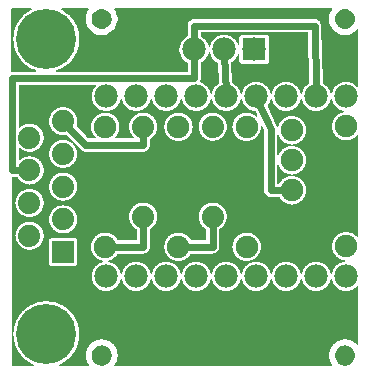
<source format=gbl>
G04 MADE WITH FRITZING*
G04 WWW.FRITZING.ORG*
G04 DOUBLE SIDED*
G04 HOLES PLATED*
G04 CONTOUR ON CENTER OF CONTOUR VECTOR*
%ASAXBY*%
%FSLAX23Y23*%
%MOIN*%
%OFA0B0*%
%SFA1.0B1.0*%
%ADD10C,0.075000*%
%ADD11C,0.074000*%
%ADD12C,0.200000*%
%ADD13C,0.078000*%
%ADD14R,0.078000X0.078000*%
%ADD15C,0.024000*%
%ADD16C,0.000100*%
%ADD17R,0.001000X0.001000*%
%LNCOPPER0*%
G90*
G70*
G54D10*
X77Y372D03*
X141Y142D03*
X935Y1096D03*
X1111Y1092D03*
X141Y1126D03*
G54D11*
X202Y410D03*
X202Y519D03*
X202Y628D03*
X202Y737D03*
X202Y846D03*
X90Y465D03*
X90Y574D03*
X90Y683D03*
X90Y792D03*
G54D12*
X146Y136D03*
X146Y1120D03*
G54D13*
X1146Y929D03*
X1046Y929D03*
X946Y929D03*
X846Y929D03*
X746Y929D03*
X646Y929D03*
X546Y929D03*
X446Y929D03*
X346Y929D03*
X346Y329D03*
X446Y329D03*
X546Y329D03*
X646Y329D03*
X746Y329D03*
X846Y329D03*
X946Y329D03*
X1046Y329D03*
X1146Y329D03*
G54D10*
X964Y616D03*
X964Y716D03*
X964Y816D03*
X586Y428D03*
X586Y828D03*
X342Y828D03*
X342Y428D03*
X1146Y830D03*
X1146Y430D03*
X814Y828D03*
X814Y428D03*
G54D11*
X701Y528D03*
X701Y828D03*
X469Y528D03*
X469Y828D03*
G54D13*
X839Y1086D03*
X739Y1086D03*
X639Y1086D03*
G54D14*
X839Y1086D03*
G54D15*
X894Y820D02*
X894Y616D01*
D02*
X894Y616D02*
X947Y616D01*
D02*
X853Y912D02*
X894Y820D01*
D02*
X469Y428D02*
X360Y428D01*
D02*
X469Y510D02*
X469Y428D01*
D02*
X276Y767D02*
X469Y767D01*
D02*
X469Y767D02*
X469Y810D01*
D02*
X216Y832D02*
X276Y767D01*
D02*
X701Y428D02*
X604Y428D01*
D02*
X701Y510D02*
X701Y428D01*
D02*
X33Y989D02*
X33Y683D01*
D02*
X33Y683D02*
X70Y683D01*
D02*
X639Y989D02*
X33Y989D01*
D02*
X639Y1067D02*
X639Y989D01*
D02*
X1041Y1165D02*
X639Y1165D01*
D02*
X639Y1165D02*
X639Y1105D01*
D02*
X1045Y948D02*
X1041Y1165D01*
D02*
X745Y948D02*
X740Y1067D01*
G54D16*
G36*
X1146Y99D02*
X1149Y98D01*
X1154Y96D01*
X1160Y93D01*
X1165Y89D01*
X1166Y89D01*
X1169Y84D01*
X1172Y79D01*
X1174Y72D01*
X1175Y69D01*
X1175Y66D01*
X1175Y62D01*
X1174Y59D01*
X1173Y53D01*
X1170Y47D01*
X1165Y42D01*
X1160Y38D01*
X1154Y35D01*
X1148Y33D01*
X1145Y32D01*
X1142Y32D01*
X1138Y32D01*
X1135Y33D01*
X1129Y35D01*
X1123Y38D01*
X1119Y42D01*
X1118Y42D01*
X1114Y47D01*
X1111Y53D01*
X1109Y60D01*
X1109Y62D01*
X1109Y66D01*
X1109Y69D01*
X1109Y72D01*
X1111Y78D01*
X1114Y84D01*
X1118Y89D01*
X1118Y89D01*
X1123Y93D01*
X1129Y96D01*
X1136Y98D01*
X1138Y99D01*
X1142Y99D01*
X1146Y99D01*
D02*
G37*
D02*
G36*
X1146Y99D02*
X1149Y98D01*
X1154Y96D01*
X1160Y93D01*
X1165Y89D01*
X1166Y89D01*
X1169Y84D01*
X1172Y79D01*
X1174Y72D01*
X1175Y69D01*
X1175Y66D01*
X1175Y62D01*
X1174Y59D01*
X1173Y53D01*
X1170Y47D01*
X1165Y42D01*
X1160Y38D01*
X1154Y35D01*
X1148Y33D01*
X1145Y32D01*
X1142Y32D01*
X1138Y32D01*
X1135Y33D01*
X1129Y35D01*
X1123Y38D01*
X1119Y42D01*
X1118Y42D01*
X1114Y47D01*
X1111Y53D01*
X1109Y60D01*
X1109Y62D01*
X1109Y66D01*
X1109Y69D01*
X1109Y72D01*
X1111Y78D01*
X1114Y84D01*
X1118Y89D01*
X1118Y89D01*
X1123Y93D01*
X1129Y96D01*
X1136Y98D01*
X1138Y99D01*
X1142Y99D01*
X1146Y99D01*
D02*
G37*
D02*
G36*
X334Y99D02*
X337Y98D01*
X343Y96D01*
X349Y93D01*
X354Y89D01*
X354Y89D01*
X358Y84D01*
X361Y79D01*
X363Y72D01*
X364Y69D01*
X364Y66D01*
X364Y62D01*
X363Y59D01*
X361Y53D01*
X358Y47D01*
X354Y42D01*
X349Y38D01*
X343Y35D01*
X337Y33D01*
X334Y32D01*
X330Y32D01*
X327Y32D01*
X324Y33D01*
X317Y35D01*
X312Y38D01*
X307Y42D01*
X307Y42D01*
X303Y47D01*
X300Y53D01*
X298Y60D01*
X298Y62D01*
X297Y66D01*
X298Y69D01*
X298Y72D01*
X300Y78D01*
X303Y84D01*
X307Y89D01*
X307Y89D01*
X312Y93D01*
X317Y96D01*
X324Y98D01*
X327Y99D01*
X330Y99D01*
X334Y99D01*
D02*
G37*
D02*
G36*
X334Y99D02*
X337Y98D01*
X343Y96D01*
X349Y93D01*
X354Y89D01*
X354Y89D01*
X358Y84D01*
X361Y79D01*
X363Y72D01*
X364Y69D01*
X364Y66D01*
X364Y62D01*
X363Y59D01*
X361Y53D01*
X358Y47D01*
X354Y42D01*
X349Y38D01*
X343Y35D01*
X337Y33D01*
X334Y32D01*
X330Y32D01*
X327Y32D01*
X324Y33D01*
X317Y35D01*
X312Y38D01*
X307Y42D01*
X307Y42D01*
X303Y47D01*
X300Y53D01*
X298Y60D01*
X298Y62D01*
X297Y66D01*
X298Y69D01*
X298Y72D01*
X300Y78D01*
X303Y84D01*
X307Y89D01*
X307Y89D01*
X312Y93D01*
X317Y96D01*
X324Y98D01*
X327Y99D01*
X330Y99D01*
X334Y99D01*
D02*
G37*
D02*
G36*
X152Y191D02*
X158Y190D01*
X162Y189D01*
X168Y187D01*
X173Y184D01*
X177Y182D01*
X181Y179D01*
X185Y175D01*
X189Y171D01*
X192Y166D01*
X194Y163D01*
X197Y157D01*
X199Y152D01*
X200Y147D01*
X201Y142D01*
X201Y136D01*
X201Y130D01*
X200Y125D01*
X199Y120D01*
X197Y115D01*
X194Y110D01*
X192Y106D01*
X189Y101D01*
X185Y97D01*
X181Y94D01*
X177Y90D01*
X172Y88D01*
X167Y85D01*
X162Y84D01*
X157Y82D01*
X152Y81D01*
X146Y81D01*
X140Y81D01*
X135Y82D01*
X130Y84D01*
X125Y85D01*
X120Y88D01*
X115Y91D01*
X111Y94D01*
X107Y97D01*
X104Y101D01*
X100Y106D01*
X98Y110D01*
X95Y115D01*
X94Y120D01*
X92Y125D01*
X91Y130D01*
X91Y136D01*
X92Y142D01*
X92Y147D01*
X94Y153D01*
X95Y157D01*
X98Y163D01*
X100Y167D01*
X104Y171D01*
X107Y175D01*
X111Y179D01*
X116Y182D01*
X120Y184D01*
X125Y187D01*
X130Y189D01*
X135Y190D01*
X140Y191D01*
X146Y191D01*
X152Y191D01*
D02*
G37*
D02*
G36*
X1017Y1143D02*
X1018Y1143D01*
X1019Y1142D01*
X1019Y1141D01*
X1019Y1141D01*
X1023Y973D01*
X1023Y973D01*
X1022Y972D01*
X1021Y971D01*
X1018Y970D01*
X1011Y964D01*
X1010Y963D01*
X1005Y957D01*
X1001Y948D01*
X998Y940D01*
X997Y939D01*
X997Y939D01*
X996Y938D01*
X996Y938D01*
X995Y939D01*
X994Y939D01*
X994Y940D01*
X993Y940D01*
X991Y948D01*
X986Y957D01*
X986Y957D01*
X981Y964D01*
X980Y965D01*
X973Y970D01*
X965Y974D01*
X956Y977D01*
X951Y978D01*
X946Y978D01*
X945Y978D01*
X940Y978D01*
X936Y977D01*
X927Y974D01*
X918Y970D01*
X911Y964D01*
X910Y963D01*
X905Y957D01*
X905Y956D01*
X901Y948D01*
X900Y947D01*
X898Y940D01*
X897Y939D01*
X897Y939D01*
X896Y938D01*
X896Y938D01*
X895Y939D01*
X894Y939D01*
X894Y940D01*
X893Y940D01*
X891Y948D01*
X886Y957D01*
X886Y957D01*
X881Y964D01*
X880Y965D01*
X873Y970D01*
X865Y974D01*
X856Y977D01*
X851Y978D01*
X846Y978D01*
X845Y978D01*
X840Y978D01*
X836Y977D01*
X827Y974D01*
X818Y970D01*
X811Y964D01*
X810Y963D01*
X805Y957D01*
X801Y948D01*
X798Y940D01*
X797Y939D01*
X797Y939D01*
X796Y938D01*
X796Y938D01*
X795Y939D01*
X794Y939D01*
X794Y940D01*
X793Y940D01*
X791Y948D01*
X786Y957D01*
X786Y957D01*
X781Y964D01*
X780Y965D01*
X773Y970D01*
X767Y973D01*
X766Y974D01*
X766Y975D01*
X766Y975D01*
X763Y1042D01*
X763Y1043D01*
X763Y1043D01*
X764Y1044D01*
X766Y1045D01*
X767Y1046D01*
X774Y1051D01*
X774Y1052D01*
X780Y1058D01*
X784Y1067D01*
X785Y1071D01*
X786Y1071D01*
X786Y1072D01*
X788Y1072D01*
X788Y1072D01*
X789Y1071D01*
X790Y1070D01*
X790Y1070D01*
X790Y1046D01*
X790Y1044D01*
X791Y1043D01*
X791Y1042D01*
X792Y1041D01*
X794Y1039D01*
X795Y1038D01*
X797Y1037D01*
X798Y1037D01*
X800Y1037D01*
X879Y1037D01*
X880Y1037D01*
X882Y1038D01*
X883Y1038D01*
X885Y1039D01*
X886Y1041D01*
X887Y1042D01*
X887Y1043D01*
X888Y1045D01*
X888Y1047D01*
X888Y1126D01*
X888Y1127D01*
X887Y1129D01*
X886Y1130D01*
X885Y1132D01*
X884Y1133D01*
X883Y1134D01*
X881Y1134D01*
X880Y1135D01*
X878Y1135D01*
X799Y1135D01*
X798Y1134D01*
X796Y1134D01*
X795Y1133D01*
X793Y1132D01*
X792Y1131D01*
X791Y1130D01*
X791Y1128D01*
X790Y1126D01*
X790Y1125D01*
X790Y1102D01*
X790Y1101D01*
X789Y1100D01*
X788Y1100D01*
X788Y1100D01*
X787Y1100D01*
X786Y1100D01*
X786Y1100D01*
X785Y1101D01*
X784Y1105D01*
X780Y1113D01*
X774Y1120D01*
X773Y1121D01*
X766Y1126D01*
X766Y1127D01*
X758Y1131D01*
X757Y1131D01*
X749Y1134D01*
X745Y1134D01*
X743Y1135D01*
X738Y1135D01*
X735Y1135D01*
X733Y1134D01*
X728Y1133D01*
X720Y1131D01*
X712Y1126D01*
X711Y1126D01*
X705Y1121D01*
X704Y1120D01*
X699Y1113D01*
X694Y1105D01*
X691Y1096D01*
X691Y1096D01*
X690Y1095D01*
X689Y1095D01*
X689Y1095D01*
X688Y1095D01*
X687Y1096D01*
X687Y1096D01*
X687Y1097D01*
X684Y1105D01*
X680Y1113D01*
X674Y1120D01*
X673Y1121D01*
X666Y1126D01*
X666Y1127D01*
X662Y1129D01*
X662Y1129D01*
X661Y1130D01*
X661Y1131D01*
X661Y1141D01*
X662Y1142D01*
X662Y1142D01*
X663Y1143D01*
X663Y1143D01*
X1017Y1143D01*
D02*
G37*
D02*
G36*
X690Y1077D02*
X691Y1076D01*
X691Y1075D01*
X691Y1075D01*
X694Y1067D01*
X698Y1058D01*
X704Y1051D01*
X705Y1050D01*
X711Y1045D01*
X713Y1045D01*
X718Y1042D01*
X719Y1041D01*
X719Y1041D01*
X719Y1040D01*
X722Y973D01*
X722Y972D01*
X721Y972D01*
X721Y971D01*
X718Y970D01*
X711Y964D01*
X710Y963D01*
X705Y957D01*
X705Y956D01*
X701Y948D01*
X700Y947D01*
X698Y940D01*
X697Y939D01*
X697Y939D01*
X696Y938D01*
X696Y938D01*
X695Y939D01*
X694Y939D01*
X694Y940D01*
X693Y940D01*
X691Y948D01*
X686Y957D01*
X686Y957D01*
X681Y964D01*
X680Y965D01*
X673Y970D01*
X665Y974D01*
X660Y976D01*
X659Y976D01*
X659Y977D01*
X659Y978D01*
X659Y979D01*
X660Y983D01*
X661Y986D01*
X661Y989D01*
X661Y1041D01*
X662Y1042D01*
X662Y1043D01*
X666Y1045D01*
X667Y1046D01*
X674Y1051D01*
X674Y1052D01*
X680Y1058D01*
X684Y1067D01*
X687Y1075D01*
X687Y1076D01*
X688Y1076D01*
X689Y1077D01*
X689Y1077D01*
X690Y1077D01*
D02*
G37*
D02*
G36*
X690Y1077D02*
X691Y1076D01*
X691Y1075D01*
X691Y1075D01*
X694Y1067D01*
X698Y1058D01*
X704Y1051D01*
X705Y1050D01*
X711Y1045D01*
X713Y1045D01*
X718Y1042D01*
X719Y1041D01*
X719Y1041D01*
X719Y1040D01*
X722Y973D01*
X722Y972D01*
X721Y972D01*
X721Y971D01*
X718Y970D01*
X711Y964D01*
X710Y963D01*
X705Y957D01*
X705Y956D01*
X701Y948D01*
X700Y947D01*
X698Y940D01*
X697Y939D01*
X697Y939D01*
X696Y938D01*
X696Y938D01*
X695Y939D01*
X694Y939D01*
X694Y940D01*
X693Y940D01*
X691Y948D01*
X686Y957D01*
X686Y957D01*
X681Y964D01*
X680Y965D01*
X673Y970D01*
X665Y974D01*
X660Y976D01*
X659Y976D01*
X659Y977D01*
X659Y978D01*
X659Y979D01*
X660Y983D01*
X661Y986D01*
X661Y989D01*
X661Y1041D01*
X662Y1042D01*
X662Y1043D01*
X666Y1045D01*
X667Y1046D01*
X674Y1051D01*
X674Y1052D01*
X680Y1058D01*
X684Y1067D01*
X687Y1075D01*
X687Y1076D01*
X688Y1076D01*
X689Y1077D01*
X689Y1077D01*
X690Y1077D01*
D02*
G37*
D02*
G36*
X1097Y1223D02*
X1098Y1222D01*
X1099Y1222D01*
X1099Y1221D01*
X1099Y1221D01*
X1099Y1220D01*
X1099Y1219D01*
X1098Y1217D01*
X1093Y1208D01*
X1092Y1207D01*
X1090Y1198D01*
X1089Y1192D01*
X1088Y1187D01*
X1089Y1182D01*
X1090Y1176D01*
X1093Y1167D01*
X1093Y1166D01*
X1098Y1158D01*
X1098Y1157D01*
X1104Y1150D01*
X1105Y1149D01*
X1112Y1143D01*
X1113Y1143D01*
X1121Y1138D01*
X1131Y1135D01*
X1137Y1134D01*
X1142Y1134D01*
X1148Y1134D01*
X1153Y1135D01*
X1162Y1138D01*
X1164Y1139D01*
X1172Y1143D01*
X1179Y1150D01*
X1180Y1150D01*
X1182Y1152D01*
X1182Y1153D01*
X1183Y1153D01*
X1184Y1153D01*
X1185Y1153D01*
X1185Y1152D01*
X1186Y1152D01*
X1186Y1151D01*
X1186Y963D01*
X1186Y962D01*
X1185Y962D01*
X1184Y961D01*
X1184Y961D01*
X1183Y961D01*
X1182Y962D01*
X1182Y962D01*
X1180Y964D01*
X1179Y965D01*
X1173Y970D01*
X1165Y974D01*
X1156Y977D01*
X1151Y978D01*
X1146Y978D01*
X1145Y978D01*
X1140Y978D01*
X1136Y977D01*
X1127Y974D01*
X1118Y970D01*
X1111Y964D01*
X1110Y963D01*
X1105Y957D01*
X1101Y948D01*
X1098Y940D01*
X1097Y939D01*
X1097Y939D01*
X1096Y939D01*
X1095Y939D01*
X1094Y939D01*
X1094Y939D01*
X1093Y940D01*
X1091Y948D01*
X1086Y957D01*
X1086Y957D01*
X1081Y964D01*
X1080Y965D01*
X1073Y970D01*
X1068Y973D01*
X1067Y973D01*
X1067Y974D01*
X1067Y975D01*
X1063Y1167D01*
X1063Y1169D01*
X1062Y1172D01*
X1060Y1175D01*
X1059Y1178D01*
X1057Y1180D01*
X1055Y1182D01*
X1051Y1185D01*
X1050Y1185D01*
X1047Y1186D01*
X1044Y1187D01*
X1042Y1187D01*
X637Y1187D01*
X636Y1187D01*
X633Y1186D01*
X629Y1185D01*
X627Y1184D01*
X625Y1182D01*
X624Y1180D01*
X622Y1179D01*
X620Y1175D01*
X618Y1172D01*
X618Y1168D01*
X617Y1165D01*
X617Y1130D01*
X617Y1129D01*
X616Y1129D01*
X612Y1126D01*
X611Y1126D01*
X605Y1121D01*
X604Y1120D01*
X599Y1113D01*
X594Y1105D01*
X591Y1097D01*
X591Y1095D01*
X590Y1091D01*
X590Y1086D01*
X590Y1085D01*
X590Y1080D01*
X591Y1075D01*
X594Y1067D01*
X598Y1058D01*
X604Y1051D01*
X605Y1050D01*
X611Y1045D01*
X613Y1045D01*
X616Y1043D01*
X617Y1042D01*
X617Y1041D01*
X617Y1041D01*
X617Y1013D01*
X617Y1013D01*
X616Y1012D01*
X616Y1012D01*
X615Y1011D01*
X181Y1011D01*
X180Y1012D01*
X180Y1012D01*
X179Y1013D01*
X179Y1014D01*
X179Y1014D01*
X180Y1015D01*
X180Y1016D01*
X181Y1016D01*
X189Y1019D01*
X199Y1024D01*
X208Y1030D01*
X217Y1036D01*
X224Y1042D01*
X224Y1043D01*
X231Y1051D01*
X237Y1059D01*
X243Y1068D01*
X247Y1077D01*
X251Y1088D01*
X254Y1099D01*
X256Y1110D01*
X256Y1120D01*
X256Y1121D01*
X256Y1131D01*
X254Y1143D01*
X251Y1153D01*
X248Y1163D01*
X243Y1173D01*
X237Y1182D01*
X231Y1191D01*
X224Y1198D01*
X224Y1199D01*
X216Y1205D01*
X208Y1211D01*
X198Y1217D01*
X196Y1218D01*
X196Y1219D01*
X195Y1220D01*
X195Y1220D01*
X195Y1221D01*
X195Y1222D01*
X196Y1222D01*
X197Y1223D01*
X197Y1223D01*
X198Y1223D01*
X286Y1223D01*
X287Y1222D01*
X288Y1222D01*
X288Y1221D01*
X288Y1221D01*
X288Y1220D01*
X288Y1219D01*
X286Y1217D01*
X282Y1208D01*
X281Y1207D01*
X278Y1198D01*
X277Y1192D01*
X277Y1187D01*
X277Y1183D01*
X278Y1176D01*
X281Y1167D01*
X282Y1166D01*
X286Y1158D01*
X287Y1157D01*
X293Y1150D01*
X294Y1149D01*
X301Y1143D01*
X302Y1143D01*
X310Y1138D01*
X320Y1135D01*
X326Y1134D01*
X331Y1134D01*
X336Y1134D01*
X342Y1135D01*
X351Y1138D01*
X352Y1139D01*
X360Y1143D01*
X368Y1150D01*
X369Y1150D01*
X374Y1157D01*
X375Y1158D01*
X380Y1167D01*
X383Y1177D01*
X384Y1183D01*
X384Y1187D01*
X384Y1188D01*
X384Y1192D01*
X383Y1198D01*
X380Y1208D01*
X379Y1209D01*
X375Y1217D01*
X373Y1219D01*
X373Y1220D01*
X373Y1220D01*
X373Y1221D01*
X373Y1222D01*
X374Y1222D01*
X375Y1223D01*
X376Y1223D01*
X1097Y1223D01*
D02*
G37*
D02*
G36*
X95Y1223D02*
X96Y1222D01*
X97Y1222D01*
X97Y1221D01*
X97Y1221D01*
X97Y1220D01*
X97Y1219D01*
X96Y1218D01*
X93Y1217D01*
X84Y1211D01*
X76Y1205D01*
X69Y1199D01*
X68Y1198D01*
X61Y1190D01*
X55Y1182D01*
X49Y1172D01*
X45Y1163D01*
X41Y1153D01*
X39Y1143D01*
X37Y1131D01*
X36Y1121D01*
X36Y1120D01*
X37Y1110D01*
X39Y1098D01*
X41Y1088D01*
X45Y1077D01*
X49Y1069D01*
X55Y1059D01*
X62Y1050D01*
X68Y1043D01*
X69Y1042D01*
X77Y1035D01*
X85Y1029D01*
X93Y1024D01*
X103Y1019D01*
X104Y1019D01*
X111Y1016D01*
X112Y1016D01*
X113Y1015D01*
X113Y1014D01*
X113Y1014D01*
X113Y1013D01*
X112Y1012D01*
X112Y1012D01*
X111Y1011D01*
X32Y1011D01*
X31Y1012D01*
X30Y1012D01*
X30Y1013D01*
X30Y1014D01*
X30Y1221D01*
X31Y1222D01*
X31Y1222D01*
X32Y1223D01*
X32Y1223D01*
X95Y1223D01*
D02*
G37*
D02*
G36*
X95Y1223D02*
X96Y1222D01*
X97Y1222D01*
X97Y1221D01*
X97Y1221D01*
X97Y1220D01*
X97Y1219D01*
X96Y1218D01*
X93Y1217D01*
X84Y1211D01*
X76Y1205D01*
X69Y1199D01*
X68Y1198D01*
X61Y1190D01*
X55Y1182D01*
X49Y1172D01*
X45Y1163D01*
X41Y1153D01*
X39Y1143D01*
X37Y1131D01*
X36Y1121D01*
X36Y1120D01*
X37Y1110D01*
X39Y1098D01*
X41Y1088D01*
X45Y1077D01*
X49Y1069D01*
X55Y1059D01*
X62Y1050D01*
X68Y1043D01*
X69Y1042D01*
X77Y1035D01*
X85Y1029D01*
X93Y1024D01*
X103Y1019D01*
X104Y1019D01*
X111Y1016D01*
X112Y1016D01*
X113Y1015D01*
X113Y1014D01*
X113Y1014D01*
X113Y1013D01*
X112Y1012D01*
X112Y1012D01*
X111Y1011D01*
X32Y1011D01*
X31Y1012D01*
X30Y1012D01*
X30Y1013D01*
X30Y1014D01*
X30Y1221D01*
X31Y1222D01*
X31Y1222D01*
X32Y1223D01*
X32Y1223D01*
X95Y1223D01*
D02*
G37*
D02*
G36*
X152Y1175D02*
X157Y1174D01*
X163Y1173D01*
X168Y1171D01*
X173Y1169D01*
X177Y1166D01*
X181Y1163D01*
X185Y1159D01*
X189Y1155D01*
X192Y1151D01*
X194Y1147D01*
X197Y1142D01*
X199Y1136D01*
X200Y1132D01*
X201Y1126D01*
X201Y1120D01*
X201Y1114D01*
X200Y1109D01*
X199Y1104D01*
X197Y1099D01*
X194Y1094D01*
X192Y1090D01*
X189Y1085D01*
X185Y1082D01*
X181Y1078D01*
X177Y1075D01*
X173Y1072D01*
X168Y1070D01*
X162Y1068D01*
X157Y1066D01*
X152Y1066D01*
X146Y1065D01*
X140Y1066D01*
X135Y1067D01*
X130Y1068D01*
X125Y1070D01*
X120Y1072D01*
X115Y1075D01*
X111Y1078D01*
X107Y1082D01*
X103Y1086D01*
X100Y1090D01*
X98Y1094D01*
X95Y1099D01*
X94Y1104D01*
X92Y1110D01*
X91Y1115D01*
X91Y1120D01*
X92Y1127D01*
X92Y1132D01*
X94Y1137D01*
X96Y1142D01*
X98Y1147D01*
X100Y1151D01*
X104Y1155D01*
X107Y1159D01*
X111Y1163D01*
X116Y1166D01*
X120Y1169D01*
X125Y1171D01*
X130Y1173D01*
X135Y1174D01*
X140Y1175D01*
X146Y1175D01*
X152Y1175D01*
D02*
G37*
D02*
G36*
X1146Y1220D02*
X1149Y1220D01*
X1154Y1218D01*
X1160Y1215D01*
X1165Y1211D01*
X1165Y1211D01*
X1170Y1206D01*
X1173Y1200D01*
X1174Y1194D01*
X1175Y1191D01*
X1175Y1187D01*
X1175Y1184D01*
X1174Y1181D01*
X1173Y1175D01*
X1169Y1169D01*
X1166Y1164D01*
X1165Y1164D01*
X1160Y1160D01*
X1155Y1157D01*
X1148Y1155D01*
X1145Y1154D01*
X1142Y1154D01*
X1138Y1154D01*
X1135Y1155D01*
X1129Y1157D01*
X1123Y1160D01*
X1118Y1164D01*
X1114Y1169D01*
X1111Y1175D01*
X1109Y1181D01*
X1109Y1184D01*
X1109Y1187D01*
X1109Y1191D01*
X1109Y1194D01*
X1111Y1200D01*
X1114Y1206D01*
X1118Y1211D01*
X1119Y1211D01*
X1123Y1215D01*
X1129Y1218D01*
X1136Y1220D01*
X1138Y1220D01*
X1142Y1221D01*
X1146Y1220D01*
D02*
G37*
D02*
G36*
X1146Y1220D02*
X1149Y1220D01*
X1154Y1218D01*
X1160Y1215D01*
X1165Y1211D01*
X1165Y1211D01*
X1170Y1206D01*
X1173Y1200D01*
X1174Y1194D01*
X1175Y1191D01*
X1175Y1187D01*
X1175Y1184D01*
X1174Y1181D01*
X1173Y1175D01*
X1169Y1169D01*
X1166Y1164D01*
X1165Y1164D01*
X1160Y1160D01*
X1155Y1157D01*
X1148Y1155D01*
X1145Y1154D01*
X1142Y1154D01*
X1138Y1154D01*
X1135Y1155D01*
X1129Y1157D01*
X1123Y1160D01*
X1118Y1164D01*
X1114Y1169D01*
X1111Y1175D01*
X1109Y1181D01*
X1109Y1184D01*
X1109Y1187D01*
X1109Y1191D01*
X1109Y1194D01*
X1111Y1200D01*
X1114Y1206D01*
X1118Y1211D01*
X1119Y1211D01*
X1123Y1215D01*
X1129Y1218D01*
X1136Y1220D01*
X1138Y1220D01*
X1142Y1221D01*
X1146Y1220D01*
D02*
G37*
D02*
G36*
X334Y1220D02*
X337Y1220D01*
X343Y1218D01*
X349Y1215D01*
X354Y1211D01*
X354Y1211D01*
X358Y1206D01*
X361Y1200D01*
X363Y1194D01*
X364Y1191D01*
X364Y1187D01*
X364Y1184D01*
X363Y1181D01*
X361Y1175D01*
X358Y1169D01*
X354Y1164D01*
X354Y1164D01*
X349Y1160D01*
X343Y1157D01*
X337Y1155D01*
X334Y1154D01*
X330Y1154D01*
X327Y1154D01*
X324Y1155D01*
X318Y1157D01*
X312Y1160D01*
X307Y1164D01*
X303Y1169D01*
X300Y1175D01*
X298Y1181D01*
X298Y1184D01*
X297Y1187D01*
X298Y1191D01*
X298Y1194D01*
X300Y1200D01*
X303Y1206D01*
X307Y1211D01*
X307Y1211D01*
X312Y1215D01*
X317Y1218D01*
X324Y1220D01*
X327Y1220D01*
X330Y1221D01*
X334Y1220D01*
D02*
G37*
D02*
G36*
X334Y1220D02*
X337Y1220D01*
X343Y1218D01*
X349Y1215D01*
X354Y1211D01*
X354Y1211D01*
X358Y1206D01*
X361Y1200D01*
X363Y1194D01*
X364Y1191D01*
X364Y1187D01*
X364Y1184D01*
X363Y1181D01*
X361Y1175D01*
X358Y1169D01*
X354Y1164D01*
X354Y1164D01*
X349Y1160D01*
X343Y1157D01*
X337Y1155D01*
X334Y1154D01*
X330Y1154D01*
X327Y1154D01*
X324Y1155D01*
X318Y1157D01*
X312Y1160D01*
X307Y1164D01*
X303Y1169D01*
X300Y1175D01*
X298Y1181D01*
X298Y1184D01*
X297Y1187D01*
X298Y1191D01*
X298Y1194D01*
X300Y1200D01*
X303Y1206D01*
X307Y1211D01*
X307Y1211D01*
X312Y1215D01*
X317Y1218D01*
X324Y1220D01*
X327Y1220D01*
X330Y1221D01*
X334Y1220D01*
D02*
G37*
D02*
G54D17*
X57Y967D02*
X309Y967D01*
X56Y966D02*
X311Y966D01*
X56Y965D02*
X311Y965D01*
X56Y964D02*
X311Y964D01*
X56Y963D02*
X310Y963D01*
X56Y962D02*
X310Y962D01*
X56Y961D02*
X309Y961D01*
X56Y960D02*
X308Y960D01*
X56Y959D02*
X307Y959D01*
X56Y958D02*
X306Y958D01*
X56Y957D02*
X306Y957D01*
X56Y956D02*
X305Y956D01*
X56Y955D02*
X304Y955D01*
X56Y954D02*
X304Y954D01*
X56Y953D02*
X303Y953D01*
X56Y952D02*
X303Y952D01*
X56Y951D02*
X302Y951D01*
X56Y950D02*
X302Y950D01*
X56Y949D02*
X301Y949D01*
X56Y948D02*
X301Y948D01*
X56Y947D02*
X300Y947D01*
X56Y946D02*
X300Y946D01*
X56Y945D02*
X300Y945D01*
X56Y944D02*
X299Y944D01*
X56Y943D02*
X299Y943D01*
X56Y942D02*
X299Y942D01*
X56Y941D02*
X298Y941D01*
X56Y940D02*
X298Y940D01*
X56Y939D02*
X298Y939D01*
X56Y938D02*
X298Y938D01*
X56Y937D02*
X297Y937D01*
X56Y936D02*
X297Y936D01*
X56Y935D02*
X297Y935D01*
X56Y934D02*
X297Y934D01*
X56Y933D02*
X297Y933D01*
X56Y932D02*
X297Y932D01*
X56Y931D02*
X297Y931D01*
X56Y930D02*
X297Y930D01*
X56Y929D02*
X297Y929D01*
X56Y928D02*
X297Y928D01*
X56Y927D02*
X297Y927D01*
X56Y926D02*
X297Y926D01*
X56Y925D02*
X297Y925D01*
X56Y924D02*
X297Y924D01*
X56Y923D02*
X297Y923D01*
X56Y922D02*
X297Y922D01*
X56Y921D02*
X298Y921D01*
X56Y920D02*
X298Y920D01*
X56Y919D02*
X298Y919D01*
X395Y919D02*
X398Y919D01*
X495Y919D02*
X498Y919D01*
X595Y919D02*
X598Y919D01*
X695Y919D02*
X698Y919D01*
X795Y919D02*
X798Y919D01*
X895Y919D02*
X898Y919D01*
X995Y919D02*
X998Y919D01*
X1095Y919D02*
X1097Y919D01*
X56Y918D02*
X298Y918D01*
X394Y918D02*
X398Y918D01*
X494Y918D02*
X498Y918D01*
X594Y918D02*
X598Y918D01*
X694Y918D02*
X698Y918D01*
X794Y918D02*
X798Y918D01*
X894Y918D02*
X898Y918D01*
X994Y918D02*
X998Y918D01*
X1094Y918D02*
X1098Y918D01*
X56Y917D02*
X298Y917D01*
X394Y917D02*
X398Y917D01*
X494Y917D02*
X498Y917D01*
X594Y917D02*
X598Y917D01*
X694Y917D02*
X698Y917D01*
X794Y917D02*
X798Y917D01*
X894Y917D02*
X898Y917D01*
X994Y917D02*
X998Y917D01*
X1094Y917D02*
X1098Y917D01*
X56Y916D02*
X299Y916D01*
X394Y916D02*
X399Y916D01*
X494Y916D02*
X499Y916D01*
X594Y916D02*
X599Y916D01*
X694Y916D02*
X699Y916D01*
X793Y916D02*
X799Y916D01*
X893Y916D02*
X899Y916D01*
X993Y916D02*
X999Y916D01*
X1093Y916D02*
X1099Y916D01*
X56Y915D02*
X299Y915D01*
X393Y915D02*
X399Y915D01*
X493Y915D02*
X499Y915D01*
X593Y915D02*
X599Y915D01*
X693Y915D02*
X699Y915D01*
X793Y915D02*
X799Y915D01*
X893Y915D02*
X899Y915D01*
X993Y915D02*
X999Y915D01*
X1093Y915D02*
X1099Y915D01*
X56Y914D02*
X299Y914D01*
X393Y914D02*
X399Y914D01*
X493Y914D02*
X499Y914D01*
X593Y914D02*
X599Y914D01*
X693Y914D02*
X699Y914D01*
X793Y914D02*
X799Y914D01*
X893Y914D02*
X899Y914D01*
X993Y914D02*
X999Y914D01*
X1093Y914D02*
X1099Y914D01*
X56Y913D02*
X300Y913D01*
X393Y913D02*
X400Y913D01*
X493Y913D02*
X500Y913D01*
X593Y913D02*
X600Y913D01*
X693Y913D02*
X700Y913D01*
X793Y913D02*
X800Y913D01*
X893Y913D02*
X900Y913D01*
X992Y913D02*
X1000Y913D01*
X1092Y913D02*
X1100Y913D01*
X56Y912D02*
X300Y912D01*
X392Y912D02*
X400Y912D01*
X492Y912D02*
X500Y912D01*
X592Y912D02*
X600Y912D01*
X692Y912D02*
X700Y912D01*
X792Y912D02*
X800Y912D01*
X892Y912D02*
X900Y912D01*
X992Y912D02*
X1000Y912D01*
X1092Y912D02*
X1100Y912D01*
X56Y911D02*
X300Y911D01*
X392Y911D02*
X400Y911D01*
X492Y911D02*
X500Y911D01*
X592Y911D02*
X600Y911D01*
X692Y911D02*
X700Y911D01*
X792Y911D02*
X800Y911D01*
X892Y911D02*
X900Y911D01*
X992Y911D02*
X1000Y911D01*
X1092Y911D02*
X1100Y911D01*
X56Y910D02*
X301Y910D01*
X392Y910D02*
X401Y910D01*
X492Y910D02*
X501Y910D01*
X591Y910D02*
X601Y910D01*
X691Y910D02*
X701Y910D01*
X791Y910D02*
X801Y910D01*
X891Y910D02*
X901Y910D01*
X991Y910D02*
X1001Y910D01*
X1091Y910D02*
X1101Y910D01*
X56Y909D02*
X301Y909D01*
X391Y909D02*
X401Y909D01*
X491Y909D02*
X501Y909D01*
X591Y909D02*
X601Y909D01*
X691Y909D02*
X701Y909D01*
X791Y909D02*
X801Y909D01*
X891Y909D02*
X901Y909D01*
X991Y909D02*
X1001Y909D01*
X1091Y909D02*
X1101Y909D01*
X56Y908D02*
X302Y908D01*
X390Y908D02*
X402Y908D01*
X490Y908D02*
X502Y908D01*
X590Y908D02*
X602Y908D01*
X690Y908D02*
X702Y908D01*
X790Y908D02*
X802Y908D01*
X890Y908D02*
X902Y908D01*
X990Y908D02*
X1002Y908D01*
X1090Y908D02*
X1102Y908D01*
X56Y907D02*
X302Y907D01*
X390Y907D02*
X402Y907D01*
X490Y907D02*
X502Y907D01*
X590Y907D02*
X602Y907D01*
X690Y907D02*
X702Y907D01*
X790Y907D02*
X802Y907D01*
X890Y907D02*
X902Y907D01*
X990Y907D02*
X1002Y907D01*
X1090Y907D02*
X1102Y907D01*
X56Y906D02*
X303Y906D01*
X389Y906D02*
X403Y906D01*
X489Y906D02*
X503Y906D01*
X589Y906D02*
X603Y906D01*
X689Y906D02*
X703Y906D01*
X789Y906D02*
X803Y906D01*
X889Y906D02*
X903Y906D01*
X989Y906D02*
X1003Y906D01*
X1089Y906D02*
X1103Y906D01*
X56Y905D02*
X303Y905D01*
X389Y905D02*
X403Y905D01*
X489Y905D02*
X503Y905D01*
X589Y905D02*
X603Y905D01*
X689Y905D02*
X703Y905D01*
X789Y905D02*
X803Y905D01*
X889Y905D02*
X903Y905D01*
X989Y905D02*
X1003Y905D01*
X1089Y905D02*
X1103Y905D01*
X56Y904D02*
X304Y904D01*
X388Y904D02*
X404Y904D01*
X488Y904D02*
X504Y904D01*
X588Y904D02*
X604Y904D01*
X688Y904D02*
X704Y904D01*
X788Y904D02*
X804Y904D01*
X888Y904D02*
X904Y904D01*
X988Y904D02*
X1004Y904D01*
X1088Y904D02*
X1104Y904D01*
X56Y903D02*
X304Y903D01*
X388Y903D02*
X404Y903D01*
X488Y903D02*
X504Y903D01*
X588Y903D02*
X604Y903D01*
X688Y903D02*
X704Y903D01*
X788Y903D02*
X804Y903D01*
X888Y903D02*
X904Y903D01*
X988Y903D02*
X1004Y903D01*
X1088Y903D02*
X1104Y903D01*
X56Y902D02*
X305Y902D01*
X387Y902D02*
X405Y902D01*
X487Y902D02*
X505Y902D01*
X587Y902D02*
X605Y902D01*
X687Y902D02*
X705Y902D01*
X787Y902D02*
X805Y902D01*
X887Y902D02*
X905Y902D01*
X987Y902D02*
X1005Y902D01*
X1087Y902D02*
X1105Y902D01*
X56Y901D02*
X306Y901D01*
X387Y901D02*
X406Y901D01*
X487Y901D02*
X506Y901D01*
X587Y901D02*
X606Y901D01*
X686Y901D02*
X706Y901D01*
X786Y901D02*
X806Y901D01*
X887Y901D02*
X906Y901D01*
X986Y901D02*
X1006Y901D01*
X1086Y901D02*
X1106Y901D01*
X56Y900D02*
X307Y900D01*
X386Y900D02*
X407Y900D01*
X486Y900D02*
X507Y900D01*
X586Y900D02*
X607Y900D01*
X686Y900D02*
X706Y900D01*
X786Y900D02*
X806Y900D01*
X886Y900D02*
X906Y900D01*
X986Y900D02*
X1006Y900D01*
X1086Y900D02*
X1106Y900D01*
X56Y899D02*
X307Y899D01*
X385Y899D02*
X407Y899D01*
X485Y899D02*
X507Y899D01*
X585Y899D02*
X607Y899D01*
X685Y899D02*
X707Y899D01*
X785Y899D02*
X807Y899D01*
X885Y899D02*
X907Y899D01*
X985Y899D02*
X1007Y899D01*
X1085Y899D02*
X1107Y899D01*
X56Y898D02*
X308Y898D01*
X384Y898D02*
X408Y898D01*
X484Y898D02*
X508Y898D01*
X584Y898D02*
X608Y898D01*
X684Y898D02*
X708Y898D01*
X784Y898D02*
X808Y898D01*
X885Y898D02*
X908Y898D01*
X984Y898D02*
X1008Y898D01*
X1084Y898D02*
X1108Y898D01*
X56Y897D02*
X309Y897D01*
X383Y897D02*
X409Y897D01*
X483Y897D02*
X509Y897D01*
X583Y897D02*
X609Y897D01*
X683Y897D02*
X709Y897D01*
X783Y897D02*
X809Y897D01*
X885Y897D02*
X909Y897D01*
X983Y897D02*
X1009Y897D01*
X1083Y897D02*
X1109Y897D01*
X56Y896D02*
X310Y896D01*
X383Y896D02*
X410Y896D01*
X483Y896D02*
X510Y896D01*
X583Y896D02*
X610Y896D01*
X683Y896D02*
X710Y896D01*
X783Y896D02*
X810Y896D01*
X885Y896D02*
X910Y896D01*
X983Y896D02*
X1010Y896D01*
X1082Y896D02*
X1110Y896D01*
X56Y895D02*
X311Y895D01*
X382Y895D02*
X411Y895D01*
X482Y895D02*
X511Y895D01*
X582Y895D02*
X611Y895D01*
X682Y895D02*
X711Y895D01*
X782Y895D02*
X811Y895D01*
X886Y895D02*
X911Y895D01*
X982Y895D02*
X1011Y895D01*
X1082Y895D02*
X1110Y895D01*
X56Y894D02*
X312Y894D01*
X381Y894D02*
X412Y894D01*
X481Y894D02*
X512Y894D01*
X581Y894D02*
X612Y894D01*
X681Y894D02*
X712Y894D01*
X781Y894D02*
X812Y894D01*
X886Y894D02*
X912Y894D01*
X981Y894D02*
X1012Y894D01*
X1081Y894D02*
X1111Y894D01*
X56Y893D02*
X200Y893D01*
X206Y893D02*
X313Y893D01*
X379Y893D02*
X413Y893D01*
X479Y893D02*
X513Y893D01*
X579Y893D02*
X613Y893D01*
X679Y893D02*
X713Y893D01*
X779Y893D02*
X813Y893D01*
X887Y893D02*
X913Y893D01*
X979Y893D02*
X1013Y893D01*
X1079Y893D02*
X1113Y893D01*
X56Y892D02*
X192Y892D01*
X213Y892D02*
X314Y892D01*
X378Y892D02*
X414Y892D01*
X478Y892D02*
X514Y892D01*
X578Y892D02*
X614Y892D01*
X678Y892D02*
X714Y892D01*
X778Y892D02*
X814Y892D01*
X887Y892D02*
X914Y892D01*
X978Y892D02*
X1014Y892D01*
X1078Y892D02*
X1114Y892D01*
X56Y891D02*
X189Y891D01*
X216Y891D02*
X315Y891D01*
X377Y891D02*
X415Y891D01*
X477Y891D02*
X515Y891D01*
X577Y891D02*
X615Y891D01*
X677Y891D02*
X715Y891D01*
X777Y891D02*
X815Y891D01*
X887Y891D02*
X915Y891D01*
X977Y891D02*
X1015Y891D01*
X1077Y891D02*
X1115Y891D01*
X56Y890D02*
X185Y890D01*
X220Y890D02*
X317Y890D01*
X376Y890D02*
X417Y890D01*
X476Y890D02*
X517Y890D01*
X576Y890D02*
X617Y890D01*
X676Y890D02*
X717Y890D01*
X776Y890D02*
X817Y890D01*
X888Y890D02*
X916Y890D01*
X976Y890D02*
X1016Y890D01*
X1076Y890D02*
X1116Y890D01*
X56Y889D02*
X183Y889D01*
X222Y889D02*
X318Y889D01*
X375Y889D02*
X418Y889D01*
X474Y889D02*
X518Y889D01*
X574Y889D02*
X618Y889D01*
X674Y889D02*
X718Y889D01*
X774Y889D02*
X818Y889D01*
X888Y889D02*
X918Y889D01*
X974Y889D02*
X1018Y889D01*
X1074Y889D02*
X1118Y889D01*
X56Y888D02*
X181Y888D01*
X224Y888D02*
X320Y888D01*
X373Y888D02*
X420Y888D01*
X473Y888D02*
X520Y888D01*
X573Y888D02*
X620Y888D01*
X673Y888D02*
X719Y888D01*
X773Y888D02*
X819Y888D01*
X889Y888D02*
X919Y888D01*
X973Y888D02*
X1019Y888D01*
X1073Y888D02*
X1119Y888D01*
X56Y887D02*
X179Y887D01*
X226Y887D02*
X321Y887D01*
X371Y887D02*
X421Y887D01*
X471Y887D02*
X521Y887D01*
X571Y887D02*
X621Y887D01*
X671Y887D02*
X721Y887D01*
X771Y887D02*
X821Y887D01*
X889Y887D02*
X921Y887D01*
X971Y887D02*
X1021Y887D01*
X1071Y887D02*
X1121Y887D01*
X56Y886D02*
X177Y886D01*
X228Y886D02*
X323Y886D01*
X369Y886D02*
X423Y886D01*
X469Y886D02*
X523Y886D01*
X569Y886D02*
X623Y886D01*
X669Y886D02*
X723Y886D01*
X769Y886D02*
X823Y886D01*
X890Y886D02*
X923Y886D01*
X969Y886D02*
X1023Y886D01*
X1069Y886D02*
X1123Y886D01*
X56Y885D02*
X176Y885D01*
X229Y885D02*
X325Y885D01*
X367Y885D02*
X425Y885D01*
X467Y885D02*
X525Y885D01*
X567Y885D02*
X625Y885D01*
X667Y885D02*
X725Y885D01*
X767Y885D02*
X825Y885D01*
X890Y885D02*
X925Y885D01*
X967Y885D02*
X1025Y885D01*
X1067Y885D02*
X1125Y885D01*
X56Y884D02*
X174Y884D01*
X231Y884D02*
X327Y884D01*
X365Y884D02*
X427Y884D01*
X465Y884D02*
X527Y884D01*
X565Y884D02*
X627Y884D01*
X665Y884D02*
X727Y884D01*
X765Y884D02*
X827Y884D01*
X890Y884D02*
X927Y884D01*
X965Y884D02*
X1027Y884D01*
X1065Y884D02*
X1127Y884D01*
X56Y883D02*
X173Y883D01*
X232Y883D02*
X330Y883D01*
X362Y883D02*
X430Y883D01*
X462Y883D02*
X530Y883D01*
X562Y883D02*
X630Y883D01*
X662Y883D02*
X730Y883D01*
X762Y883D02*
X830Y883D01*
X891Y883D02*
X930Y883D01*
X962Y883D02*
X1030Y883D01*
X1062Y883D02*
X1130Y883D01*
X56Y882D02*
X172Y882D01*
X233Y882D02*
X334Y882D01*
X359Y882D02*
X434Y882D01*
X459Y882D02*
X534Y882D01*
X559Y882D02*
X634Y882D01*
X659Y882D02*
X734Y882D01*
X759Y882D02*
X833Y882D01*
X891Y882D02*
X933Y882D01*
X959Y882D02*
X1033Y882D01*
X1059Y882D02*
X1133Y882D01*
X56Y881D02*
X171Y881D01*
X234Y881D02*
X337Y881D01*
X355Y881D02*
X437Y881D01*
X455Y881D02*
X537Y881D01*
X555Y881D02*
X637Y881D01*
X655Y881D02*
X737Y881D01*
X755Y881D02*
X837Y881D01*
X892Y881D02*
X937Y881D01*
X955Y881D02*
X1037Y881D01*
X1055Y881D02*
X1137Y881D01*
X56Y880D02*
X169Y880D01*
X236Y880D02*
X843Y880D01*
X892Y880D02*
X1138Y880D01*
X56Y879D02*
X168Y879D01*
X237Y879D02*
X844Y879D01*
X893Y879D02*
X1139Y879D01*
X56Y878D02*
X168Y878D01*
X237Y878D02*
X844Y878D01*
X893Y878D02*
X1139Y878D01*
X56Y877D02*
X167Y877D01*
X238Y877D02*
X844Y877D01*
X894Y877D02*
X1138Y877D01*
X56Y876D02*
X166Y876D01*
X239Y876D02*
X845Y876D01*
X894Y876D02*
X1136Y876D01*
X56Y875D02*
X165Y875D01*
X240Y875D02*
X845Y875D01*
X894Y875D02*
X1132Y875D01*
X56Y874D02*
X164Y874D01*
X241Y874D02*
X333Y874D01*
X352Y874D02*
X460Y874D01*
X479Y874D02*
X577Y874D01*
X596Y874D02*
X692Y874D01*
X711Y874D02*
X805Y874D01*
X824Y874D02*
X846Y874D01*
X895Y874D02*
X1129Y874D01*
X56Y873D02*
X164Y873D01*
X242Y873D02*
X330Y873D01*
X356Y873D02*
X456Y873D01*
X482Y873D02*
X574Y873D01*
X600Y873D02*
X688Y873D01*
X714Y873D02*
X801Y873D01*
X827Y873D02*
X846Y873D01*
X895Y873D02*
X1127Y873D01*
X56Y872D02*
X163Y872D01*
X242Y872D02*
X327Y872D01*
X359Y872D02*
X453Y872D01*
X485Y872D02*
X571Y872D01*
X603Y872D02*
X685Y872D01*
X717Y872D02*
X798Y872D01*
X830Y872D02*
X847Y872D01*
X896Y872D02*
X1125Y872D01*
X56Y871D02*
X162Y871D01*
X243Y871D02*
X324Y871D01*
X362Y871D02*
X450Y871D01*
X488Y871D02*
X568Y871D01*
X606Y871D02*
X682Y871D01*
X720Y871D02*
X795Y871D01*
X833Y871D02*
X847Y871D01*
X896Y871D02*
X1123Y871D01*
X56Y870D02*
X162Y870D01*
X243Y870D02*
X322Y870D01*
X364Y870D02*
X449Y870D01*
X490Y870D02*
X566Y870D01*
X608Y870D02*
X680Y870D01*
X722Y870D02*
X793Y870D01*
X835Y870D02*
X847Y870D01*
X897Y870D02*
X1121Y870D01*
X56Y869D02*
X161Y869D01*
X244Y869D02*
X320Y869D01*
X365Y869D02*
X447Y869D01*
X492Y869D02*
X564Y869D01*
X609Y869D02*
X678Y869D01*
X724Y869D02*
X791Y869D01*
X837Y869D02*
X848Y869D01*
X897Y869D02*
X1119Y869D01*
X56Y868D02*
X161Y868D01*
X244Y868D02*
X318Y868D01*
X367Y868D02*
X445Y868D01*
X494Y868D02*
X562Y868D01*
X611Y868D02*
X676Y868D01*
X726Y868D02*
X789Y868D01*
X839Y868D02*
X848Y868D01*
X897Y868D02*
X1118Y868D01*
X56Y867D02*
X160Y867D01*
X245Y867D02*
X316Y867D01*
X369Y867D02*
X443Y867D01*
X496Y867D02*
X560Y867D01*
X613Y867D02*
X675Y867D01*
X728Y867D02*
X787Y867D01*
X841Y867D02*
X849Y867D01*
X898Y867D02*
X1116Y867D01*
X56Y866D02*
X160Y866D01*
X245Y866D02*
X315Y866D01*
X371Y866D02*
X442Y866D01*
X497Y866D02*
X559Y866D01*
X615Y866D02*
X673Y866D01*
X729Y866D02*
X786Y866D01*
X842Y866D02*
X849Y866D01*
X898Y866D02*
X1115Y866D01*
X56Y865D02*
X159Y865D01*
X246Y865D02*
X313Y865D01*
X372Y865D02*
X440Y865D01*
X499Y865D02*
X557Y865D01*
X616Y865D02*
X672Y865D01*
X730Y865D02*
X785Y865D01*
X843Y865D02*
X850Y865D01*
X899Y865D02*
X1114Y865D01*
X56Y864D02*
X159Y864D01*
X246Y864D02*
X312Y864D01*
X373Y864D02*
X439Y864D01*
X500Y864D02*
X556Y864D01*
X617Y864D02*
X671Y864D01*
X731Y864D02*
X784Y864D01*
X845Y864D02*
X850Y864D01*
X899Y864D02*
X1113Y864D01*
X56Y863D02*
X158Y863D01*
X247Y863D02*
X311Y863D01*
X374Y863D02*
X438Y863D01*
X501Y863D02*
X555Y863D01*
X618Y863D02*
X669Y863D01*
X733Y863D02*
X782Y863D01*
X846Y863D02*
X849Y863D01*
X900Y863D02*
X959Y863D01*
X971Y863D02*
X1112Y863D01*
X56Y862D02*
X158Y862D01*
X247Y862D02*
X310Y862D01*
X376Y862D02*
X437Y862D01*
X502Y862D02*
X554Y862D01*
X620Y862D02*
X668Y862D01*
X734Y862D02*
X781Y862D01*
X847Y862D02*
X848Y862D01*
X900Y862D02*
X953Y862D01*
X976Y862D02*
X1111Y862D01*
X56Y861D02*
X158Y861D01*
X247Y861D02*
X308Y861D01*
X377Y861D02*
X436Y861D01*
X503Y861D02*
X553Y861D01*
X621Y861D02*
X667Y861D01*
X735Y861D02*
X780Y861D01*
X901Y861D02*
X950Y861D01*
X980Y861D02*
X1110Y861D01*
X56Y860D02*
X157Y860D01*
X248Y860D02*
X308Y860D01*
X378Y860D02*
X435Y860D01*
X504Y860D02*
X552Y860D01*
X622Y860D02*
X666Y860D01*
X736Y860D02*
X779Y860D01*
X901Y860D02*
X947Y860D01*
X983Y860D02*
X1109Y860D01*
X56Y859D02*
X157Y859D01*
X248Y859D02*
X307Y859D01*
X378Y859D02*
X434Y859D01*
X505Y859D02*
X551Y859D01*
X622Y859D02*
X665Y859D01*
X737Y859D02*
X778Y859D01*
X901Y859D02*
X945Y859D01*
X985Y859D02*
X1108Y859D01*
X56Y858D02*
X157Y858D01*
X248Y858D02*
X306Y858D01*
X379Y858D02*
X433Y858D01*
X506Y858D02*
X550Y858D01*
X623Y858D02*
X665Y858D01*
X737Y858D02*
X777Y858D01*
X902Y858D02*
X943Y858D01*
X987Y858D02*
X1108Y858D01*
X56Y857D02*
X157Y857D01*
X249Y857D02*
X305Y857D01*
X380Y857D02*
X432Y857D01*
X507Y857D02*
X549Y857D01*
X624Y857D02*
X664Y857D01*
X738Y857D02*
X777Y857D01*
X902Y857D02*
X941Y857D01*
X989Y857D02*
X1107Y857D01*
X56Y856D02*
X156Y856D01*
X249Y856D02*
X304Y856D01*
X381Y856D02*
X431Y856D01*
X507Y856D02*
X548Y856D01*
X625Y856D02*
X663Y856D01*
X739Y856D02*
X776Y856D01*
X903Y856D02*
X939Y856D01*
X991Y856D02*
X1106Y856D01*
X56Y855D02*
X156Y855D01*
X249Y855D02*
X304Y855D01*
X382Y855D02*
X431Y855D01*
X508Y855D02*
X548Y855D01*
X626Y855D02*
X662Y855D01*
X740Y855D02*
X775Y855D01*
X903Y855D02*
X937Y855D01*
X992Y855D02*
X1105Y855D01*
X56Y854D02*
X156Y854D01*
X249Y854D02*
X303Y854D01*
X382Y854D02*
X430Y854D01*
X509Y854D02*
X547Y854D01*
X626Y854D02*
X662Y854D01*
X741Y854D02*
X774Y854D01*
X904Y854D02*
X936Y854D01*
X993Y854D02*
X1105Y854D01*
X56Y853D02*
X156Y853D01*
X249Y853D02*
X302Y853D01*
X383Y853D02*
X429Y853D01*
X509Y853D02*
X546Y853D01*
X627Y853D02*
X661Y853D01*
X741Y853D02*
X774Y853D01*
X904Y853D02*
X935Y853D01*
X995Y853D02*
X1104Y853D01*
X56Y852D02*
X156Y852D01*
X249Y852D02*
X302Y852D01*
X383Y852D02*
X429Y852D01*
X510Y852D02*
X546Y852D01*
X628Y852D02*
X660Y852D01*
X742Y852D02*
X773Y852D01*
X905Y852D02*
X934Y852D01*
X996Y852D02*
X1104Y852D01*
X56Y851D02*
X156Y851D01*
X250Y851D02*
X301Y851D01*
X384Y851D02*
X428Y851D01*
X511Y851D02*
X545Y851D01*
X628Y851D02*
X660Y851D01*
X742Y851D02*
X773Y851D01*
X905Y851D02*
X932Y851D01*
X997Y851D02*
X1103Y851D01*
X56Y850D02*
X155Y850D01*
X250Y850D02*
X301Y850D01*
X385Y850D02*
X428Y850D01*
X511Y850D02*
X545Y850D01*
X629Y850D02*
X659Y850D01*
X743Y850D02*
X772Y850D01*
X905Y850D02*
X931Y850D01*
X998Y850D02*
X1103Y850D01*
X56Y849D02*
X155Y849D01*
X250Y849D02*
X300Y849D01*
X385Y849D02*
X427Y849D01*
X512Y849D02*
X544Y849D01*
X629Y849D02*
X659Y849D01*
X743Y849D02*
X772Y849D01*
X906Y849D02*
X930Y849D01*
X999Y849D02*
X1102Y849D01*
X56Y848D02*
X155Y848D01*
X250Y848D02*
X300Y848D01*
X386Y848D02*
X427Y848D01*
X512Y848D02*
X544Y848D01*
X630Y848D02*
X658Y848D01*
X744Y848D02*
X771Y848D01*
X906Y848D02*
X929Y848D01*
X1000Y848D02*
X1102Y848D01*
X56Y847D02*
X155Y847D01*
X250Y847D02*
X299Y847D01*
X386Y847D02*
X426Y847D01*
X513Y847D02*
X543Y847D01*
X630Y847D02*
X658Y847D01*
X744Y847D02*
X771Y847D01*
X907Y847D02*
X928Y847D01*
X1001Y847D02*
X1101Y847D01*
X56Y846D02*
X155Y846D01*
X250Y846D02*
X299Y846D01*
X387Y846D02*
X426Y846D01*
X513Y846D02*
X543Y846D01*
X631Y846D02*
X657Y846D01*
X745Y846D02*
X770Y846D01*
X907Y846D02*
X928Y846D01*
X1002Y846D02*
X1101Y846D01*
X56Y845D02*
X155Y845D01*
X250Y845D02*
X298Y845D01*
X387Y845D02*
X425Y845D01*
X513Y845D02*
X542Y845D01*
X631Y845D02*
X657Y845D01*
X745Y845D02*
X770Y845D01*
X908Y845D02*
X927Y845D01*
X1003Y845D02*
X1101Y845D01*
X56Y844D02*
X155Y844D01*
X250Y844D02*
X298Y844D01*
X387Y844D02*
X425Y844D01*
X514Y844D02*
X542Y844D01*
X631Y844D02*
X657Y844D01*
X745Y844D02*
X769Y844D01*
X908Y844D02*
X926Y844D01*
X1003Y844D02*
X1100Y844D01*
X56Y843D02*
X155Y843D01*
X250Y843D02*
X298Y843D01*
X388Y843D02*
X425Y843D01*
X514Y843D02*
X542Y843D01*
X632Y843D02*
X656Y843D01*
X746Y843D02*
X769Y843D01*
X908Y843D02*
X925Y843D01*
X1004Y843D02*
X1100Y843D01*
X56Y842D02*
X156Y842D01*
X250Y842D02*
X297Y842D01*
X388Y842D02*
X424Y842D01*
X514Y842D02*
X541Y842D01*
X632Y842D02*
X656Y842D01*
X746Y842D02*
X769Y842D01*
X909Y842D02*
X925Y842D01*
X1005Y842D02*
X1100Y842D01*
X56Y841D02*
X156Y841D01*
X250Y841D02*
X297Y841D01*
X388Y841D02*
X424Y841D01*
X515Y841D02*
X541Y841D01*
X632Y841D02*
X656Y841D01*
X746Y841D02*
X768Y841D01*
X909Y841D02*
X924Y841D01*
X1005Y841D02*
X1099Y841D01*
X56Y840D02*
X156Y840D01*
X249Y840D02*
X297Y840D01*
X389Y840D02*
X424Y840D01*
X515Y840D02*
X541Y840D01*
X633Y840D02*
X655Y840D01*
X747Y840D02*
X768Y840D01*
X910Y840D02*
X924Y840D01*
X1006Y840D02*
X1099Y840D01*
X56Y839D02*
X156Y839D01*
X249Y839D02*
X296Y839D01*
X389Y839D02*
X423Y839D01*
X515Y839D02*
X540Y839D01*
X633Y839D02*
X655Y839D01*
X747Y839D02*
X768Y839D01*
X910Y839D02*
X923Y839D01*
X1006Y839D02*
X1099Y839D01*
X56Y838D02*
X85Y838D01*
X97Y838D02*
X156Y838D01*
X249Y838D02*
X296Y838D01*
X389Y838D02*
X423Y838D01*
X516Y838D02*
X540Y838D01*
X633Y838D02*
X655Y838D01*
X747Y838D02*
X767Y838D01*
X911Y838D02*
X923Y838D01*
X1007Y838D02*
X1099Y838D01*
X56Y837D02*
X79Y837D01*
X102Y837D02*
X156Y837D01*
X249Y837D02*
X296Y837D01*
X390Y837D02*
X423Y837D01*
X516Y837D02*
X540Y837D01*
X634Y837D02*
X655Y837D01*
X748Y837D02*
X767Y837D01*
X911Y837D02*
X922Y837D01*
X1007Y837D02*
X1099Y837D01*
X56Y836D02*
X76Y836D01*
X106Y836D02*
X156Y836D01*
X249Y836D02*
X296Y836D01*
X390Y836D02*
X423Y836D01*
X516Y836D02*
X540Y836D01*
X634Y836D02*
X654Y836D01*
X748Y836D02*
X767Y836D01*
X912Y836D02*
X921Y836D01*
X1008Y836D02*
X1099Y836D01*
X56Y835D02*
X73Y835D01*
X109Y835D02*
X157Y835D01*
X248Y835D02*
X295Y835D01*
X390Y835D02*
X423Y835D01*
X516Y835D02*
X539Y835D01*
X634Y835D02*
X654Y835D01*
X748Y835D02*
X767Y835D01*
X912Y835D02*
X921Y835D01*
X1009Y835D02*
X1098Y835D01*
X56Y834D02*
X71Y834D01*
X111Y834D02*
X157Y834D01*
X248Y834D02*
X295Y834D01*
X390Y834D02*
X423Y834D01*
X516Y834D02*
X539Y834D01*
X634Y834D02*
X654Y834D01*
X748Y834D02*
X767Y834D01*
X912Y834D02*
X920Y834D01*
X1009Y834D02*
X1098Y834D01*
X56Y833D02*
X69Y833D01*
X113Y833D02*
X157Y833D01*
X248Y833D02*
X295Y833D01*
X390Y833D02*
X422Y833D01*
X516Y833D02*
X539Y833D01*
X634Y833D02*
X654Y833D01*
X748Y833D02*
X767Y833D01*
X913Y833D02*
X920Y833D01*
X1009Y833D02*
X1098Y833D01*
X56Y832D02*
X67Y832D01*
X115Y832D02*
X158Y832D01*
X248Y832D02*
X295Y832D01*
X390Y832D02*
X422Y832D01*
X516Y832D02*
X539Y832D01*
X634Y832D02*
X654Y832D01*
X748Y832D02*
X767Y832D01*
X913Y832D02*
X920Y832D01*
X1010Y832D02*
X1098Y832D01*
X56Y831D02*
X65Y831D01*
X116Y831D02*
X158Y831D01*
X248Y831D02*
X295Y831D01*
X390Y831D02*
X422Y831D01*
X517Y831D02*
X539Y831D01*
X634Y831D02*
X654Y831D01*
X748Y831D02*
X766Y831D01*
X914Y831D02*
X919Y831D01*
X1010Y831D02*
X1098Y831D01*
X56Y830D02*
X63Y830D01*
X118Y830D02*
X158Y830D01*
X248Y830D02*
X295Y830D01*
X390Y830D02*
X422Y830D01*
X517Y830D02*
X539Y830D01*
X634Y830D02*
X654Y830D01*
X748Y830D02*
X766Y830D01*
X914Y830D02*
X919Y830D01*
X1010Y830D02*
X1098Y830D01*
X56Y829D02*
X62Y829D01*
X119Y829D02*
X159Y829D01*
X249Y829D02*
X295Y829D01*
X390Y829D02*
X422Y829D01*
X517Y829D02*
X539Y829D01*
X635Y829D02*
X654Y829D01*
X748Y829D02*
X766Y829D01*
X863Y829D02*
X865Y829D01*
X915Y829D02*
X919Y829D01*
X1011Y829D02*
X1098Y829D01*
X56Y828D02*
X61Y828D01*
X121Y828D02*
X159Y828D01*
X250Y828D02*
X295Y828D01*
X391Y828D02*
X422Y828D01*
X517Y828D02*
X539Y828D01*
X635Y828D02*
X654Y828D01*
X748Y828D02*
X766Y828D01*
X862Y828D02*
X866Y828D01*
X915Y828D02*
X918Y828D01*
X1011Y828D02*
X1098Y828D01*
X56Y827D02*
X60Y827D01*
X122Y827D02*
X159Y827D01*
X251Y827D02*
X295Y827D01*
X391Y827D02*
X422Y827D01*
X517Y827D02*
X539Y827D01*
X635Y827D02*
X654Y827D01*
X748Y827D02*
X766Y827D01*
X862Y827D02*
X866Y827D01*
X916Y827D02*
X917Y827D01*
X1011Y827D02*
X1098Y827D01*
X57Y826D02*
X58Y826D01*
X123Y826D02*
X160Y826D01*
X252Y826D02*
X295Y826D01*
X390Y826D02*
X422Y826D01*
X517Y826D02*
X539Y826D01*
X635Y826D02*
X654Y826D01*
X748Y826D02*
X766Y826D01*
X862Y826D02*
X867Y826D01*
X1012Y826D02*
X1098Y826D01*
X124Y825D02*
X161Y825D01*
X253Y825D02*
X295Y825D01*
X390Y825D02*
X422Y825D01*
X517Y825D02*
X539Y825D01*
X634Y825D02*
X654Y825D01*
X748Y825D02*
X766Y825D01*
X862Y825D02*
X867Y825D01*
X1012Y825D02*
X1098Y825D01*
X125Y824D02*
X161Y824D01*
X254Y824D02*
X295Y824D01*
X390Y824D02*
X422Y824D01*
X517Y824D02*
X539Y824D01*
X634Y824D02*
X654Y824D01*
X748Y824D02*
X766Y824D01*
X862Y824D02*
X868Y824D01*
X1012Y824D02*
X1098Y824D01*
X126Y823D02*
X162Y823D01*
X255Y823D02*
X295Y823D01*
X390Y823D02*
X422Y823D01*
X516Y823D02*
X539Y823D01*
X634Y823D02*
X654Y823D01*
X748Y823D02*
X767Y823D01*
X862Y823D02*
X868Y823D01*
X1012Y823D02*
X1099Y823D01*
X127Y822D02*
X162Y822D01*
X256Y822D02*
X295Y822D01*
X390Y822D02*
X423Y822D01*
X516Y822D02*
X539Y822D01*
X634Y822D02*
X654Y822D01*
X748Y822D02*
X767Y822D01*
X862Y822D02*
X869Y822D01*
X1012Y822D02*
X1099Y822D01*
X128Y821D02*
X163Y821D01*
X257Y821D02*
X295Y821D01*
X390Y821D02*
X423Y821D01*
X516Y821D02*
X539Y821D01*
X634Y821D02*
X654Y821D01*
X748Y821D02*
X767Y821D01*
X861Y821D02*
X869Y821D01*
X1012Y821D02*
X1099Y821D01*
X128Y820D02*
X163Y820D01*
X258Y820D02*
X295Y820D01*
X390Y820D02*
X423Y820D01*
X516Y820D02*
X539Y820D01*
X634Y820D02*
X654Y820D01*
X748Y820D02*
X767Y820D01*
X861Y820D02*
X869Y820D01*
X1012Y820D02*
X1099Y820D01*
X129Y819D02*
X164Y819D01*
X259Y819D02*
X296Y819D01*
X390Y819D02*
X423Y819D01*
X516Y819D02*
X540Y819D01*
X634Y819D02*
X655Y819D01*
X748Y819D02*
X767Y819D01*
X861Y819D02*
X870Y819D01*
X1012Y819D02*
X1099Y819D01*
X130Y818D02*
X165Y818D01*
X260Y818D02*
X296Y818D01*
X389Y818D02*
X423Y818D01*
X516Y818D02*
X540Y818D01*
X634Y818D02*
X655Y818D01*
X747Y818D02*
X767Y818D01*
X861Y818D02*
X870Y818D01*
X1013Y818D02*
X1100Y818D01*
X131Y817D02*
X166Y817D01*
X261Y817D02*
X296Y817D01*
X389Y817D02*
X423Y817D01*
X515Y817D02*
X540Y817D01*
X633Y817D02*
X655Y817D01*
X747Y817D02*
X767Y817D01*
X861Y817D02*
X871Y817D01*
X1013Y817D02*
X1100Y817D01*
X131Y816D02*
X166Y816D01*
X262Y816D02*
X296Y816D01*
X389Y816D02*
X424Y816D01*
X515Y816D02*
X540Y816D01*
X633Y816D02*
X655Y816D01*
X747Y816D02*
X768Y816D01*
X860Y816D02*
X871Y816D01*
X1013Y816D02*
X1100Y816D01*
X132Y815D02*
X167Y815D01*
X263Y815D02*
X297Y815D01*
X389Y815D02*
X424Y815D01*
X515Y815D02*
X541Y815D01*
X633Y815D02*
X656Y815D01*
X746Y815D02*
X768Y815D01*
X860Y815D02*
X871Y815D01*
X1013Y815D02*
X1101Y815D01*
X132Y814D02*
X168Y814D01*
X263Y814D02*
X297Y814D01*
X388Y814D02*
X424Y814D01*
X514Y814D02*
X541Y814D01*
X632Y814D02*
X656Y814D01*
X746Y814D02*
X768Y814D01*
X860Y814D02*
X872Y814D01*
X1013Y814D02*
X1101Y814D01*
X133Y813D02*
X169Y813D01*
X264Y813D02*
X297Y813D01*
X388Y813D02*
X425Y813D01*
X514Y813D02*
X541Y813D01*
X632Y813D02*
X656Y813D01*
X746Y813D02*
X769Y813D01*
X859Y813D02*
X872Y813D01*
X1012Y813D02*
X1101Y813D01*
X133Y812D02*
X170Y812D01*
X265Y812D02*
X298Y812D01*
X388Y812D02*
X425Y812D01*
X514Y812D02*
X542Y812D01*
X632Y812D02*
X657Y812D01*
X745Y812D02*
X769Y812D01*
X859Y812D02*
X872Y812D01*
X1012Y812D02*
X1102Y812D01*
X134Y811D02*
X171Y811D01*
X266Y811D02*
X298Y811D01*
X387Y811D02*
X425Y811D01*
X513Y811D02*
X542Y811D01*
X631Y811D02*
X657Y811D01*
X745Y811D02*
X769Y811D01*
X859Y811D02*
X872Y811D01*
X1012Y811D02*
X1102Y811D01*
X134Y810D02*
X173Y810D01*
X267Y810D02*
X298Y810D01*
X387Y810D02*
X426Y810D01*
X513Y810D02*
X542Y810D01*
X631Y810D02*
X657Y810D01*
X745Y810D02*
X770Y810D01*
X859Y810D02*
X872Y810D01*
X1012Y810D02*
X1102Y810D01*
X135Y809D02*
X174Y809D01*
X268Y809D02*
X299Y809D01*
X387Y809D02*
X426Y809D01*
X513Y809D02*
X543Y809D01*
X631Y809D02*
X658Y809D01*
X744Y809D02*
X770Y809D01*
X858Y809D02*
X872Y809D01*
X1012Y809D02*
X1103Y809D01*
X135Y808D02*
X175Y808D01*
X269Y808D02*
X299Y808D01*
X386Y808D02*
X427Y808D01*
X512Y808D02*
X543Y808D01*
X630Y808D02*
X658Y808D01*
X744Y808D02*
X771Y808D01*
X858Y808D02*
X872Y808D01*
X1012Y808D02*
X1103Y808D01*
X135Y807D02*
X177Y807D01*
X270Y807D02*
X300Y807D01*
X386Y807D02*
X427Y807D01*
X512Y807D02*
X544Y807D01*
X630Y807D02*
X659Y807D01*
X743Y807D02*
X771Y807D01*
X857Y807D02*
X872Y807D01*
X1012Y807D02*
X1104Y807D01*
X136Y806D02*
X179Y806D01*
X271Y806D02*
X300Y806D01*
X385Y806D02*
X428Y806D01*
X511Y806D02*
X544Y806D01*
X629Y806D02*
X659Y806D01*
X743Y806D02*
X772Y806D01*
X857Y806D02*
X872Y806D01*
X1011Y806D02*
X1105Y806D01*
X136Y805D02*
X180Y805D01*
X272Y805D02*
X301Y805D01*
X385Y805D02*
X428Y805D01*
X510Y805D02*
X545Y805D01*
X629Y805D02*
X660Y805D01*
X742Y805D02*
X772Y805D01*
X856Y805D02*
X872Y805D01*
X1011Y805D02*
X1105Y805D01*
X136Y804D02*
X182Y804D01*
X273Y804D02*
X301Y804D01*
X384Y804D02*
X429Y804D01*
X510Y804D02*
X545Y804D01*
X628Y804D02*
X660Y804D01*
X742Y804D02*
X773Y804D01*
X855Y804D02*
X872Y804D01*
X1011Y804D02*
X1106Y804D01*
X137Y803D02*
X184Y803D01*
X274Y803D02*
X302Y803D01*
X383Y803D02*
X429Y803D01*
X509Y803D02*
X546Y803D01*
X628Y803D02*
X661Y803D01*
X741Y803D02*
X773Y803D01*
X855Y803D02*
X872Y803D01*
X1010Y803D02*
X1106Y803D01*
X137Y802D02*
X187Y802D01*
X275Y802D02*
X302Y802D01*
X383Y802D02*
X430Y802D01*
X509Y802D02*
X546Y802D01*
X627Y802D02*
X662Y802D01*
X740Y802D02*
X774Y802D01*
X854Y802D02*
X872Y802D01*
X1010Y802D02*
X1107Y802D01*
X137Y801D02*
X191Y801D01*
X276Y801D02*
X303Y801D01*
X382Y801D02*
X431Y801D01*
X508Y801D02*
X547Y801D01*
X626Y801D02*
X662Y801D01*
X740Y801D02*
X774Y801D01*
X854Y801D02*
X872Y801D01*
X1010Y801D02*
X1108Y801D01*
X137Y800D02*
X196Y800D01*
X209Y800D02*
X215Y800D01*
X277Y800D02*
X304Y800D01*
X382Y800D02*
X431Y800D01*
X507Y800D02*
X548Y800D01*
X626Y800D02*
X663Y800D01*
X739Y800D02*
X775Y800D01*
X853Y800D02*
X872Y800D01*
X918Y800D02*
X919Y800D01*
X1010Y800D02*
X1109Y800D01*
X1184Y800D02*
X1184Y800D01*
X137Y799D02*
X216Y799D01*
X278Y799D02*
X304Y799D01*
X381Y799D02*
X432Y799D01*
X507Y799D02*
X548Y799D01*
X625Y799D02*
X664Y799D01*
X738Y799D02*
X776Y799D01*
X852Y799D02*
X872Y799D01*
X917Y799D02*
X920Y799D01*
X1009Y799D02*
X1109Y799D01*
X1182Y799D02*
X1186Y799D01*
X138Y798D02*
X217Y798D01*
X278Y798D02*
X305Y798D01*
X380Y798D02*
X433Y798D01*
X506Y798D02*
X549Y798D01*
X624Y798D02*
X665Y798D01*
X737Y798D02*
X777Y798D01*
X851Y798D02*
X872Y798D01*
X917Y798D02*
X921Y798D01*
X1009Y798D02*
X1110Y798D01*
X1182Y798D02*
X1186Y798D01*
X138Y797D02*
X218Y797D01*
X279Y797D02*
X306Y797D01*
X379Y797D02*
X434Y797D01*
X505Y797D02*
X550Y797D01*
X623Y797D02*
X665Y797D01*
X737Y797D02*
X778Y797D01*
X851Y797D02*
X872Y797D01*
X916Y797D02*
X921Y797D01*
X1008Y797D02*
X1111Y797D01*
X1181Y797D02*
X1186Y797D01*
X138Y796D02*
X219Y796D01*
X280Y796D02*
X307Y796D01*
X378Y796D02*
X435Y796D01*
X504Y796D02*
X551Y796D01*
X622Y796D02*
X666Y796D01*
X736Y796D02*
X778Y796D01*
X850Y796D02*
X872Y796D01*
X916Y796D02*
X922Y796D01*
X1008Y796D02*
X1112Y796D01*
X1180Y796D02*
X1186Y796D01*
X138Y795D02*
X220Y795D01*
X281Y795D02*
X308Y795D01*
X378Y795D02*
X436Y795D01*
X503Y795D02*
X552Y795D01*
X622Y795D02*
X667Y795D01*
X735Y795D02*
X779Y795D01*
X849Y795D02*
X872Y795D01*
X916Y795D02*
X922Y795D01*
X1007Y795D02*
X1113Y795D01*
X1179Y795D02*
X1186Y795D01*
X138Y794D02*
X221Y794D01*
X282Y794D02*
X308Y794D01*
X377Y794D02*
X437Y794D01*
X502Y794D02*
X553Y794D01*
X621Y794D02*
X668Y794D01*
X734Y794D02*
X780Y794D01*
X848Y794D02*
X872Y794D01*
X916Y794D02*
X923Y794D01*
X1007Y794D02*
X1114Y794D01*
X1177Y794D02*
X1186Y794D01*
X138Y793D02*
X222Y793D01*
X283Y793D02*
X309Y793D01*
X376Y793D02*
X438Y793D01*
X501Y793D02*
X554Y793D01*
X620Y793D02*
X669Y793D01*
X733Y793D02*
X781Y793D01*
X847Y793D02*
X872Y793D01*
X916Y793D02*
X923Y793D01*
X1006Y793D02*
X1116Y793D01*
X1176Y793D02*
X1186Y793D01*
X138Y792D02*
X223Y792D01*
X284Y792D02*
X310Y792D01*
X375Y792D02*
X438Y792D01*
X500Y792D02*
X555Y792D01*
X618Y792D02*
X671Y792D01*
X731Y792D02*
X782Y792D01*
X846Y792D02*
X872Y792D01*
X916Y792D02*
X924Y792D01*
X1006Y792D02*
X1117Y792D01*
X1175Y792D02*
X1186Y792D01*
X138Y791D02*
X224Y791D01*
X285Y791D02*
X310Y791D01*
X375Y791D02*
X438Y791D01*
X498Y791D02*
X556Y791D01*
X617Y791D02*
X672Y791D01*
X730Y791D02*
X784Y791D01*
X844Y791D02*
X872Y791D01*
X916Y791D02*
X924Y791D01*
X1005Y791D02*
X1118Y791D01*
X1174Y791D02*
X1186Y791D01*
X138Y790D02*
X225Y790D01*
X286Y790D02*
X309Y790D01*
X376Y790D02*
X437Y790D01*
X497Y790D02*
X557Y790D01*
X616Y790D02*
X673Y790D01*
X729Y790D02*
X785Y790D01*
X843Y790D02*
X872Y790D01*
X916Y790D02*
X925Y790D01*
X1005Y790D02*
X1120Y790D01*
X1172Y790D02*
X1186Y790D01*
X138Y789D02*
X226Y789D01*
X496Y789D02*
X559Y789D01*
X615Y789D02*
X675Y789D01*
X727Y789D02*
X786Y789D01*
X842Y789D02*
X872Y789D01*
X916Y789D02*
X925Y789D01*
X1004Y789D02*
X1121Y789D01*
X1170Y789D02*
X1186Y789D01*
X138Y788D02*
X227Y788D01*
X494Y788D02*
X560Y788D01*
X613Y788D02*
X677Y788D01*
X726Y788D02*
X788Y788D01*
X841Y788D02*
X872Y788D01*
X916Y788D02*
X926Y788D01*
X1003Y788D02*
X1123Y788D01*
X1168Y788D02*
X1186Y788D01*
X138Y787D02*
X228Y787D01*
X493Y787D02*
X562Y787D01*
X611Y787D02*
X678Y787D01*
X724Y787D02*
X789Y787D01*
X839Y787D02*
X872Y787D01*
X916Y787D02*
X927Y787D01*
X1002Y787D02*
X1125Y787D01*
X1166Y787D02*
X1186Y787D01*
X138Y786D02*
X228Y786D01*
X492Y786D02*
X564Y786D01*
X609Y786D02*
X680Y786D01*
X722Y786D02*
X791Y786D01*
X837Y786D02*
X872Y786D01*
X916Y786D02*
X928Y786D01*
X1002Y786D02*
X1127Y786D01*
X1164Y786D02*
X1186Y786D01*
X138Y785D02*
X229Y785D01*
X492Y785D02*
X566Y785D01*
X608Y785D02*
X682Y785D01*
X720Y785D02*
X793Y785D01*
X835Y785D02*
X872Y785D01*
X916Y785D02*
X929Y785D01*
X1001Y785D02*
X1130Y785D01*
X1161Y785D02*
X1186Y785D01*
X137Y784D02*
X199Y784D01*
X206Y784D02*
X230Y784D01*
X492Y784D02*
X568Y784D01*
X606Y784D02*
X685Y784D01*
X717Y784D02*
X795Y784D01*
X833Y784D02*
X872Y784D01*
X916Y784D02*
X929Y784D01*
X1000Y784D02*
X1134Y784D01*
X1158Y784D02*
X1186Y784D01*
X137Y783D02*
X192Y783D01*
X213Y783D02*
X231Y783D01*
X492Y783D02*
X571Y783D01*
X603Y783D02*
X688Y783D01*
X714Y783D02*
X798Y783D01*
X830Y783D02*
X872Y783D01*
X916Y783D02*
X930Y783D01*
X999Y783D02*
X1138Y783D01*
X1154Y783D02*
X1186Y783D01*
X137Y782D02*
X189Y782D01*
X216Y782D02*
X232Y782D01*
X492Y782D02*
X574Y782D01*
X599Y782D02*
X692Y782D01*
X710Y782D02*
X801Y782D01*
X827Y782D02*
X872Y782D01*
X916Y782D02*
X931Y782D01*
X998Y782D02*
X1186Y782D01*
X137Y781D02*
X186Y781D01*
X220Y781D02*
X233Y781D01*
X492Y781D02*
X578Y781D01*
X596Y781D02*
X805Y781D01*
X823Y781D02*
X872Y781D01*
X916Y781D02*
X932Y781D01*
X997Y781D02*
X1186Y781D01*
X137Y780D02*
X183Y780D01*
X222Y780D02*
X234Y780D01*
X492Y780D02*
X872Y780D01*
X916Y780D02*
X934Y780D01*
X996Y780D02*
X1186Y780D01*
X136Y779D02*
X181Y779D01*
X224Y779D02*
X235Y779D01*
X492Y779D02*
X872Y779D01*
X916Y779D02*
X935Y779D01*
X994Y779D02*
X1186Y779D01*
X136Y778D02*
X179Y778D01*
X226Y778D02*
X236Y778D01*
X492Y778D02*
X872Y778D01*
X916Y778D02*
X936Y778D01*
X993Y778D02*
X1186Y778D01*
X136Y777D02*
X177Y777D01*
X228Y777D02*
X237Y777D01*
X492Y777D02*
X872Y777D01*
X916Y777D02*
X938Y777D01*
X992Y777D02*
X1186Y777D01*
X135Y776D02*
X176Y776D01*
X230Y776D02*
X238Y776D01*
X492Y776D02*
X872Y776D01*
X916Y776D02*
X939Y776D01*
X990Y776D02*
X1186Y776D01*
X135Y775D02*
X174Y775D01*
X231Y775D02*
X239Y775D01*
X492Y775D02*
X872Y775D01*
X916Y775D02*
X941Y775D01*
X988Y775D02*
X1186Y775D01*
X135Y774D02*
X173Y774D01*
X232Y774D02*
X240Y774D01*
X492Y774D02*
X872Y774D01*
X916Y774D02*
X943Y774D01*
X986Y774D02*
X1186Y774D01*
X134Y773D02*
X172Y773D01*
X233Y773D02*
X241Y773D01*
X492Y773D02*
X872Y773D01*
X916Y773D02*
X945Y773D01*
X985Y773D02*
X1186Y773D01*
X134Y772D02*
X171Y772D01*
X235Y772D02*
X242Y772D01*
X492Y772D02*
X872Y772D01*
X916Y772D02*
X948Y772D01*
X982Y772D02*
X1186Y772D01*
X133Y771D02*
X169Y771D01*
X236Y771D02*
X243Y771D01*
X492Y771D02*
X872Y771D01*
X916Y771D02*
X951Y771D01*
X979Y771D02*
X1186Y771D01*
X133Y770D02*
X168Y770D01*
X237Y770D02*
X243Y770D01*
X492Y770D02*
X872Y770D01*
X916Y770D02*
X954Y770D01*
X976Y770D02*
X1186Y770D01*
X132Y769D02*
X168Y769D01*
X237Y769D02*
X244Y769D01*
X492Y769D02*
X872Y769D01*
X916Y769D02*
X961Y769D01*
X969Y769D02*
X1186Y769D01*
X132Y768D02*
X167Y768D01*
X238Y768D02*
X245Y768D01*
X492Y768D02*
X872Y768D01*
X916Y768D02*
X1186Y768D01*
X131Y767D02*
X166Y767D01*
X239Y767D02*
X246Y767D01*
X492Y767D02*
X872Y767D01*
X916Y767D02*
X1186Y767D01*
X130Y766D02*
X165Y766D01*
X240Y766D02*
X247Y766D01*
X492Y766D02*
X872Y766D01*
X916Y766D02*
X1186Y766D01*
X130Y765D02*
X164Y765D01*
X241Y765D02*
X248Y765D01*
X492Y765D02*
X872Y765D01*
X916Y765D02*
X1186Y765D01*
X129Y764D02*
X164Y764D01*
X242Y764D02*
X249Y764D01*
X492Y764D02*
X872Y764D01*
X916Y764D02*
X1186Y764D01*
X128Y763D02*
X163Y763D01*
X242Y763D02*
X250Y763D01*
X491Y763D02*
X872Y763D01*
X916Y763D02*
X958Y763D01*
X972Y763D02*
X1186Y763D01*
X127Y762D02*
X162Y762D01*
X243Y762D02*
X251Y762D01*
X491Y762D02*
X872Y762D01*
X916Y762D02*
X953Y762D01*
X977Y762D02*
X1186Y762D01*
X127Y761D02*
X162Y761D01*
X243Y761D02*
X252Y761D01*
X491Y761D02*
X872Y761D01*
X916Y761D02*
X950Y761D01*
X980Y761D02*
X1186Y761D01*
X126Y760D02*
X161Y760D01*
X244Y760D02*
X253Y760D01*
X491Y760D02*
X872Y760D01*
X916Y760D02*
X947Y760D01*
X983Y760D02*
X1186Y760D01*
X125Y759D02*
X161Y759D01*
X244Y759D02*
X254Y759D01*
X490Y759D02*
X872Y759D01*
X916Y759D02*
X944Y759D01*
X985Y759D02*
X1186Y759D01*
X124Y758D02*
X160Y758D01*
X245Y758D02*
X255Y758D01*
X490Y758D02*
X872Y758D01*
X916Y758D02*
X943Y758D01*
X987Y758D02*
X1186Y758D01*
X57Y757D02*
X59Y757D01*
X123Y757D02*
X160Y757D01*
X245Y757D02*
X256Y757D01*
X489Y757D02*
X872Y757D01*
X916Y757D02*
X941Y757D01*
X989Y757D02*
X1186Y757D01*
X56Y756D02*
X60Y756D01*
X121Y756D02*
X159Y756D01*
X246Y756D02*
X257Y756D01*
X489Y756D02*
X872Y756D01*
X916Y756D02*
X939Y756D01*
X991Y756D02*
X1186Y756D01*
X56Y755D02*
X61Y755D01*
X120Y755D02*
X159Y755D01*
X246Y755D02*
X258Y755D01*
X488Y755D02*
X872Y755D01*
X916Y755D02*
X937Y755D01*
X992Y755D02*
X1186Y755D01*
X56Y754D02*
X62Y754D01*
X119Y754D02*
X158Y754D01*
X247Y754D02*
X259Y754D01*
X487Y754D02*
X872Y754D01*
X916Y754D02*
X936Y754D01*
X994Y754D02*
X1186Y754D01*
X56Y753D02*
X64Y753D01*
X118Y753D02*
X158Y753D01*
X247Y753D02*
X259Y753D01*
X487Y753D02*
X872Y753D01*
X916Y753D02*
X935Y753D01*
X995Y753D02*
X1186Y753D01*
X56Y752D02*
X65Y752D01*
X116Y752D02*
X158Y752D01*
X247Y752D02*
X260Y752D01*
X486Y752D02*
X872Y752D01*
X916Y752D02*
X933Y752D01*
X996Y752D02*
X1186Y752D01*
X56Y751D02*
X67Y751D01*
X114Y751D02*
X157Y751D01*
X248Y751D02*
X261Y751D01*
X485Y751D02*
X872Y751D01*
X916Y751D02*
X932Y751D01*
X997Y751D02*
X1186Y751D01*
X56Y750D02*
X69Y750D01*
X112Y750D02*
X157Y750D01*
X248Y750D02*
X263Y750D01*
X484Y750D02*
X872Y750D01*
X916Y750D02*
X931Y750D01*
X999Y750D02*
X1186Y750D01*
X56Y749D02*
X71Y749D01*
X110Y749D02*
X157Y749D01*
X248Y749D02*
X264Y749D01*
X482Y749D02*
X872Y749D01*
X916Y749D02*
X930Y749D01*
X999Y749D02*
X1186Y749D01*
X56Y748D02*
X74Y748D01*
X108Y748D02*
X157Y748D01*
X249Y748D02*
X265Y748D01*
X481Y748D02*
X872Y748D01*
X916Y748D02*
X929Y748D01*
X1000Y748D02*
X1186Y748D01*
X56Y747D02*
X77Y747D01*
X105Y747D02*
X156Y747D01*
X249Y747D02*
X267Y747D01*
X479Y747D02*
X872Y747D01*
X916Y747D02*
X928Y747D01*
X1001Y747D02*
X1186Y747D01*
X56Y746D02*
X80Y746D01*
X102Y746D02*
X156Y746D01*
X249Y746D02*
X270Y746D01*
X476Y746D02*
X872Y746D01*
X916Y746D02*
X928Y746D01*
X1002Y746D02*
X1186Y746D01*
X56Y745D02*
X87Y745D01*
X95Y745D02*
X156Y745D01*
X249Y745D02*
X872Y745D01*
X916Y745D02*
X927Y745D01*
X1003Y745D02*
X1186Y745D01*
X56Y744D02*
X156Y744D01*
X249Y744D02*
X872Y744D01*
X916Y744D02*
X926Y744D01*
X1004Y744D02*
X1186Y744D01*
X56Y743D02*
X156Y743D01*
X249Y743D02*
X872Y743D01*
X916Y743D02*
X925Y743D01*
X1004Y743D02*
X1186Y743D01*
X56Y742D02*
X156Y742D01*
X250Y742D02*
X872Y742D01*
X916Y742D02*
X925Y742D01*
X1005Y742D02*
X1186Y742D01*
X56Y741D02*
X155Y741D01*
X250Y741D02*
X872Y741D01*
X916Y741D02*
X924Y741D01*
X1005Y741D02*
X1186Y741D01*
X56Y740D02*
X155Y740D01*
X250Y740D02*
X872Y740D01*
X916Y740D02*
X924Y740D01*
X1006Y740D02*
X1186Y740D01*
X56Y739D02*
X155Y739D01*
X250Y739D02*
X872Y739D01*
X916Y739D02*
X923Y739D01*
X1006Y739D02*
X1186Y739D01*
X56Y738D02*
X155Y738D01*
X250Y738D02*
X872Y738D01*
X916Y738D02*
X922Y738D01*
X1007Y738D02*
X1186Y738D01*
X56Y737D02*
X155Y737D01*
X250Y737D02*
X872Y737D01*
X916Y737D02*
X922Y737D01*
X1008Y737D02*
X1186Y737D01*
X56Y736D02*
X155Y736D01*
X250Y736D02*
X872Y736D01*
X916Y736D02*
X921Y736D01*
X1008Y736D02*
X1186Y736D01*
X56Y735D02*
X155Y735D01*
X250Y735D02*
X872Y735D01*
X916Y735D02*
X921Y735D01*
X1009Y735D02*
X1186Y735D01*
X56Y734D02*
X155Y734D01*
X250Y734D02*
X872Y734D01*
X917Y734D02*
X920Y734D01*
X1009Y734D02*
X1186Y734D01*
X56Y733D02*
X156Y733D01*
X250Y733D02*
X872Y733D01*
X917Y733D02*
X920Y733D01*
X1009Y733D02*
X1186Y733D01*
X56Y732D02*
X156Y732D01*
X250Y732D02*
X872Y732D01*
X1010Y732D02*
X1186Y732D01*
X56Y731D02*
X156Y731D01*
X249Y731D02*
X872Y731D01*
X1010Y731D02*
X1186Y731D01*
X56Y730D02*
X156Y730D01*
X249Y730D02*
X872Y730D01*
X1010Y730D02*
X1186Y730D01*
X56Y729D02*
X85Y729D01*
X97Y729D02*
X156Y729D01*
X249Y729D02*
X872Y729D01*
X1011Y729D02*
X1186Y729D01*
X56Y728D02*
X79Y728D01*
X102Y728D02*
X156Y728D01*
X249Y728D02*
X872Y728D01*
X1011Y728D02*
X1186Y728D01*
X56Y727D02*
X76Y727D01*
X106Y727D02*
X156Y727D01*
X249Y727D02*
X872Y727D01*
X1011Y727D02*
X1186Y727D01*
X56Y726D02*
X73Y726D01*
X109Y726D02*
X157Y726D01*
X248Y726D02*
X872Y726D01*
X1012Y726D02*
X1186Y726D01*
X56Y725D02*
X71Y725D01*
X111Y725D02*
X157Y725D01*
X248Y725D02*
X872Y725D01*
X1012Y725D02*
X1186Y725D01*
X56Y724D02*
X69Y724D01*
X113Y724D02*
X157Y724D01*
X248Y724D02*
X872Y724D01*
X1012Y724D02*
X1186Y724D01*
X56Y723D02*
X67Y723D01*
X115Y723D02*
X158Y723D01*
X247Y723D02*
X872Y723D01*
X1012Y723D02*
X1186Y723D01*
X56Y722D02*
X65Y722D01*
X117Y722D02*
X158Y722D01*
X247Y722D02*
X872Y722D01*
X1012Y722D02*
X1186Y722D01*
X56Y721D02*
X63Y721D01*
X118Y721D02*
X158Y721D01*
X247Y721D02*
X872Y721D01*
X1012Y721D02*
X1186Y721D01*
X56Y720D02*
X62Y720D01*
X119Y720D02*
X159Y720D01*
X246Y720D02*
X872Y720D01*
X1012Y720D02*
X1186Y720D01*
X56Y719D02*
X61Y719D01*
X121Y719D02*
X159Y719D01*
X246Y719D02*
X872Y719D01*
X1012Y719D02*
X1186Y719D01*
X56Y718D02*
X60Y718D01*
X122Y718D02*
X159Y718D01*
X246Y718D02*
X872Y718D01*
X1013Y718D02*
X1186Y718D01*
X57Y717D02*
X58Y717D01*
X123Y717D02*
X160Y717D01*
X245Y717D02*
X872Y717D01*
X1013Y717D02*
X1186Y717D01*
X124Y716D02*
X161Y716D01*
X245Y716D02*
X872Y716D01*
X1013Y716D02*
X1186Y716D01*
X125Y715D02*
X161Y715D01*
X244Y715D02*
X872Y715D01*
X1013Y715D02*
X1186Y715D01*
X126Y714D02*
X162Y714D01*
X243Y714D02*
X872Y714D01*
X1013Y714D02*
X1186Y714D01*
X127Y713D02*
X162Y713D01*
X243Y713D02*
X872Y713D01*
X1012Y713D02*
X1186Y713D01*
X128Y712D02*
X163Y712D01*
X242Y712D02*
X872Y712D01*
X1012Y712D02*
X1186Y712D01*
X128Y711D02*
X163Y711D01*
X242Y711D02*
X872Y711D01*
X1012Y711D02*
X1186Y711D01*
X129Y710D02*
X164Y710D01*
X241Y710D02*
X872Y710D01*
X1012Y710D02*
X1186Y710D01*
X130Y709D02*
X165Y709D01*
X240Y709D02*
X872Y709D01*
X1012Y709D02*
X1186Y709D01*
X131Y708D02*
X166Y708D01*
X239Y708D02*
X872Y708D01*
X1012Y708D02*
X1186Y708D01*
X131Y707D02*
X166Y707D01*
X239Y707D02*
X872Y707D01*
X1012Y707D02*
X1186Y707D01*
X132Y706D02*
X167Y706D01*
X238Y706D02*
X872Y706D01*
X1011Y706D02*
X1186Y706D01*
X132Y705D02*
X168Y705D01*
X237Y705D02*
X872Y705D01*
X1011Y705D02*
X1186Y705D01*
X133Y704D02*
X169Y704D01*
X236Y704D02*
X872Y704D01*
X1011Y704D02*
X1186Y704D01*
X133Y703D02*
X170Y703D01*
X235Y703D02*
X872Y703D01*
X1010Y703D02*
X1186Y703D01*
X134Y702D02*
X171Y702D01*
X234Y702D02*
X872Y702D01*
X1010Y702D02*
X1186Y702D01*
X134Y701D02*
X173Y701D01*
X232Y701D02*
X872Y701D01*
X1010Y701D02*
X1186Y701D01*
X135Y700D02*
X174Y700D01*
X231Y700D02*
X872Y700D01*
X918Y700D02*
X919Y700D01*
X1010Y700D02*
X1186Y700D01*
X135Y699D02*
X175Y699D01*
X230Y699D02*
X872Y699D01*
X917Y699D02*
X920Y699D01*
X1009Y699D02*
X1186Y699D01*
X135Y698D02*
X177Y698D01*
X228Y698D02*
X872Y698D01*
X917Y698D02*
X921Y698D01*
X1009Y698D02*
X1186Y698D01*
X136Y697D02*
X179Y697D01*
X227Y697D02*
X872Y697D01*
X917Y697D02*
X921Y697D01*
X1008Y697D02*
X1186Y697D01*
X136Y696D02*
X180Y696D01*
X225Y696D02*
X872Y696D01*
X917Y696D02*
X922Y696D01*
X1008Y696D02*
X1186Y696D01*
X136Y695D02*
X182Y695D01*
X223Y695D02*
X872Y695D01*
X917Y695D02*
X922Y695D01*
X1007Y695D02*
X1186Y695D01*
X137Y694D02*
X184Y694D01*
X221Y694D02*
X872Y694D01*
X917Y694D02*
X923Y694D01*
X1007Y694D02*
X1186Y694D01*
X137Y693D02*
X188Y693D01*
X218Y693D02*
X872Y693D01*
X917Y693D02*
X923Y693D01*
X1006Y693D02*
X1186Y693D01*
X137Y692D02*
X191Y692D01*
X214Y692D02*
X872Y692D01*
X917Y692D02*
X924Y692D01*
X1006Y692D02*
X1186Y692D01*
X137Y691D02*
X196Y691D01*
X209Y691D02*
X872Y691D01*
X917Y691D02*
X924Y691D01*
X1005Y691D02*
X1186Y691D01*
X137Y690D02*
X872Y690D01*
X917Y690D02*
X925Y690D01*
X1005Y690D02*
X1186Y690D01*
X138Y689D02*
X872Y689D01*
X917Y689D02*
X925Y689D01*
X1004Y689D02*
X1186Y689D01*
X138Y688D02*
X872Y688D01*
X917Y688D02*
X926Y688D01*
X1003Y688D02*
X1186Y688D01*
X138Y687D02*
X872Y687D01*
X917Y687D02*
X927Y687D01*
X1002Y687D02*
X1186Y687D01*
X138Y686D02*
X872Y686D01*
X917Y686D02*
X928Y686D01*
X1002Y686D02*
X1186Y686D01*
X138Y685D02*
X872Y685D01*
X917Y685D02*
X929Y685D01*
X1001Y685D02*
X1186Y685D01*
X138Y684D02*
X872Y684D01*
X917Y684D02*
X929Y684D01*
X1000Y684D02*
X1186Y684D01*
X138Y683D02*
X872Y683D01*
X917Y683D02*
X930Y683D01*
X999Y683D02*
X1186Y683D01*
X138Y682D02*
X872Y682D01*
X917Y682D02*
X931Y682D01*
X998Y682D02*
X1186Y682D01*
X138Y681D02*
X872Y681D01*
X917Y681D02*
X933Y681D01*
X997Y681D02*
X1186Y681D01*
X138Y680D02*
X872Y680D01*
X917Y680D02*
X934Y680D01*
X996Y680D02*
X1186Y680D01*
X138Y679D02*
X872Y679D01*
X917Y679D02*
X935Y679D01*
X994Y679D02*
X1186Y679D01*
X138Y678D02*
X872Y678D01*
X917Y678D02*
X936Y678D01*
X993Y678D02*
X1186Y678D01*
X138Y677D02*
X872Y677D01*
X917Y677D02*
X938Y677D01*
X992Y677D02*
X1186Y677D01*
X138Y676D02*
X872Y676D01*
X917Y676D02*
X939Y676D01*
X990Y676D02*
X1186Y676D01*
X137Y675D02*
X199Y675D01*
X206Y675D02*
X872Y675D01*
X917Y675D02*
X941Y675D01*
X988Y675D02*
X1186Y675D01*
X137Y674D02*
X192Y674D01*
X213Y674D02*
X872Y674D01*
X917Y674D02*
X943Y674D01*
X986Y674D02*
X1186Y674D01*
X137Y673D02*
X189Y673D01*
X217Y673D02*
X872Y673D01*
X917Y673D02*
X945Y673D01*
X984Y673D02*
X1186Y673D01*
X137Y672D02*
X185Y672D01*
X220Y672D02*
X872Y672D01*
X917Y672D02*
X948Y672D01*
X982Y672D02*
X1186Y672D01*
X137Y671D02*
X183Y671D01*
X222Y671D02*
X872Y671D01*
X917Y671D02*
X951Y671D01*
X979Y671D02*
X1186Y671D01*
X136Y670D02*
X181Y670D01*
X224Y670D02*
X872Y670D01*
X917Y670D02*
X954Y670D01*
X976Y670D02*
X1186Y670D01*
X136Y669D02*
X179Y669D01*
X226Y669D02*
X872Y669D01*
X917Y669D02*
X962Y669D01*
X968Y669D02*
X1186Y669D01*
X136Y668D02*
X177Y668D01*
X228Y668D02*
X872Y668D01*
X917Y668D02*
X1186Y668D01*
X135Y667D02*
X176Y667D01*
X230Y667D02*
X872Y667D01*
X917Y667D02*
X1186Y667D01*
X135Y666D02*
X174Y666D01*
X231Y666D02*
X872Y666D01*
X917Y666D02*
X1186Y666D01*
X135Y665D02*
X173Y665D01*
X232Y665D02*
X872Y665D01*
X917Y665D02*
X1186Y665D01*
X134Y664D02*
X172Y664D01*
X233Y664D02*
X872Y664D01*
X917Y664D02*
X1186Y664D01*
X134Y663D02*
X171Y663D01*
X235Y663D02*
X872Y663D01*
X917Y663D02*
X957Y663D01*
X972Y663D02*
X1186Y663D01*
X133Y662D02*
X169Y662D01*
X236Y662D02*
X872Y662D01*
X917Y662D02*
X953Y662D01*
X977Y662D02*
X1186Y662D01*
X133Y661D02*
X168Y661D01*
X237Y661D02*
X872Y661D01*
X917Y661D02*
X949Y661D01*
X980Y661D02*
X1186Y661D01*
X32Y660D02*
X49Y660D01*
X132Y660D02*
X168Y660D01*
X238Y660D02*
X872Y660D01*
X917Y660D02*
X946Y660D01*
X983Y660D02*
X1186Y660D01*
X31Y659D02*
X50Y659D01*
X132Y659D02*
X167Y659D01*
X238Y659D02*
X872Y659D01*
X917Y659D02*
X944Y659D01*
X985Y659D02*
X1186Y659D01*
X31Y658D02*
X51Y658D01*
X131Y658D02*
X166Y658D01*
X239Y658D02*
X872Y658D01*
X917Y658D02*
X942Y658D01*
X987Y658D02*
X1186Y658D01*
X31Y657D02*
X51Y657D01*
X130Y657D02*
X165Y657D01*
X240Y657D02*
X872Y657D01*
X917Y657D02*
X941Y657D01*
X989Y657D02*
X1186Y657D01*
X31Y656D02*
X52Y656D01*
X130Y656D02*
X164Y656D01*
X241Y656D02*
X872Y656D01*
X917Y656D02*
X939Y656D01*
X991Y656D02*
X1186Y656D01*
X31Y655D02*
X52Y655D01*
X129Y655D02*
X164Y655D01*
X242Y655D02*
X872Y655D01*
X917Y655D02*
X937Y655D01*
X992Y655D02*
X1186Y655D01*
X31Y654D02*
X53Y654D01*
X128Y654D02*
X163Y654D01*
X242Y654D02*
X872Y654D01*
X917Y654D02*
X936Y654D01*
X994Y654D02*
X1186Y654D01*
X31Y653D02*
X54Y653D01*
X127Y653D02*
X162Y653D01*
X243Y653D02*
X872Y653D01*
X917Y653D02*
X935Y653D01*
X995Y653D02*
X1186Y653D01*
X31Y652D02*
X55Y652D01*
X127Y652D02*
X162Y652D01*
X243Y652D02*
X872Y652D01*
X917Y652D02*
X933Y652D01*
X996Y652D02*
X1186Y652D01*
X31Y651D02*
X56Y651D01*
X126Y651D02*
X161Y651D01*
X244Y651D02*
X872Y651D01*
X917Y651D02*
X932Y651D01*
X997Y651D02*
X1186Y651D01*
X31Y650D02*
X57Y650D01*
X125Y650D02*
X161Y650D01*
X244Y650D02*
X872Y650D01*
X917Y650D02*
X931Y650D01*
X999Y650D02*
X1186Y650D01*
X31Y649D02*
X58Y649D01*
X124Y649D02*
X160Y649D01*
X245Y649D02*
X872Y649D01*
X917Y649D02*
X930Y649D01*
X1000Y649D02*
X1186Y649D01*
X31Y648D02*
X59Y648D01*
X123Y648D02*
X160Y648D01*
X246Y648D02*
X872Y648D01*
X917Y648D02*
X929Y648D01*
X1000Y648D02*
X1186Y648D01*
X31Y647D02*
X60Y647D01*
X121Y647D02*
X159Y647D01*
X246Y647D02*
X872Y647D01*
X917Y647D02*
X928Y647D01*
X1001Y647D02*
X1186Y647D01*
X31Y646D02*
X61Y646D01*
X120Y646D02*
X159Y646D01*
X246Y646D02*
X872Y646D01*
X917Y646D02*
X928Y646D01*
X1002Y646D02*
X1186Y646D01*
X31Y645D02*
X63Y645D01*
X119Y645D02*
X158Y645D01*
X247Y645D02*
X872Y645D01*
X917Y645D02*
X927Y645D01*
X1003Y645D02*
X1186Y645D01*
X31Y644D02*
X64Y644D01*
X118Y644D02*
X158Y644D01*
X247Y644D02*
X872Y644D01*
X917Y644D02*
X926Y644D01*
X1004Y644D02*
X1186Y644D01*
X31Y643D02*
X65Y643D01*
X116Y643D02*
X158Y643D01*
X247Y643D02*
X872Y643D01*
X917Y643D02*
X925Y643D01*
X1004Y643D02*
X1186Y643D01*
X31Y642D02*
X67Y642D01*
X114Y642D02*
X157Y642D01*
X248Y642D02*
X872Y642D01*
X917Y642D02*
X925Y642D01*
X1005Y642D02*
X1186Y642D01*
X31Y641D02*
X69Y641D01*
X112Y641D02*
X157Y641D01*
X248Y641D02*
X872Y641D01*
X917Y641D02*
X924Y641D01*
X1005Y641D02*
X1186Y641D01*
X31Y640D02*
X71Y640D01*
X110Y640D02*
X157Y640D01*
X248Y640D02*
X872Y640D01*
X917Y640D02*
X923Y640D01*
X1006Y640D02*
X1186Y640D01*
X31Y639D02*
X74Y639D01*
X108Y639D02*
X157Y639D01*
X249Y639D02*
X872Y639D01*
X917Y639D02*
X923Y639D01*
X1007Y639D02*
X1186Y639D01*
X31Y638D02*
X77Y638D01*
X105Y638D02*
X156Y638D01*
X249Y638D02*
X872Y638D01*
X1007Y638D02*
X1186Y638D01*
X31Y637D02*
X80Y637D01*
X102Y637D02*
X156Y637D01*
X249Y637D02*
X872Y637D01*
X1008Y637D02*
X1186Y637D01*
X31Y636D02*
X87Y636D01*
X94Y636D02*
X156Y636D01*
X249Y636D02*
X872Y636D01*
X1008Y636D02*
X1186Y636D01*
X31Y635D02*
X156Y635D01*
X249Y635D02*
X872Y635D01*
X1009Y635D02*
X1186Y635D01*
X31Y634D02*
X156Y634D01*
X249Y634D02*
X872Y634D01*
X1009Y634D02*
X1186Y634D01*
X31Y633D02*
X156Y633D01*
X250Y633D02*
X872Y633D01*
X1009Y633D02*
X1186Y633D01*
X31Y632D02*
X155Y632D01*
X250Y632D02*
X872Y632D01*
X1010Y632D02*
X1186Y632D01*
X31Y631D02*
X155Y631D01*
X250Y631D02*
X872Y631D01*
X1010Y631D02*
X1186Y631D01*
X31Y630D02*
X155Y630D01*
X250Y630D02*
X872Y630D01*
X1010Y630D02*
X1186Y630D01*
X31Y629D02*
X155Y629D01*
X250Y629D02*
X872Y629D01*
X1011Y629D02*
X1186Y629D01*
X31Y628D02*
X155Y628D01*
X250Y628D02*
X872Y628D01*
X1011Y628D02*
X1186Y628D01*
X31Y627D02*
X155Y627D01*
X250Y627D02*
X872Y627D01*
X1011Y627D02*
X1186Y627D01*
X31Y626D02*
X155Y626D01*
X250Y626D02*
X872Y626D01*
X1012Y626D02*
X1186Y626D01*
X31Y625D02*
X155Y625D01*
X250Y625D02*
X872Y625D01*
X1012Y625D02*
X1186Y625D01*
X31Y624D02*
X156Y624D01*
X250Y624D02*
X872Y624D01*
X1012Y624D02*
X1186Y624D01*
X31Y623D02*
X156Y623D01*
X250Y623D02*
X872Y623D01*
X1012Y623D02*
X1186Y623D01*
X31Y622D02*
X156Y622D01*
X249Y622D02*
X872Y622D01*
X1012Y622D02*
X1186Y622D01*
X31Y621D02*
X156Y621D01*
X249Y621D02*
X872Y621D01*
X1012Y621D02*
X1186Y621D01*
X31Y620D02*
X81Y620D01*
X100Y620D02*
X156Y620D01*
X249Y620D02*
X872Y620D01*
X1012Y620D02*
X1186Y620D01*
X31Y619D02*
X78Y619D01*
X104Y619D02*
X156Y619D01*
X249Y619D02*
X872Y619D01*
X1012Y619D02*
X1186Y619D01*
X31Y618D02*
X75Y618D01*
X107Y618D02*
X156Y618D01*
X249Y618D02*
X872Y618D01*
X1013Y618D02*
X1186Y618D01*
X31Y617D02*
X72Y617D01*
X110Y617D02*
X157Y617D01*
X248Y617D02*
X872Y617D01*
X1013Y617D02*
X1186Y617D01*
X31Y616D02*
X70Y616D01*
X112Y616D02*
X157Y616D01*
X248Y616D02*
X872Y616D01*
X1013Y616D02*
X1186Y616D01*
X31Y615D02*
X68Y615D01*
X114Y615D02*
X157Y615D01*
X248Y615D02*
X872Y615D01*
X1013Y615D02*
X1186Y615D01*
X31Y614D02*
X66Y614D01*
X115Y614D02*
X158Y614D01*
X247Y614D02*
X872Y614D01*
X1012Y614D02*
X1186Y614D01*
X31Y613D02*
X64Y613D01*
X117Y613D02*
X158Y613D01*
X247Y613D02*
X872Y613D01*
X1012Y613D02*
X1186Y613D01*
X31Y612D02*
X63Y612D01*
X119Y612D02*
X158Y612D01*
X247Y612D02*
X872Y612D01*
X1012Y612D02*
X1186Y612D01*
X31Y611D02*
X62Y611D01*
X120Y611D02*
X159Y611D01*
X246Y611D02*
X872Y611D01*
X1012Y611D02*
X1186Y611D01*
X31Y610D02*
X60Y610D01*
X121Y610D02*
X159Y610D01*
X246Y610D02*
X872Y610D01*
X1012Y610D02*
X1186Y610D01*
X31Y609D02*
X59Y609D01*
X122Y609D02*
X159Y609D01*
X246Y609D02*
X873Y609D01*
X1012Y609D02*
X1186Y609D01*
X31Y608D02*
X58Y608D01*
X124Y608D02*
X160Y608D01*
X245Y608D02*
X873Y608D01*
X1012Y608D02*
X1186Y608D01*
X31Y607D02*
X57Y607D01*
X125Y607D02*
X161Y607D01*
X245Y607D02*
X874Y607D01*
X1012Y607D02*
X1186Y607D01*
X31Y606D02*
X56Y606D01*
X125Y606D02*
X161Y606D01*
X244Y606D02*
X874Y606D01*
X1011Y606D02*
X1186Y606D01*
X31Y605D02*
X55Y605D01*
X126Y605D02*
X162Y605D01*
X243Y605D02*
X875Y605D01*
X1011Y605D02*
X1186Y605D01*
X31Y604D02*
X54Y604D01*
X127Y604D02*
X162Y604D01*
X243Y604D02*
X875Y604D01*
X1011Y604D02*
X1186Y604D01*
X31Y603D02*
X54Y603D01*
X128Y603D02*
X163Y603D01*
X242Y603D02*
X876Y603D01*
X1010Y603D02*
X1186Y603D01*
X31Y602D02*
X53Y602D01*
X129Y602D02*
X163Y602D01*
X242Y602D02*
X877Y602D01*
X1010Y602D02*
X1186Y602D01*
X31Y601D02*
X52Y601D01*
X130Y601D02*
X164Y601D01*
X241Y601D02*
X878Y601D01*
X1010Y601D02*
X1186Y601D01*
X31Y600D02*
X51Y600D01*
X130Y600D02*
X165Y600D01*
X240Y600D02*
X879Y600D01*
X1010Y600D02*
X1186Y600D01*
X31Y599D02*
X51Y599D01*
X131Y599D02*
X166Y599D01*
X239Y599D02*
X880Y599D01*
X1009Y599D02*
X1186Y599D01*
X31Y598D02*
X50Y598D01*
X131Y598D02*
X167Y598D01*
X239Y598D02*
X881Y598D01*
X1009Y598D02*
X1186Y598D01*
X31Y597D02*
X50Y597D01*
X132Y597D02*
X167Y597D01*
X238Y597D02*
X883Y597D01*
X1008Y597D02*
X1186Y597D01*
X31Y596D02*
X49Y596D01*
X132Y596D02*
X168Y596D01*
X237Y596D02*
X885Y596D01*
X1008Y596D02*
X1186Y596D01*
X31Y595D02*
X49Y595D01*
X133Y595D02*
X169Y595D01*
X236Y595D02*
X888Y595D01*
X1007Y595D02*
X1186Y595D01*
X31Y594D02*
X48Y594D01*
X133Y594D02*
X170Y594D01*
X235Y594D02*
X922Y594D01*
X1007Y594D02*
X1186Y594D01*
X31Y593D02*
X48Y593D01*
X134Y593D02*
X171Y593D01*
X234Y593D02*
X923Y593D01*
X1006Y593D02*
X1186Y593D01*
X31Y592D02*
X47Y592D01*
X134Y592D02*
X173Y592D01*
X232Y592D02*
X924Y592D01*
X1006Y592D02*
X1186Y592D01*
X31Y591D02*
X47Y591D01*
X135Y591D02*
X174Y591D01*
X231Y591D02*
X924Y591D01*
X1005Y591D02*
X1186Y591D01*
X31Y590D02*
X46Y590D01*
X135Y590D02*
X175Y590D01*
X230Y590D02*
X925Y590D01*
X1005Y590D02*
X1186Y590D01*
X31Y589D02*
X46Y589D01*
X135Y589D02*
X177Y589D01*
X228Y589D02*
X926Y589D01*
X1004Y589D02*
X1186Y589D01*
X31Y588D02*
X46Y588D01*
X136Y588D02*
X179Y588D01*
X226Y588D02*
X926Y588D01*
X1003Y588D02*
X1186Y588D01*
X31Y587D02*
X45Y587D01*
X136Y587D02*
X180Y587D01*
X225Y587D02*
X927Y587D01*
X1002Y587D02*
X1186Y587D01*
X31Y586D02*
X45Y586D01*
X136Y586D02*
X182Y586D01*
X223Y586D02*
X928Y586D01*
X1002Y586D02*
X1186Y586D01*
X31Y585D02*
X45Y585D01*
X137Y585D02*
X184Y585D01*
X221Y585D02*
X929Y585D01*
X1001Y585D02*
X1186Y585D01*
X31Y584D02*
X44Y584D01*
X137Y584D02*
X188Y584D01*
X217Y584D02*
X930Y584D01*
X1000Y584D02*
X1186Y584D01*
X31Y583D02*
X44Y583D01*
X137Y583D02*
X191Y583D01*
X214Y583D02*
X930Y583D01*
X999Y583D02*
X1186Y583D01*
X31Y582D02*
X44Y582D01*
X137Y582D02*
X196Y582D01*
X209Y582D02*
X931Y582D01*
X998Y582D02*
X1186Y582D01*
X31Y581D02*
X44Y581D01*
X137Y581D02*
X933Y581D01*
X997Y581D02*
X1186Y581D01*
X31Y580D02*
X44Y580D01*
X138Y580D02*
X934Y580D01*
X996Y580D02*
X1186Y580D01*
X31Y579D02*
X44Y579D01*
X138Y579D02*
X935Y579D01*
X994Y579D02*
X1186Y579D01*
X31Y578D02*
X44Y578D01*
X138Y578D02*
X936Y578D01*
X993Y578D02*
X1186Y578D01*
X31Y577D02*
X44Y577D01*
X138Y577D02*
X938Y577D01*
X992Y577D02*
X1186Y577D01*
X31Y576D02*
X43Y576D01*
X138Y576D02*
X940Y576D01*
X990Y576D02*
X1186Y576D01*
X31Y575D02*
X43Y575D01*
X138Y575D02*
X466Y575D01*
X472Y575D02*
X698Y575D01*
X704Y575D02*
X941Y575D01*
X988Y575D02*
X1186Y575D01*
X31Y574D02*
X43Y574D01*
X138Y574D02*
X459Y574D01*
X480Y574D02*
X691Y574D01*
X711Y574D02*
X943Y574D01*
X986Y574D02*
X1186Y574D01*
X31Y573D02*
X43Y573D01*
X138Y573D02*
X456Y573D01*
X483Y573D02*
X687Y573D01*
X715Y573D02*
X945Y573D01*
X984Y573D02*
X1186Y573D01*
X31Y572D02*
X43Y572D01*
X138Y572D02*
X453Y572D01*
X486Y572D02*
X684Y572D01*
X718Y572D02*
X948Y572D01*
X981Y572D02*
X1186Y572D01*
X31Y571D02*
X44Y571D01*
X138Y571D02*
X450Y571D01*
X489Y571D02*
X682Y571D01*
X720Y571D02*
X951Y571D01*
X978Y571D02*
X1186Y571D01*
X31Y570D02*
X44Y570D01*
X138Y570D02*
X448Y570D01*
X491Y570D02*
X680Y570D01*
X722Y570D02*
X954Y570D01*
X975Y570D02*
X1186Y570D01*
X31Y569D02*
X44Y569D01*
X138Y569D02*
X446Y569D01*
X493Y569D02*
X678Y569D01*
X724Y569D02*
X962Y569D01*
X968Y569D02*
X1186Y569D01*
X31Y568D02*
X44Y568D01*
X138Y568D02*
X444Y568D01*
X494Y568D02*
X676Y568D01*
X726Y568D02*
X1186Y568D01*
X31Y567D02*
X44Y567D01*
X138Y567D02*
X443Y567D01*
X496Y567D02*
X674Y567D01*
X728Y567D02*
X1186Y567D01*
X31Y566D02*
X44Y566D01*
X137Y566D02*
X199Y566D01*
X206Y566D02*
X441Y566D01*
X498Y566D02*
X673Y566D01*
X729Y566D02*
X1186Y566D01*
X31Y565D02*
X44Y565D01*
X137Y565D02*
X192Y565D01*
X213Y565D02*
X440Y565D01*
X499Y565D02*
X672Y565D01*
X730Y565D02*
X1186Y565D01*
X31Y564D02*
X44Y564D01*
X137Y564D02*
X188Y564D01*
X217Y564D02*
X439Y564D01*
X500Y564D02*
X670Y564D01*
X732Y564D02*
X1186Y564D01*
X31Y563D02*
X45Y563D01*
X137Y563D02*
X185Y563D01*
X220Y563D02*
X438Y563D01*
X501Y563D02*
X669Y563D01*
X733Y563D02*
X1186Y563D01*
X31Y562D02*
X45Y562D01*
X136Y562D02*
X183Y562D01*
X222Y562D02*
X436Y562D01*
X503Y562D02*
X668Y562D01*
X734Y562D02*
X1186Y562D01*
X31Y561D02*
X45Y561D01*
X136Y561D02*
X181Y561D01*
X224Y561D02*
X435Y561D01*
X504Y561D02*
X667Y561D01*
X735Y561D02*
X1186Y561D01*
X31Y560D02*
X46Y560D01*
X136Y560D02*
X179Y560D01*
X226Y560D02*
X434Y560D01*
X504Y560D02*
X666Y560D01*
X736Y560D02*
X1186Y560D01*
X31Y559D02*
X46Y559D01*
X135Y559D02*
X177Y559D01*
X228Y559D02*
X434Y559D01*
X505Y559D02*
X665Y559D01*
X737Y559D02*
X1186Y559D01*
X31Y558D02*
X46Y558D01*
X135Y558D02*
X176Y558D01*
X230Y558D02*
X433Y558D01*
X506Y558D02*
X664Y558D01*
X738Y558D02*
X1186Y558D01*
X31Y557D02*
X47Y557D01*
X135Y557D02*
X174Y557D01*
X231Y557D02*
X432Y557D01*
X507Y557D02*
X664Y557D01*
X738Y557D02*
X1186Y557D01*
X31Y556D02*
X47Y556D01*
X134Y556D02*
X173Y556D01*
X232Y556D02*
X431Y556D01*
X508Y556D02*
X663Y556D01*
X739Y556D02*
X1186Y556D01*
X31Y555D02*
X48Y555D01*
X134Y555D02*
X172Y555D01*
X233Y555D02*
X430Y555D01*
X508Y555D02*
X662Y555D01*
X740Y555D02*
X1186Y555D01*
X31Y554D02*
X48Y554D01*
X133Y554D02*
X171Y554D01*
X235Y554D02*
X430Y554D01*
X509Y554D02*
X661Y554D01*
X741Y554D02*
X1186Y554D01*
X31Y553D02*
X49Y553D01*
X133Y553D02*
X169Y553D01*
X236Y553D02*
X429Y553D01*
X510Y553D02*
X661Y553D01*
X741Y553D02*
X1186Y553D01*
X31Y552D02*
X49Y552D01*
X132Y552D02*
X168Y552D01*
X237Y552D02*
X429Y552D01*
X510Y552D02*
X660Y552D01*
X742Y552D02*
X1186Y552D01*
X31Y551D02*
X50Y551D01*
X132Y551D02*
X168Y551D01*
X238Y551D02*
X428Y551D01*
X511Y551D02*
X660Y551D01*
X742Y551D02*
X1186Y551D01*
X31Y550D02*
X50Y550D01*
X131Y550D02*
X167Y550D01*
X238Y550D02*
X428Y550D01*
X511Y550D02*
X659Y550D01*
X743Y550D02*
X1186Y550D01*
X31Y549D02*
X51Y549D01*
X131Y549D02*
X166Y549D01*
X239Y549D02*
X427Y549D01*
X512Y549D02*
X659Y549D01*
X743Y549D02*
X1186Y549D01*
X31Y548D02*
X51Y548D01*
X130Y548D02*
X165Y548D01*
X240Y548D02*
X427Y548D01*
X512Y548D02*
X658Y548D01*
X744Y548D02*
X1186Y548D01*
X31Y547D02*
X52Y547D01*
X129Y547D02*
X164Y547D01*
X241Y547D02*
X426Y547D01*
X513Y547D02*
X658Y547D01*
X744Y547D02*
X1186Y547D01*
X31Y546D02*
X53Y546D01*
X129Y546D02*
X164Y546D01*
X242Y546D02*
X426Y546D01*
X513Y546D02*
X657Y546D01*
X745Y546D02*
X1186Y546D01*
X31Y545D02*
X54Y545D01*
X128Y545D02*
X163Y545D01*
X242Y545D02*
X425Y545D01*
X514Y545D02*
X657Y545D01*
X745Y545D02*
X1186Y545D01*
X31Y544D02*
X54Y544D01*
X127Y544D02*
X162Y544D01*
X243Y544D02*
X425Y544D01*
X514Y544D02*
X657Y544D01*
X745Y544D02*
X1186Y544D01*
X31Y543D02*
X55Y543D01*
X126Y543D02*
X162Y543D01*
X243Y543D02*
X425Y543D01*
X514Y543D02*
X656Y543D01*
X746Y543D02*
X1186Y543D01*
X31Y542D02*
X56Y542D01*
X125Y542D02*
X161Y542D01*
X244Y542D02*
X424Y542D01*
X515Y542D02*
X656Y542D01*
X746Y542D02*
X1186Y542D01*
X31Y541D02*
X57Y541D01*
X125Y541D02*
X161Y541D01*
X244Y541D02*
X424Y541D01*
X515Y541D02*
X656Y541D01*
X746Y541D02*
X1186Y541D01*
X31Y540D02*
X58Y540D01*
X123Y540D02*
X160Y540D01*
X245Y540D02*
X424Y540D01*
X515Y540D02*
X655Y540D01*
X747Y540D02*
X1186Y540D01*
X31Y539D02*
X59Y539D01*
X122Y539D02*
X160Y539D01*
X246Y539D02*
X423Y539D01*
X515Y539D02*
X655Y539D01*
X747Y539D02*
X1186Y539D01*
X31Y538D02*
X61Y538D01*
X121Y538D02*
X159Y538D01*
X246Y538D02*
X423Y538D01*
X516Y538D02*
X655Y538D01*
X747Y538D02*
X1186Y538D01*
X31Y537D02*
X62Y537D01*
X120Y537D02*
X159Y537D01*
X246Y537D02*
X423Y537D01*
X516Y537D02*
X654Y537D01*
X748Y537D02*
X1186Y537D01*
X31Y536D02*
X63Y536D01*
X118Y536D02*
X158Y536D01*
X247Y536D02*
X423Y536D01*
X516Y536D02*
X654Y536D01*
X748Y536D02*
X1186Y536D01*
X31Y535D02*
X64Y535D01*
X117Y535D02*
X158Y535D01*
X247Y535D02*
X423Y535D01*
X516Y535D02*
X654Y535D01*
X748Y535D02*
X1186Y535D01*
X31Y534D02*
X66Y534D01*
X115Y534D02*
X158Y534D01*
X247Y534D02*
X423Y534D01*
X516Y534D02*
X654Y534D01*
X748Y534D02*
X1186Y534D01*
X31Y533D02*
X68Y533D01*
X113Y533D02*
X157Y533D01*
X248Y533D02*
X422Y533D01*
X516Y533D02*
X654Y533D01*
X748Y533D02*
X1186Y533D01*
X31Y532D02*
X70Y532D01*
X111Y532D02*
X157Y532D01*
X248Y532D02*
X422Y532D01*
X516Y532D02*
X654Y532D01*
X748Y532D02*
X1186Y532D01*
X31Y531D02*
X72Y531D01*
X110Y531D02*
X157Y531D01*
X248Y531D02*
X422Y531D01*
X517Y531D02*
X654Y531D01*
X748Y531D02*
X1186Y531D01*
X31Y530D02*
X75Y530D01*
X107Y530D02*
X156Y530D01*
X249Y530D02*
X422Y530D01*
X517Y530D02*
X654Y530D01*
X748Y530D02*
X1186Y530D01*
X31Y529D02*
X78Y529D01*
X103Y529D02*
X156Y529D01*
X249Y529D02*
X422Y529D01*
X517Y529D02*
X654Y529D01*
X748Y529D02*
X1186Y529D01*
X31Y528D02*
X82Y528D01*
X100Y528D02*
X156Y528D01*
X249Y528D02*
X422Y528D01*
X517Y528D02*
X654Y528D01*
X748Y528D02*
X1186Y528D01*
X31Y527D02*
X156Y527D01*
X249Y527D02*
X422Y527D01*
X517Y527D02*
X654Y527D01*
X748Y527D02*
X1186Y527D01*
X31Y526D02*
X156Y526D01*
X249Y526D02*
X422Y526D01*
X517Y526D02*
X654Y526D01*
X748Y526D02*
X1186Y526D01*
X31Y525D02*
X156Y525D01*
X249Y525D02*
X422Y525D01*
X517Y525D02*
X654Y525D01*
X748Y525D02*
X1186Y525D01*
X31Y524D02*
X156Y524D01*
X250Y524D02*
X422Y524D01*
X516Y524D02*
X654Y524D01*
X748Y524D02*
X1186Y524D01*
X31Y523D02*
X155Y523D01*
X250Y523D02*
X422Y523D01*
X516Y523D02*
X654Y523D01*
X748Y523D02*
X1186Y523D01*
X31Y522D02*
X155Y522D01*
X250Y522D02*
X423Y522D01*
X516Y522D02*
X654Y522D01*
X748Y522D02*
X1186Y522D01*
X31Y521D02*
X155Y521D01*
X250Y521D02*
X423Y521D01*
X516Y521D02*
X654Y521D01*
X748Y521D02*
X1186Y521D01*
X31Y520D02*
X155Y520D01*
X250Y520D02*
X423Y520D01*
X516Y520D02*
X654Y520D01*
X748Y520D02*
X1186Y520D01*
X31Y519D02*
X155Y519D01*
X250Y519D02*
X423Y519D01*
X516Y519D02*
X655Y519D01*
X747Y519D02*
X1186Y519D01*
X31Y518D02*
X155Y518D01*
X250Y518D02*
X423Y518D01*
X516Y518D02*
X655Y518D01*
X747Y518D02*
X1186Y518D01*
X31Y517D02*
X155Y517D01*
X250Y517D02*
X424Y517D01*
X515Y517D02*
X655Y517D01*
X747Y517D02*
X1186Y517D01*
X31Y516D02*
X155Y516D01*
X250Y516D02*
X424Y516D01*
X515Y516D02*
X655Y516D01*
X747Y516D02*
X1186Y516D01*
X31Y515D02*
X156Y515D01*
X250Y515D02*
X424Y515D01*
X515Y515D02*
X656Y515D01*
X746Y515D02*
X1186Y515D01*
X31Y514D02*
X156Y514D01*
X250Y514D02*
X424Y514D01*
X514Y514D02*
X656Y514D01*
X746Y514D02*
X1186Y514D01*
X31Y513D02*
X156Y513D01*
X249Y513D02*
X425Y513D01*
X514Y513D02*
X656Y513D01*
X746Y513D02*
X1186Y513D01*
X31Y512D02*
X90Y512D01*
X92Y512D02*
X156Y512D01*
X249Y512D02*
X425Y512D01*
X514Y512D02*
X657Y512D01*
X745Y512D02*
X1186Y512D01*
X31Y511D02*
X81Y511D01*
X101Y511D02*
X156Y511D01*
X249Y511D02*
X425Y511D01*
X513Y511D02*
X657Y511D01*
X745Y511D02*
X1186Y511D01*
X31Y510D02*
X78Y510D01*
X104Y510D02*
X156Y510D01*
X249Y510D02*
X426Y510D01*
X513Y510D02*
X657Y510D01*
X745Y510D02*
X1186Y510D01*
X31Y509D02*
X74Y509D01*
X107Y509D02*
X156Y509D01*
X249Y509D02*
X426Y509D01*
X512Y509D02*
X658Y509D01*
X744Y509D02*
X1186Y509D01*
X31Y508D02*
X72Y508D01*
X110Y508D02*
X157Y508D01*
X248Y508D02*
X427Y508D01*
X512Y508D02*
X658Y508D01*
X744Y508D02*
X1186Y508D01*
X31Y507D02*
X70Y507D01*
X112Y507D02*
X157Y507D01*
X248Y507D02*
X427Y507D01*
X511Y507D02*
X659Y507D01*
X743Y507D02*
X1186Y507D01*
X31Y506D02*
X68Y506D01*
X114Y506D02*
X157Y506D01*
X248Y506D02*
X428Y506D01*
X511Y506D02*
X659Y506D01*
X743Y506D02*
X1186Y506D01*
X31Y505D02*
X66Y505D01*
X116Y505D02*
X158Y505D01*
X247Y505D02*
X428Y505D01*
X510Y505D02*
X660Y505D01*
X742Y505D02*
X1186Y505D01*
X31Y504D02*
X64Y504D01*
X117Y504D02*
X158Y504D01*
X247Y504D02*
X429Y504D01*
X510Y504D02*
X661Y504D01*
X741Y504D02*
X1186Y504D01*
X31Y503D02*
X63Y503D01*
X119Y503D02*
X158Y503D01*
X247Y503D02*
X429Y503D01*
X509Y503D02*
X661Y503D01*
X741Y503D02*
X1186Y503D01*
X31Y502D02*
X62Y502D01*
X120Y502D02*
X159Y502D01*
X247Y502D02*
X430Y502D01*
X509Y502D02*
X662Y502D01*
X740Y502D02*
X1186Y502D01*
X31Y501D02*
X60Y501D01*
X121Y501D02*
X159Y501D01*
X246Y501D02*
X431Y501D01*
X508Y501D02*
X662Y501D01*
X740Y501D02*
X1186Y501D01*
X31Y500D02*
X59Y500D01*
X122Y500D02*
X159Y500D01*
X246Y500D02*
X432Y500D01*
X507Y500D02*
X663Y500D01*
X739Y500D02*
X1186Y500D01*
X31Y499D02*
X58Y499D01*
X124Y499D02*
X160Y499D01*
X245Y499D02*
X432Y499D01*
X506Y499D02*
X664Y499D01*
X738Y499D02*
X1186Y499D01*
X31Y498D02*
X57Y498D01*
X125Y498D02*
X161Y498D01*
X245Y498D02*
X433Y498D01*
X506Y498D02*
X665Y498D01*
X737Y498D02*
X1186Y498D01*
X31Y497D02*
X56Y497D01*
X126Y497D02*
X161Y497D01*
X244Y497D02*
X434Y497D01*
X505Y497D02*
X666Y497D01*
X736Y497D02*
X1186Y497D01*
X31Y496D02*
X55Y496D01*
X126Y496D02*
X162Y496D01*
X243Y496D02*
X435Y496D01*
X504Y496D02*
X666Y496D01*
X736Y496D02*
X1186Y496D01*
X31Y495D02*
X54Y495D01*
X127Y495D02*
X162Y495D01*
X243Y495D02*
X436Y495D01*
X503Y495D02*
X667Y495D01*
X735Y495D02*
X1186Y495D01*
X31Y494D02*
X54Y494D01*
X128Y494D02*
X163Y494D01*
X242Y494D02*
X437Y494D01*
X502Y494D02*
X668Y494D01*
X733Y494D02*
X1186Y494D01*
X31Y493D02*
X53Y493D01*
X129Y493D02*
X163Y493D01*
X242Y493D02*
X438Y493D01*
X501Y493D02*
X670Y493D01*
X732Y493D02*
X1186Y493D01*
X31Y492D02*
X52Y492D01*
X130Y492D02*
X164Y492D01*
X241Y492D02*
X439Y492D01*
X499Y492D02*
X671Y492D01*
X731Y492D02*
X1186Y492D01*
X31Y491D02*
X51Y491D01*
X130Y491D02*
X165Y491D01*
X240Y491D02*
X441Y491D01*
X498Y491D02*
X672Y491D01*
X730Y491D02*
X1186Y491D01*
X31Y490D02*
X51Y490D01*
X131Y490D02*
X166Y490D01*
X239Y490D02*
X442Y490D01*
X497Y490D02*
X674Y490D01*
X729Y490D02*
X1186Y490D01*
X31Y489D02*
X50Y489D01*
X131Y489D02*
X167Y489D01*
X239Y489D02*
X443Y489D01*
X495Y489D02*
X675Y489D01*
X727Y489D02*
X1186Y489D01*
X31Y488D02*
X50Y488D01*
X132Y488D02*
X167Y488D01*
X238Y488D02*
X445Y488D01*
X494Y488D02*
X677Y488D01*
X725Y488D02*
X1186Y488D01*
X31Y487D02*
X49Y487D01*
X132Y487D02*
X168Y487D01*
X237Y487D02*
X446Y487D01*
X492Y487D02*
X678Y487D01*
X724Y487D02*
X1186Y487D01*
X31Y486D02*
X49Y486D01*
X133Y486D02*
X169Y486D01*
X236Y486D02*
X447Y486D01*
X492Y486D02*
X678Y486D01*
X724Y486D02*
X1186Y486D01*
X31Y485D02*
X48Y485D01*
X133Y485D02*
X170Y485D01*
X235Y485D02*
X447Y485D01*
X492Y485D02*
X679Y485D01*
X724Y485D02*
X1186Y485D01*
X31Y484D02*
X48Y484D01*
X134Y484D02*
X171Y484D01*
X234Y484D02*
X447Y484D01*
X492Y484D02*
X679Y484D01*
X724Y484D02*
X1186Y484D01*
X31Y483D02*
X47Y483D01*
X134Y483D02*
X173Y483D01*
X232Y483D02*
X447Y483D01*
X492Y483D02*
X679Y483D01*
X724Y483D02*
X1186Y483D01*
X31Y482D02*
X47Y482D01*
X135Y482D02*
X174Y482D01*
X231Y482D02*
X447Y482D01*
X492Y482D02*
X679Y482D01*
X724Y482D02*
X1186Y482D01*
X31Y481D02*
X46Y481D01*
X135Y481D02*
X175Y481D01*
X230Y481D02*
X447Y481D01*
X492Y481D02*
X679Y481D01*
X724Y481D02*
X1186Y481D01*
X31Y480D02*
X46Y480D01*
X135Y480D02*
X177Y480D01*
X228Y480D02*
X447Y480D01*
X492Y480D02*
X679Y480D01*
X724Y480D02*
X1186Y480D01*
X31Y479D02*
X46Y479D01*
X136Y479D02*
X179Y479D01*
X227Y479D02*
X447Y479D01*
X492Y479D02*
X679Y479D01*
X724Y479D02*
X1186Y479D01*
X31Y478D02*
X45Y478D01*
X136Y478D02*
X181Y478D01*
X225Y478D02*
X447Y478D01*
X492Y478D02*
X679Y478D01*
X724Y478D02*
X1186Y478D01*
X31Y477D02*
X45Y477D01*
X136Y477D02*
X182Y477D01*
X223Y477D02*
X447Y477D01*
X492Y477D02*
X679Y477D01*
X724Y477D02*
X1141Y477D01*
X1151Y477D02*
X1186Y477D01*
X31Y476D02*
X45Y476D01*
X137Y476D02*
X185Y476D01*
X221Y476D02*
X447Y476D01*
X492Y476D02*
X679Y476D01*
X724Y476D02*
X1135Y476D01*
X1157Y476D02*
X1186Y476D01*
X31Y475D02*
X44Y475D01*
X137Y475D02*
X188Y475D01*
X217Y475D02*
X339Y475D01*
X346Y475D02*
X447Y475D01*
X492Y475D02*
X583Y475D01*
X590Y475D02*
X679Y475D01*
X724Y475D02*
X811Y475D01*
X818Y475D02*
X1132Y475D01*
X1160Y475D02*
X1186Y475D01*
X31Y474D02*
X44Y474D01*
X137Y474D02*
X191Y474D01*
X214Y474D02*
X332Y474D01*
X353Y474D02*
X447Y474D01*
X492Y474D02*
X576Y474D01*
X597Y474D02*
X679Y474D01*
X724Y474D02*
X803Y474D01*
X825Y474D02*
X1128Y474D01*
X1163Y474D02*
X1186Y474D01*
X31Y473D02*
X44Y473D01*
X137Y473D02*
X196Y473D01*
X209Y473D02*
X329Y473D01*
X357Y473D02*
X447Y473D01*
X492Y473D02*
X573Y473D01*
X601Y473D02*
X679Y473D01*
X724Y473D02*
X800Y473D01*
X828Y473D02*
X1126Y473D01*
X1166Y473D02*
X1186Y473D01*
X31Y472D02*
X44Y472D01*
X137Y472D02*
X326Y472D01*
X360Y472D02*
X447Y472D01*
X492Y472D02*
X570Y472D01*
X604Y472D02*
X679Y472D01*
X724Y472D02*
X797Y472D01*
X831Y472D02*
X1124Y472D01*
X1168Y472D02*
X1186Y472D01*
X31Y471D02*
X44Y471D01*
X138Y471D02*
X323Y471D01*
X362Y471D02*
X447Y471D01*
X492Y471D02*
X567Y471D01*
X606Y471D02*
X679Y471D01*
X724Y471D02*
X794Y471D01*
X834Y471D02*
X1122Y471D01*
X1170Y471D02*
X1186Y471D01*
X31Y470D02*
X44Y470D01*
X138Y470D02*
X321Y470D01*
X364Y470D02*
X447Y470D01*
X492Y470D02*
X565Y470D01*
X608Y470D02*
X679Y470D01*
X724Y470D02*
X793Y470D01*
X836Y470D02*
X1120Y470D01*
X1171Y470D02*
X1186Y470D01*
X31Y469D02*
X44Y469D01*
X138Y469D02*
X319Y469D01*
X366Y469D02*
X447Y469D01*
X492Y469D02*
X563Y469D01*
X610Y469D02*
X679Y469D01*
X724Y469D02*
X791Y469D01*
X837Y469D02*
X1119Y469D01*
X1173Y469D02*
X1186Y469D01*
X31Y468D02*
X44Y468D01*
X138Y468D02*
X317Y468D01*
X368Y468D02*
X447Y468D01*
X492Y468D02*
X561Y468D01*
X612Y468D02*
X678Y468D01*
X724Y468D02*
X789Y468D01*
X839Y468D02*
X1117Y468D01*
X1174Y468D02*
X1186Y468D01*
X31Y467D02*
X43Y467D01*
X138Y467D02*
X316Y467D01*
X370Y467D02*
X447Y467D01*
X492Y467D02*
X560Y467D01*
X614Y467D02*
X678Y467D01*
X724Y467D02*
X787Y467D01*
X841Y467D02*
X1116Y467D01*
X1176Y467D02*
X1186Y467D01*
X31Y466D02*
X43Y466D01*
X138Y466D02*
X314Y466D01*
X371Y466D02*
X447Y466D01*
X492Y466D02*
X558Y466D01*
X615Y466D02*
X678Y466D01*
X724Y466D02*
X786Y466D01*
X842Y466D02*
X1115Y466D01*
X1177Y466D02*
X1186Y466D01*
X31Y465D02*
X43Y465D01*
X138Y465D02*
X313Y465D01*
X372Y465D02*
X447Y465D01*
X492Y465D02*
X557Y465D01*
X616Y465D02*
X678Y465D01*
X724Y465D02*
X784Y465D01*
X844Y465D02*
X1114Y465D01*
X1178Y465D02*
X1186Y465D01*
X31Y464D02*
X43Y464D01*
X138Y464D02*
X312Y464D01*
X373Y464D02*
X447Y464D01*
X492Y464D02*
X556Y464D01*
X618Y464D02*
X678Y464D01*
X724Y464D02*
X783Y464D01*
X845Y464D02*
X1112Y464D01*
X1179Y464D02*
X1186Y464D01*
X31Y463D02*
X43Y463D01*
X138Y463D02*
X310Y463D01*
X375Y463D02*
X447Y463D01*
X492Y463D02*
X555Y463D01*
X619Y463D02*
X678Y463D01*
X724Y463D02*
X782Y463D01*
X846Y463D02*
X1111Y463D01*
X1180Y463D02*
X1186Y463D01*
X31Y462D02*
X44Y462D01*
X138Y462D02*
X309Y462D01*
X376Y462D02*
X447Y462D01*
X492Y462D02*
X553Y462D01*
X620Y462D02*
X678Y462D01*
X724Y462D02*
X781Y462D01*
X847Y462D02*
X1110Y462D01*
X1181Y462D02*
X1186Y462D01*
X31Y461D02*
X44Y461D01*
X138Y461D02*
X308Y461D01*
X377Y461D02*
X447Y461D01*
X492Y461D02*
X552Y461D01*
X621Y461D02*
X678Y461D01*
X724Y461D02*
X780Y461D01*
X848Y461D02*
X1110Y461D01*
X1182Y461D02*
X1186Y461D01*
X31Y460D02*
X44Y460D01*
X138Y460D02*
X307Y460D01*
X378Y460D02*
X447Y460D01*
X492Y460D02*
X551Y460D01*
X622Y460D02*
X678Y460D01*
X724Y460D02*
X779Y460D01*
X849Y460D02*
X1109Y460D01*
X1183Y460D02*
X1185Y460D01*
X31Y459D02*
X44Y459D01*
X138Y459D02*
X307Y459D01*
X379Y459D02*
X447Y459D01*
X492Y459D02*
X551Y459D01*
X623Y459D02*
X678Y459D01*
X724Y459D02*
X778Y459D01*
X850Y459D02*
X1108Y459D01*
X31Y458D02*
X44Y458D01*
X138Y458D02*
X306Y458D01*
X379Y458D02*
X447Y458D01*
X492Y458D02*
X550Y458D01*
X624Y458D02*
X678Y458D01*
X724Y458D02*
X777Y458D01*
X851Y458D02*
X1107Y458D01*
X31Y457D02*
X44Y457D01*
X137Y457D02*
X162Y457D01*
X243Y457D02*
X305Y457D01*
X380Y457D02*
X447Y457D01*
X492Y457D02*
X549Y457D01*
X624Y457D02*
X678Y457D01*
X724Y457D02*
X776Y457D01*
X852Y457D02*
X1107Y457D01*
X31Y456D02*
X44Y456D01*
X137Y456D02*
X160Y456D01*
X245Y456D02*
X304Y456D01*
X381Y456D02*
X447Y456D01*
X492Y456D02*
X548Y456D01*
X625Y456D02*
X678Y456D01*
X724Y456D02*
X776Y456D01*
X853Y456D02*
X1106Y456D01*
X31Y455D02*
X45Y455D01*
X137Y455D02*
X159Y455D01*
X246Y455D02*
X303Y455D01*
X382Y455D02*
X447Y455D01*
X492Y455D02*
X547Y455D01*
X626Y455D02*
X678Y455D01*
X724Y455D02*
X775Y455D01*
X853Y455D02*
X1105Y455D01*
X31Y454D02*
X45Y454D01*
X137Y454D02*
X158Y454D01*
X248Y454D02*
X303Y454D01*
X383Y454D02*
X447Y454D01*
X492Y454D02*
X547Y454D01*
X627Y454D02*
X678Y454D01*
X724Y454D02*
X774Y454D01*
X854Y454D02*
X1105Y454D01*
X31Y453D02*
X45Y453D01*
X136Y453D02*
X157Y453D01*
X248Y453D02*
X302Y453D01*
X383Y453D02*
X447Y453D01*
X492Y453D02*
X546Y453D01*
X627Y453D02*
X678Y453D01*
X724Y453D02*
X774Y453D01*
X855Y453D02*
X1104Y453D01*
X31Y452D02*
X45Y452D01*
X136Y452D02*
X156Y452D01*
X249Y452D02*
X302Y452D01*
X384Y452D02*
X447Y452D01*
X492Y452D02*
X546Y452D01*
X628Y452D02*
X678Y452D01*
X724Y452D02*
X773Y452D01*
X855Y452D02*
X1104Y452D01*
X31Y451D02*
X46Y451D01*
X136Y451D02*
X156Y451D01*
X249Y451D02*
X301Y451D01*
X384Y451D02*
X446Y451D01*
X492Y451D02*
X545Y451D01*
X628Y451D02*
X678Y451D01*
X724Y451D02*
X773Y451D01*
X856Y451D02*
X1103Y451D01*
X31Y450D02*
X46Y450D01*
X135Y450D02*
X155Y450D01*
X250Y450D02*
X301Y450D01*
X386Y450D02*
X445Y450D01*
X492Y450D02*
X545Y450D01*
X630Y450D02*
X677Y450D01*
X724Y450D02*
X772Y450D01*
X856Y450D02*
X1103Y450D01*
X31Y449D02*
X46Y449D01*
X135Y449D02*
X155Y449D01*
X250Y449D02*
X300Y449D01*
X492Y449D02*
X544Y449D01*
X724Y449D02*
X772Y449D01*
X857Y449D02*
X1102Y449D01*
X31Y448D02*
X47Y448D01*
X135Y448D02*
X155Y448D01*
X250Y448D02*
X299Y448D01*
X492Y448D02*
X544Y448D01*
X724Y448D02*
X771Y448D01*
X857Y448D02*
X1102Y448D01*
X31Y447D02*
X47Y447D01*
X134Y447D02*
X155Y447D01*
X166Y447D02*
X239Y447D01*
X250Y447D02*
X299Y447D01*
X492Y447D02*
X543Y447D01*
X724Y447D02*
X770Y447D01*
X858Y447D02*
X1101Y447D01*
X31Y446D02*
X48Y446D01*
X134Y446D02*
X155Y446D01*
X166Y446D02*
X239Y446D01*
X250Y446D02*
X298Y446D01*
X492Y446D02*
X543Y446D01*
X724Y446D02*
X770Y446D01*
X858Y446D02*
X1101Y446D01*
X31Y445D02*
X48Y445D01*
X133Y445D02*
X155Y445D01*
X166Y445D02*
X239Y445D01*
X250Y445D02*
X298Y445D01*
X492Y445D02*
X542Y445D01*
X724Y445D02*
X770Y445D01*
X859Y445D02*
X1101Y445D01*
X31Y444D02*
X49Y444D01*
X133Y444D02*
X155Y444D01*
X166Y444D02*
X239Y444D01*
X250Y444D02*
X298Y444D01*
X492Y444D02*
X542Y444D01*
X724Y444D02*
X769Y444D01*
X859Y444D02*
X1100Y444D01*
X31Y443D02*
X49Y443D01*
X132Y443D02*
X155Y443D01*
X166Y443D02*
X239Y443D01*
X250Y443D02*
X298Y443D01*
X492Y443D02*
X541Y443D01*
X724Y443D02*
X769Y443D01*
X859Y443D02*
X1100Y443D01*
X31Y442D02*
X50Y442D01*
X132Y442D02*
X155Y442D01*
X166Y442D02*
X239Y442D01*
X250Y442D02*
X297Y442D01*
X492Y442D02*
X541Y442D01*
X724Y442D02*
X769Y442D01*
X860Y442D02*
X1100Y442D01*
X31Y441D02*
X50Y441D01*
X131Y441D02*
X155Y441D01*
X166Y441D02*
X239Y441D01*
X250Y441D02*
X297Y441D01*
X492Y441D02*
X541Y441D01*
X724Y441D02*
X768Y441D01*
X860Y441D02*
X1099Y441D01*
X31Y440D02*
X51Y440D01*
X131Y440D02*
X155Y440D01*
X166Y440D02*
X239Y440D01*
X250Y440D02*
X297Y440D01*
X492Y440D02*
X541Y440D01*
X724Y440D02*
X768Y440D01*
X860Y440D02*
X1099Y440D01*
X31Y439D02*
X51Y439D01*
X130Y439D02*
X155Y439D01*
X166Y439D02*
X239Y439D01*
X250Y439D02*
X296Y439D01*
X492Y439D02*
X540Y439D01*
X724Y439D02*
X768Y439D01*
X861Y439D02*
X1099Y439D01*
X31Y438D02*
X52Y438D01*
X129Y438D02*
X155Y438D01*
X166Y438D02*
X239Y438D01*
X250Y438D02*
X296Y438D01*
X492Y438D02*
X540Y438D01*
X724Y438D02*
X767Y438D01*
X861Y438D02*
X1099Y438D01*
X31Y437D02*
X53Y437D01*
X129Y437D02*
X155Y437D01*
X166Y437D02*
X239Y437D01*
X250Y437D02*
X296Y437D01*
X492Y437D02*
X540Y437D01*
X724Y437D02*
X767Y437D01*
X861Y437D02*
X1099Y437D01*
X31Y436D02*
X54Y436D01*
X128Y436D02*
X155Y436D01*
X166Y436D02*
X239Y436D01*
X250Y436D02*
X295Y436D01*
X492Y436D02*
X540Y436D01*
X724Y436D02*
X767Y436D01*
X861Y436D02*
X1098Y436D01*
X31Y435D02*
X54Y435D01*
X127Y435D02*
X155Y435D01*
X166Y435D02*
X239Y435D01*
X250Y435D02*
X295Y435D01*
X492Y435D02*
X539Y435D01*
X724Y435D02*
X767Y435D01*
X861Y435D02*
X1098Y435D01*
X31Y434D02*
X55Y434D01*
X126Y434D02*
X155Y434D01*
X166Y434D02*
X239Y434D01*
X250Y434D02*
X295Y434D01*
X492Y434D02*
X539Y434D01*
X724Y434D02*
X767Y434D01*
X861Y434D02*
X1098Y434D01*
X31Y433D02*
X56Y433D01*
X125Y433D02*
X155Y433D01*
X166Y433D02*
X239Y433D01*
X250Y433D02*
X295Y433D01*
X492Y433D02*
X539Y433D01*
X724Y433D02*
X767Y433D01*
X862Y433D02*
X1098Y433D01*
X31Y432D02*
X57Y432D01*
X125Y432D02*
X155Y432D01*
X166Y432D02*
X239Y432D01*
X250Y432D02*
X295Y432D01*
X492Y432D02*
X539Y432D01*
X724Y432D02*
X767Y432D01*
X862Y432D02*
X1098Y432D01*
X31Y431D02*
X58Y431D01*
X123Y431D02*
X155Y431D01*
X166Y431D02*
X239Y431D01*
X250Y431D02*
X295Y431D01*
X492Y431D02*
X539Y431D01*
X724Y431D02*
X766Y431D01*
X862Y431D02*
X1098Y431D01*
X31Y430D02*
X59Y430D01*
X122Y430D02*
X155Y430D01*
X166Y430D02*
X199Y430D01*
X207Y430D02*
X239Y430D01*
X250Y430D02*
X295Y430D01*
X492Y430D02*
X539Y430D01*
X724Y430D02*
X766Y430D01*
X862Y430D02*
X1098Y430D01*
X31Y429D02*
X61Y429D01*
X121Y429D02*
X155Y429D01*
X166Y429D02*
X195Y429D01*
X210Y429D02*
X239Y429D01*
X250Y429D02*
X295Y429D01*
X492Y429D02*
X539Y429D01*
X724Y429D02*
X766Y429D01*
X862Y429D02*
X1098Y429D01*
X31Y428D02*
X62Y428D01*
X120Y428D02*
X155Y428D01*
X166Y428D02*
X193Y428D01*
X212Y428D02*
X239Y428D01*
X250Y428D02*
X295Y428D01*
X492Y428D02*
X539Y428D01*
X724Y428D02*
X766Y428D01*
X862Y428D02*
X1098Y428D01*
X31Y427D02*
X63Y427D01*
X118Y427D02*
X155Y427D01*
X166Y427D02*
X191Y427D01*
X214Y427D02*
X239Y427D01*
X250Y427D02*
X295Y427D01*
X492Y427D02*
X539Y427D01*
X723Y427D02*
X766Y427D01*
X862Y427D02*
X1098Y427D01*
X31Y426D02*
X64Y426D01*
X117Y426D02*
X155Y426D01*
X166Y426D02*
X190Y426D01*
X215Y426D02*
X239Y426D01*
X250Y426D02*
X295Y426D01*
X492Y426D02*
X539Y426D01*
X723Y426D02*
X766Y426D01*
X862Y426D02*
X1098Y426D01*
X31Y425D02*
X66Y425D01*
X115Y425D02*
X155Y425D01*
X166Y425D02*
X189Y425D01*
X217Y425D02*
X239Y425D01*
X250Y425D02*
X295Y425D01*
X492Y425D02*
X539Y425D01*
X723Y425D02*
X766Y425D01*
X862Y425D02*
X1098Y425D01*
X31Y424D02*
X68Y424D01*
X113Y424D02*
X155Y424D01*
X166Y424D02*
X188Y424D01*
X218Y424D02*
X239Y424D01*
X250Y424D02*
X295Y424D01*
X491Y424D02*
X539Y424D01*
X723Y424D02*
X766Y424D01*
X862Y424D02*
X1099Y424D01*
X31Y423D02*
X70Y423D01*
X112Y423D02*
X155Y423D01*
X166Y423D02*
X187Y423D01*
X218Y423D02*
X239Y423D01*
X250Y423D02*
X295Y423D01*
X491Y423D02*
X539Y423D01*
X723Y423D02*
X767Y423D01*
X862Y423D02*
X1099Y423D01*
X31Y422D02*
X72Y422D01*
X110Y422D02*
X155Y422D01*
X166Y422D02*
X186Y422D01*
X219Y422D02*
X239Y422D01*
X250Y422D02*
X295Y422D01*
X491Y422D02*
X539Y422D01*
X723Y422D02*
X767Y422D01*
X861Y422D02*
X1099Y422D01*
X31Y421D02*
X75Y421D01*
X107Y421D02*
X155Y421D01*
X166Y421D02*
X185Y421D01*
X220Y421D02*
X239Y421D01*
X250Y421D02*
X295Y421D01*
X491Y421D02*
X539Y421D01*
X722Y421D02*
X767Y421D01*
X861Y421D02*
X1099Y421D01*
X31Y420D02*
X78Y420D01*
X103Y420D02*
X155Y420D01*
X166Y420D02*
X185Y420D01*
X221Y420D02*
X239Y420D01*
X250Y420D02*
X295Y420D01*
X490Y420D02*
X540Y420D01*
X722Y420D02*
X767Y420D01*
X861Y420D02*
X1099Y420D01*
X31Y419D02*
X82Y419D01*
X99Y419D02*
X155Y419D01*
X166Y419D02*
X184Y419D01*
X221Y419D02*
X239Y419D01*
X250Y419D02*
X296Y419D01*
X490Y419D02*
X540Y419D01*
X722Y419D02*
X767Y419D01*
X861Y419D02*
X1099Y419D01*
X31Y418D02*
X155Y418D01*
X166Y418D02*
X184Y418D01*
X222Y418D02*
X239Y418D01*
X250Y418D02*
X296Y418D01*
X490Y418D02*
X540Y418D01*
X721Y418D02*
X767Y418D01*
X861Y418D02*
X1100Y418D01*
X31Y417D02*
X155Y417D01*
X166Y417D02*
X183Y417D01*
X222Y417D02*
X239Y417D01*
X250Y417D02*
X296Y417D01*
X489Y417D02*
X540Y417D01*
X721Y417D02*
X768Y417D01*
X861Y417D02*
X1100Y417D01*
X31Y416D02*
X155Y416D01*
X166Y416D02*
X183Y416D01*
X222Y416D02*
X239Y416D01*
X250Y416D02*
X296Y416D01*
X488Y416D02*
X540Y416D01*
X720Y416D02*
X768Y416D01*
X860Y416D02*
X1100Y416D01*
X31Y415D02*
X155Y415D01*
X166Y415D02*
X183Y415D01*
X222Y415D02*
X239Y415D01*
X250Y415D02*
X297Y415D01*
X488Y415D02*
X541Y415D01*
X719Y415D02*
X768Y415D01*
X860Y415D02*
X1101Y415D01*
X31Y414D02*
X155Y414D01*
X166Y414D02*
X182Y414D01*
X223Y414D02*
X239Y414D01*
X250Y414D02*
X297Y414D01*
X487Y414D02*
X541Y414D01*
X719Y414D02*
X769Y414D01*
X860Y414D02*
X1101Y414D01*
X31Y413D02*
X155Y413D01*
X166Y413D02*
X182Y413D01*
X223Y413D02*
X239Y413D01*
X250Y413D02*
X297Y413D01*
X486Y413D02*
X541Y413D01*
X718Y413D02*
X769Y413D01*
X859Y413D02*
X1101Y413D01*
X31Y412D02*
X155Y412D01*
X166Y412D02*
X182Y412D01*
X223Y412D02*
X239Y412D01*
X250Y412D02*
X298Y412D01*
X485Y412D02*
X542Y412D01*
X717Y412D02*
X769Y412D01*
X859Y412D02*
X1102Y412D01*
X31Y411D02*
X155Y411D01*
X166Y411D02*
X182Y411D01*
X223Y411D02*
X239Y411D01*
X250Y411D02*
X298Y411D01*
X484Y411D02*
X542Y411D01*
X716Y411D02*
X769Y411D01*
X859Y411D02*
X1102Y411D01*
X31Y410D02*
X155Y410D01*
X166Y410D02*
X182Y410D01*
X223Y410D02*
X239Y410D01*
X250Y410D02*
X298Y410D01*
X483Y410D02*
X542Y410D01*
X714Y410D02*
X770Y410D01*
X858Y410D02*
X1103Y410D01*
X31Y409D02*
X155Y409D01*
X166Y409D02*
X182Y409D01*
X223Y409D02*
X239Y409D01*
X250Y409D02*
X299Y409D01*
X481Y409D02*
X543Y409D01*
X713Y409D02*
X770Y409D01*
X858Y409D02*
X1103Y409D01*
X31Y408D02*
X155Y408D01*
X166Y408D02*
X182Y408D01*
X223Y408D02*
X239Y408D01*
X250Y408D02*
X299Y408D01*
X479Y408D02*
X543Y408D01*
X711Y408D02*
X771Y408D01*
X857Y408D02*
X1104Y408D01*
X31Y407D02*
X155Y407D01*
X166Y407D02*
X182Y407D01*
X223Y407D02*
X239Y407D01*
X250Y407D02*
X300Y407D01*
X477Y407D02*
X544Y407D01*
X708Y407D02*
X771Y407D01*
X857Y407D02*
X1104Y407D01*
X31Y406D02*
X155Y406D01*
X166Y406D02*
X183Y406D01*
X223Y406D02*
X239Y406D01*
X250Y406D02*
X300Y406D01*
X472Y406D02*
X544Y406D01*
X704Y406D02*
X772Y406D01*
X856Y406D02*
X1105Y406D01*
X31Y405D02*
X155Y405D01*
X166Y405D02*
X183Y405D01*
X222Y405D02*
X239Y405D01*
X250Y405D02*
X301Y405D01*
X385Y405D02*
X545Y405D01*
X629Y405D02*
X772Y405D01*
X856Y405D02*
X1105Y405D01*
X31Y404D02*
X155Y404D01*
X166Y404D02*
X183Y404D01*
X222Y404D02*
X239Y404D01*
X250Y404D02*
X301Y404D01*
X384Y404D02*
X545Y404D01*
X628Y404D02*
X773Y404D01*
X855Y404D02*
X1106Y404D01*
X31Y403D02*
X155Y403D01*
X166Y403D02*
X184Y403D01*
X222Y403D02*
X239Y403D01*
X250Y403D02*
X302Y403D01*
X383Y403D02*
X546Y403D01*
X627Y403D02*
X773Y403D01*
X855Y403D02*
X1106Y403D01*
X31Y402D02*
X155Y402D01*
X166Y402D02*
X184Y402D01*
X221Y402D02*
X239Y402D01*
X250Y402D02*
X302Y402D01*
X383Y402D02*
X547Y402D01*
X627Y402D02*
X774Y402D01*
X854Y402D02*
X1107Y402D01*
X31Y401D02*
X155Y401D01*
X166Y401D02*
X185Y401D01*
X221Y401D02*
X239Y401D01*
X250Y401D02*
X303Y401D01*
X382Y401D02*
X547Y401D01*
X626Y401D02*
X775Y401D01*
X854Y401D02*
X1108Y401D01*
X31Y400D02*
X155Y400D01*
X166Y400D02*
X185Y400D01*
X220Y400D02*
X239Y400D01*
X250Y400D02*
X304Y400D01*
X381Y400D02*
X548Y400D01*
X625Y400D02*
X775Y400D01*
X853Y400D02*
X1109Y400D01*
X31Y399D02*
X155Y399D01*
X166Y399D02*
X186Y399D01*
X219Y399D02*
X239Y399D01*
X250Y399D02*
X305Y399D01*
X381Y399D02*
X549Y399D01*
X625Y399D02*
X776Y399D01*
X852Y399D02*
X1110Y399D01*
X31Y398D02*
X155Y398D01*
X166Y398D02*
X187Y398D01*
X219Y398D02*
X239Y398D01*
X250Y398D02*
X305Y398D01*
X380Y398D02*
X550Y398D01*
X624Y398D02*
X777Y398D01*
X851Y398D02*
X1110Y398D01*
X31Y397D02*
X155Y397D01*
X166Y397D02*
X187Y397D01*
X218Y397D02*
X239Y397D01*
X250Y397D02*
X306Y397D01*
X379Y397D02*
X550Y397D01*
X623Y397D02*
X778Y397D01*
X850Y397D02*
X1111Y397D01*
X31Y396D02*
X155Y396D01*
X166Y396D02*
X188Y396D01*
X217Y396D02*
X239Y396D01*
X250Y396D02*
X307Y396D01*
X378Y396D02*
X551Y396D01*
X622Y396D02*
X779Y396D01*
X850Y396D02*
X1112Y396D01*
X31Y395D02*
X155Y395D01*
X166Y395D02*
X189Y395D01*
X216Y395D02*
X239Y395D01*
X250Y395D02*
X308Y395D01*
X377Y395D02*
X552Y395D01*
X621Y395D02*
X779Y395D01*
X849Y395D02*
X1113Y395D01*
X31Y394D02*
X155Y394D01*
X166Y394D02*
X191Y394D01*
X214Y394D02*
X239Y394D01*
X250Y394D02*
X309Y394D01*
X376Y394D02*
X553Y394D01*
X620Y394D02*
X780Y394D01*
X848Y394D02*
X1115Y394D01*
X31Y393D02*
X155Y393D01*
X166Y393D02*
X192Y393D01*
X213Y393D02*
X239Y393D01*
X250Y393D02*
X310Y393D01*
X375Y393D02*
X554Y393D01*
X619Y393D02*
X782Y393D01*
X847Y393D02*
X1116Y393D01*
X31Y392D02*
X155Y392D01*
X166Y392D02*
X194Y392D01*
X211Y392D02*
X239Y392D01*
X250Y392D02*
X311Y392D01*
X374Y392D02*
X555Y392D01*
X618Y392D02*
X783Y392D01*
X845Y392D02*
X1117Y392D01*
X31Y391D02*
X155Y391D01*
X166Y391D02*
X197Y391D01*
X208Y391D02*
X239Y391D01*
X250Y391D02*
X313Y391D01*
X373Y391D02*
X557Y391D01*
X617Y391D02*
X784Y391D01*
X844Y391D02*
X1118Y391D01*
X31Y390D02*
X155Y390D01*
X166Y390D02*
X239Y390D01*
X250Y390D02*
X314Y390D01*
X371Y390D02*
X558Y390D01*
X615Y390D02*
X785Y390D01*
X843Y390D02*
X1120Y390D01*
X31Y389D02*
X155Y389D01*
X166Y389D02*
X239Y389D01*
X250Y389D02*
X315Y389D01*
X370Y389D02*
X559Y389D01*
X614Y389D02*
X787Y389D01*
X842Y389D02*
X1122Y389D01*
X31Y388D02*
X155Y388D01*
X166Y388D02*
X239Y388D01*
X250Y388D02*
X317Y388D01*
X369Y388D02*
X561Y388D01*
X613Y388D02*
X788Y388D01*
X840Y388D02*
X1124Y388D01*
X31Y387D02*
X155Y387D01*
X166Y387D02*
X239Y387D01*
X250Y387D02*
X318Y387D01*
X367Y387D02*
X563Y387D01*
X611Y387D02*
X790Y387D01*
X838Y387D02*
X1126Y387D01*
X31Y386D02*
X155Y386D01*
X166Y386D02*
X239Y386D01*
X250Y386D02*
X320Y386D01*
X365Y386D02*
X565Y386D01*
X609Y386D02*
X792Y386D01*
X836Y386D02*
X1128Y386D01*
X31Y385D02*
X155Y385D01*
X166Y385D02*
X239Y385D01*
X250Y385D02*
X322Y385D01*
X363Y385D02*
X566Y385D01*
X607Y385D02*
X794Y385D01*
X834Y385D02*
X1131Y385D01*
X31Y384D02*
X155Y384D01*
X166Y384D02*
X239Y384D01*
X250Y384D02*
X325Y384D01*
X361Y384D02*
X569Y384D01*
X605Y384D02*
X796Y384D01*
X832Y384D02*
X1134Y384D01*
X31Y383D02*
X155Y383D01*
X166Y383D02*
X239Y383D01*
X250Y383D02*
X328Y383D01*
X358Y383D02*
X572Y383D01*
X602Y383D02*
X799Y383D01*
X829Y383D02*
X1140Y383D01*
X31Y382D02*
X155Y382D01*
X166Y382D02*
X239Y382D01*
X250Y382D02*
X331Y382D01*
X355Y382D02*
X575Y382D01*
X599Y382D02*
X802Y382D01*
X826Y382D02*
X1143Y382D01*
X31Y381D02*
X155Y381D01*
X166Y381D02*
X239Y381D01*
X250Y381D02*
X334Y381D01*
X353Y381D02*
X580Y381D01*
X593Y381D02*
X807Y381D01*
X821Y381D02*
X1144Y381D01*
X31Y380D02*
X155Y380D01*
X166Y380D02*
X239Y380D01*
X250Y380D02*
X335Y380D01*
X353Y380D02*
X1144Y380D01*
X31Y379D02*
X155Y379D01*
X166Y379D02*
X239Y379D01*
X250Y379D02*
X336Y379D01*
X353Y379D02*
X1143Y379D01*
X31Y378D02*
X155Y378D01*
X166Y378D02*
X239Y378D01*
X250Y378D02*
X335Y378D01*
X354Y378D02*
X444Y378D01*
X447Y378D02*
X544Y378D01*
X547Y378D02*
X644Y378D01*
X647Y378D02*
X744Y378D01*
X747Y378D02*
X844Y378D01*
X847Y378D02*
X944Y378D01*
X947Y378D02*
X1044Y378D01*
X1047Y378D02*
X1142Y378D01*
X31Y377D02*
X155Y377D01*
X166Y377D02*
X239Y377D01*
X250Y377D02*
X335Y377D01*
X356Y377D02*
X436Y377D01*
X456Y377D02*
X536Y377D01*
X556Y377D02*
X636Y377D01*
X656Y377D02*
X736Y377D01*
X756Y377D02*
X836Y377D01*
X856Y377D02*
X936Y377D01*
X956Y377D02*
X1036Y377D01*
X1056Y377D02*
X1136Y377D01*
X31Y376D02*
X155Y376D01*
X166Y376D02*
X239Y376D01*
X250Y376D02*
X333Y376D01*
X360Y376D02*
X433Y376D01*
X460Y376D02*
X533Y376D01*
X560Y376D02*
X633Y376D01*
X659Y376D02*
X733Y376D01*
X759Y376D02*
X833Y376D01*
X859Y376D02*
X933Y376D01*
X959Y376D02*
X1032Y376D01*
X1059Y376D02*
X1132Y376D01*
X31Y375D02*
X155Y375D01*
X166Y375D02*
X239Y375D01*
X250Y375D02*
X330Y375D01*
X363Y375D02*
X429Y375D01*
X463Y375D02*
X529Y375D01*
X563Y375D02*
X629Y375D01*
X663Y375D02*
X729Y375D01*
X763Y375D02*
X829Y375D01*
X863Y375D02*
X929Y375D01*
X963Y375D02*
X1029Y375D01*
X1063Y375D02*
X1129Y375D01*
X31Y374D02*
X155Y374D01*
X166Y374D02*
X239Y374D01*
X250Y374D02*
X326Y374D01*
X366Y374D02*
X426Y374D01*
X466Y374D02*
X526Y374D01*
X566Y374D02*
X626Y374D01*
X666Y374D02*
X726Y374D01*
X766Y374D02*
X826Y374D01*
X866Y374D02*
X926Y374D01*
X966Y374D02*
X1026Y374D01*
X1065Y374D02*
X1126Y374D01*
X31Y373D02*
X155Y373D01*
X250Y373D02*
X325Y373D01*
X368Y373D02*
X425Y373D01*
X468Y373D02*
X525Y373D01*
X567Y373D02*
X625Y373D01*
X667Y373D02*
X725Y373D01*
X767Y373D02*
X825Y373D01*
X867Y373D02*
X925Y373D01*
X967Y373D02*
X1024Y373D01*
X1067Y373D02*
X1124Y373D01*
X31Y372D02*
X155Y372D01*
X250Y372D02*
X323Y372D01*
X369Y372D02*
X423Y372D01*
X469Y372D02*
X523Y372D01*
X569Y372D02*
X623Y372D01*
X669Y372D02*
X723Y372D01*
X769Y372D02*
X823Y372D01*
X869Y372D02*
X923Y372D01*
X969Y372D02*
X1023Y372D01*
X1069Y372D02*
X1123Y372D01*
X31Y371D02*
X155Y371D01*
X250Y371D02*
X321Y371D01*
X371Y371D02*
X421Y371D01*
X471Y371D02*
X521Y371D01*
X571Y371D02*
X621Y371D01*
X671Y371D02*
X721Y371D01*
X771Y371D02*
X821Y371D01*
X871Y371D02*
X921Y371D01*
X971Y371D02*
X1021Y371D01*
X1071Y371D02*
X1121Y371D01*
X31Y370D02*
X156Y370D01*
X249Y370D02*
X319Y370D01*
X373Y370D02*
X419Y370D01*
X473Y370D02*
X519Y370D01*
X573Y370D02*
X619Y370D01*
X673Y370D02*
X719Y370D01*
X773Y370D02*
X819Y370D01*
X873Y370D02*
X919Y370D01*
X973Y370D02*
X1019Y370D01*
X1073Y370D02*
X1119Y370D01*
X31Y369D02*
X156Y369D01*
X249Y369D02*
X317Y369D01*
X375Y369D02*
X417Y369D01*
X475Y369D02*
X517Y369D01*
X575Y369D02*
X617Y369D01*
X675Y369D02*
X717Y369D01*
X775Y369D02*
X817Y369D01*
X875Y369D02*
X917Y369D01*
X975Y369D02*
X1017Y369D01*
X1075Y369D02*
X1117Y369D01*
X31Y368D02*
X157Y368D01*
X248Y368D02*
X316Y368D01*
X376Y368D02*
X416Y368D01*
X476Y368D02*
X516Y368D01*
X576Y368D02*
X616Y368D01*
X676Y368D02*
X716Y368D01*
X776Y368D02*
X816Y368D01*
X876Y368D02*
X916Y368D01*
X976Y368D02*
X1016Y368D01*
X1076Y368D02*
X1116Y368D01*
X31Y367D02*
X157Y367D01*
X248Y367D02*
X315Y367D01*
X377Y367D02*
X415Y367D01*
X477Y367D02*
X515Y367D01*
X577Y367D02*
X615Y367D01*
X677Y367D02*
X715Y367D01*
X777Y367D02*
X815Y367D01*
X877Y367D02*
X915Y367D01*
X977Y367D02*
X1015Y367D01*
X1077Y367D02*
X1115Y367D01*
X31Y366D02*
X158Y366D01*
X247Y366D02*
X314Y366D01*
X378Y366D02*
X414Y366D01*
X478Y366D02*
X514Y366D01*
X578Y366D02*
X614Y366D01*
X678Y366D02*
X714Y366D01*
X778Y366D02*
X814Y366D01*
X878Y366D02*
X914Y366D01*
X978Y366D02*
X1014Y366D01*
X1078Y366D02*
X1113Y366D01*
X31Y365D02*
X160Y365D01*
X245Y365D02*
X312Y365D01*
X380Y365D02*
X412Y365D01*
X480Y365D02*
X512Y365D01*
X580Y365D02*
X612Y365D01*
X680Y365D02*
X712Y365D01*
X780Y365D02*
X812Y365D01*
X880Y365D02*
X912Y365D01*
X980Y365D02*
X1012Y365D01*
X1080Y365D02*
X1112Y365D01*
X31Y364D02*
X162Y364D01*
X243Y364D02*
X311Y364D01*
X381Y364D02*
X411Y364D01*
X481Y364D02*
X511Y364D01*
X581Y364D02*
X611Y364D01*
X681Y364D02*
X711Y364D01*
X781Y364D02*
X811Y364D01*
X881Y364D02*
X911Y364D01*
X981Y364D02*
X1011Y364D01*
X1081Y364D02*
X1111Y364D01*
X31Y363D02*
X310Y363D01*
X382Y363D02*
X410Y363D01*
X482Y363D02*
X510Y363D01*
X582Y363D02*
X610Y363D01*
X682Y363D02*
X710Y363D01*
X782Y363D02*
X810Y363D01*
X882Y363D02*
X910Y363D01*
X982Y363D02*
X1010Y363D01*
X1082Y363D02*
X1110Y363D01*
X31Y362D02*
X309Y362D01*
X383Y362D02*
X409Y362D01*
X483Y362D02*
X509Y362D01*
X583Y362D02*
X609Y362D01*
X683Y362D02*
X709Y362D01*
X783Y362D02*
X809Y362D01*
X883Y362D02*
X909Y362D01*
X983Y362D02*
X1009Y362D01*
X1083Y362D02*
X1109Y362D01*
X31Y361D02*
X309Y361D01*
X383Y361D02*
X409Y361D01*
X483Y361D02*
X509Y361D01*
X583Y361D02*
X609Y361D01*
X683Y361D02*
X709Y361D01*
X783Y361D02*
X809Y361D01*
X883Y361D02*
X909Y361D01*
X983Y361D02*
X1009Y361D01*
X1083Y361D02*
X1108Y361D01*
X31Y360D02*
X308Y360D01*
X384Y360D02*
X408Y360D01*
X484Y360D02*
X508Y360D01*
X584Y360D02*
X608Y360D01*
X684Y360D02*
X708Y360D01*
X784Y360D02*
X808Y360D01*
X884Y360D02*
X908Y360D01*
X984Y360D02*
X1008Y360D01*
X1084Y360D02*
X1108Y360D01*
X31Y359D02*
X307Y359D01*
X385Y359D02*
X407Y359D01*
X485Y359D02*
X507Y359D01*
X585Y359D02*
X607Y359D01*
X685Y359D02*
X707Y359D01*
X785Y359D02*
X807Y359D01*
X885Y359D02*
X907Y359D01*
X985Y359D02*
X1007Y359D01*
X1085Y359D02*
X1107Y359D01*
X31Y358D02*
X306Y358D01*
X386Y358D02*
X406Y358D01*
X486Y358D02*
X506Y358D01*
X586Y358D02*
X606Y358D01*
X686Y358D02*
X706Y358D01*
X786Y358D02*
X806Y358D01*
X886Y358D02*
X906Y358D01*
X986Y358D02*
X1006Y358D01*
X1086Y358D02*
X1106Y358D01*
X31Y357D02*
X305Y357D01*
X387Y357D02*
X405Y357D01*
X487Y357D02*
X505Y357D01*
X587Y357D02*
X605Y357D01*
X687Y357D02*
X705Y357D01*
X787Y357D02*
X805Y357D01*
X887Y357D02*
X905Y357D01*
X987Y357D02*
X1005Y357D01*
X1087Y357D02*
X1105Y357D01*
X31Y356D02*
X305Y356D01*
X387Y356D02*
X405Y356D01*
X487Y356D02*
X505Y356D01*
X587Y356D02*
X605Y356D01*
X687Y356D02*
X705Y356D01*
X787Y356D02*
X805Y356D01*
X887Y356D02*
X905Y356D01*
X987Y356D02*
X1005Y356D01*
X1087Y356D02*
X1105Y356D01*
X31Y355D02*
X304Y355D01*
X388Y355D02*
X404Y355D01*
X488Y355D02*
X504Y355D01*
X588Y355D02*
X604Y355D01*
X688Y355D02*
X704Y355D01*
X788Y355D02*
X804Y355D01*
X888Y355D02*
X904Y355D01*
X988Y355D02*
X1004Y355D01*
X1088Y355D02*
X1104Y355D01*
X31Y354D02*
X304Y354D01*
X388Y354D02*
X404Y354D01*
X488Y354D02*
X504Y354D01*
X588Y354D02*
X604Y354D01*
X688Y354D02*
X704Y354D01*
X788Y354D02*
X804Y354D01*
X888Y354D02*
X904Y354D01*
X988Y354D02*
X1004Y354D01*
X1088Y354D02*
X1104Y354D01*
X31Y353D02*
X303Y353D01*
X389Y353D02*
X403Y353D01*
X489Y353D02*
X503Y353D01*
X589Y353D02*
X603Y353D01*
X689Y353D02*
X703Y353D01*
X789Y353D02*
X803Y353D01*
X889Y353D02*
X903Y353D01*
X989Y353D02*
X1003Y353D01*
X1089Y353D02*
X1103Y353D01*
X31Y352D02*
X303Y352D01*
X389Y352D02*
X403Y352D01*
X489Y352D02*
X503Y352D01*
X589Y352D02*
X603Y352D01*
X689Y352D02*
X703Y352D01*
X789Y352D02*
X803Y352D01*
X889Y352D02*
X903Y352D01*
X989Y352D02*
X1003Y352D01*
X1089Y352D02*
X1103Y352D01*
X31Y351D02*
X302Y351D01*
X390Y351D02*
X402Y351D01*
X490Y351D02*
X502Y351D01*
X590Y351D02*
X602Y351D01*
X690Y351D02*
X702Y351D01*
X790Y351D02*
X802Y351D01*
X890Y351D02*
X902Y351D01*
X990Y351D02*
X1002Y351D01*
X1090Y351D02*
X1102Y351D01*
X31Y350D02*
X302Y350D01*
X391Y350D02*
X402Y350D01*
X490Y350D02*
X502Y350D01*
X590Y350D02*
X602Y350D01*
X690Y350D02*
X702Y350D01*
X790Y350D02*
X802Y350D01*
X890Y350D02*
X902Y350D01*
X990Y350D02*
X1002Y350D01*
X1090Y350D02*
X1101Y350D01*
X31Y349D02*
X301Y349D01*
X391Y349D02*
X401Y349D01*
X491Y349D02*
X501Y349D01*
X591Y349D02*
X601Y349D01*
X691Y349D02*
X701Y349D01*
X791Y349D02*
X801Y349D01*
X891Y349D02*
X901Y349D01*
X991Y349D02*
X1001Y349D01*
X1091Y349D02*
X1101Y349D01*
X31Y348D02*
X301Y348D01*
X392Y348D02*
X401Y348D01*
X491Y348D02*
X501Y348D01*
X591Y348D02*
X601Y348D01*
X691Y348D02*
X701Y348D01*
X791Y348D02*
X801Y348D01*
X891Y348D02*
X901Y348D01*
X991Y348D02*
X1001Y348D01*
X1091Y348D02*
X1100Y348D01*
X31Y347D02*
X300Y347D01*
X392Y347D02*
X400Y347D01*
X492Y347D02*
X500Y347D01*
X592Y347D02*
X600Y347D01*
X692Y347D02*
X700Y347D01*
X792Y347D02*
X800Y347D01*
X892Y347D02*
X900Y347D01*
X992Y347D02*
X1000Y347D01*
X1092Y347D02*
X1100Y347D01*
X31Y346D02*
X300Y346D01*
X392Y346D02*
X400Y346D01*
X492Y346D02*
X500Y346D01*
X592Y346D02*
X600Y346D01*
X692Y346D02*
X700Y346D01*
X792Y346D02*
X800Y346D01*
X892Y346D02*
X900Y346D01*
X992Y346D02*
X1000Y346D01*
X1092Y346D02*
X1100Y346D01*
X31Y345D02*
X300Y345D01*
X393Y345D02*
X400Y345D01*
X492Y345D02*
X500Y345D01*
X592Y345D02*
X600Y345D01*
X692Y345D02*
X700Y345D01*
X792Y345D02*
X800Y345D01*
X892Y345D02*
X900Y345D01*
X992Y345D02*
X1000Y345D01*
X1092Y345D02*
X1099Y345D01*
X31Y344D02*
X299Y344D01*
X393Y344D02*
X399Y344D01*
X493Y344D02*
X499Y344D01*
X593Y344D02*
X599Y344D01*
X693Y344D02*
X699Y344D01*
X793Y344D02*
X799Y344D01*
X893Y344D02*
X899Y344D01*
X993Y344D02*
X999Y344D01*
X1093Y344D02*
X1099Y344D01*
X31Y343D02*
X299Y343D01*
X393Y343D02*
X399Y343D01*
X493Y343D02*
X499Y343D01*
X593Y343D02*
X599Y343D01*
X693Y343D02*
X699Y343D01*
X793Y343D02*
X799Y343D01*
X893Y343D02*
X899Y343D01*
X993Y343D02*
X999Y343D01*
X1093Y343D02*
X1099Y343D01*
X31Y342D02*
X299Y342D01*
X394Y342D02*
X399Y342D01*
X493Y342D02*
X499Y342D01*
X593Y342D02*
X599Y342D01*
X693Y342D02*
X699Y342D01*
X793Y342D02*
X799Y342D01*
X893Y342D02*
X899Y342D01*
X993Y342D02*
X999Y342D01*
X1093Y342D02*
X1098Y342D01*
X31Y341D02*
X298Y341D01*
X394Y341D02*
X398Y341D01*
X494Y341D02*
X498Y341D01*
X594Y341D02*
X598Y341D01*
X694Y341D02*
X698Y341D01*
X794Y341D02*
X798Y341D01*
X894Y341D02*
X898Y341D01*
X994Y341D02*
X998Y341D01*
X1094Y341D02*
X1098Y341D01*
X31Y340D02*
X298Y340D01*
X394Y340D02*
X398Y340D01*
X494Y340D02*
X498Y340D01*
X594Y340D02*
X598Y340D01*
X694Y340D02*
X698Y340D01*
X794Y340D02*
X798Y340D01*
X894Y340D02*
X898Y340D01*
X994Y340D02*
X998Y340D01*
X1094Y340D02*
X1098Y340D01*
X31Y339D02*
X298Y339D01*
X395Y339D02*
X397Y339D01*
X495Y339D02*
X497Y339D01*
X595Y339D02*
X597Y339D01*
X695Y339D02*
X697Y339D01*
X795Y339D02*
X797Y339D01*
X895Y339D02*
X897Y339D01*
X995Y339D02*
X997Y339D01*
X1095Y339D02*
X1097Y339D01*
X31Y338D02*
X298Y338D01*
X31Y337D02*
X297Y337D01*
X31Y336D02*
X297Y336D01*
X31Y335D02*
X297Y335D01*
X31Y334D02*
X297Y334D01*
X31Y333D02*
X297Y333D01*
X31Y332D02*
X297Y332D01*
X31Y331D02*
X297Y331D01*
X31Y330D02*
X297Y330D01*
X31Y329D02*
X297Y329D01*
X31Y328D02*
X297Y328D01*
X31Y327D02*
X297Y327D01*
X31Y326D02*
X297Y326D01*
X31Y325D02*
X297Y325D01*
X31Y324D02*
X297Y324D01*
X31Y323D02*
X297Y323D01*
X31Y322D02*
X297Y322D01*
X31Y321D02*
X297Y321D01*
X31Y320D02*
X298Y320D01*
X31Y319D02*
X298Y319D01*
X395Y319D02*
X398Y319D01*
X495Y319D02*
X497Y319D01*
X595Y319D02*
X597Y319D01*
X695Y319D02*
X697Y319D01*
X795Y319D02*
X797Y319D01*
X895Y319D02*
X897Y319D01*
X995Y319D02*
X997Y319D01*
X1095Y319D02*
X1097Y319D01*
X31Y318D02*
X298Y318D01*
X394Y318D02*
X398Y318D01*
X494Y318D02*
X498Y318D01*
X594Y318D02*
X598Y318D01*
X694Y318D02*
X698Y318D01*
X794Y318D02*
X798Y318D01*
X894Y318D02*
X898Y318D01*
X994Y318D02*
X998Y318D01*
X1094Y318D02*
X1098Y318D01*
X31Y317D02*
X298Y317D01*
X394Y317D02*
X398Y317D01*
X494Y317D02*
X498Y317D01*
X594Y317D02*
X598Y317D01*
X694Y317D02*
X698Y317D01*
X794Y317D02*
X798Y317D01*
X894Y317D02*
X898Y317D01*
X994Y317D02*
X998Y317D01*
X1094Y317D02*
X1098Y317D01*
X31Y316D02*
X299Y316D01*
X393Y316D02*
X399Y316D01*
X493Y316D02*
X499Y316D01*
X593Y316D02*
X599Y316D01*
X693Y316D02*
X699Y316D01*
X793Y316D02*
X799Y316D01*
X893Y316D02*
X899Y316D01*
X993Y316D02*
X999Y316D01*
X1093Y316D02*
X1099Y316D01*
X31Y315D02*
X299Y315D01*
X393Y315D02*
X399Y315D01*
X493Y315D02*
X499Y315D01*
X593Y315D02*
X599Y315D01*
X693Y315D02*
X699Y315D01*
X793Y315D02*
X799Y315D01*
X893Y315D02*
X899Y315D01*
X993Y315D02*
X999Y315D01*
X1093Y315D02*
X1099Y315D01*
X31Y314D02*
X299Y314D01*
X393Y314D02*
X399Y314D01*
X493Y314D02*
X499Y314D01*
X593Y314D02*
X599Y314D01*
X693Y314D02*
X699Y314D01*
X793Y314D02*
X799Y314D01*
X893Y314D02*
X899Y314D01*
X993Y314D02*
X999Y314D01*
X1093Y314D02*
X1099Y314D01*
X31Y313D02*
X300Y313D01*
X392Y313D02*
X400Y313D01*
X492Y313D02*
X500Y313D01*
X592Y313D02*
X600Y313D01*
X692Y313D02*
X700Y313D01*
X792Y313D02*
X800Y313D01*
X892Y313D02*
X900Y313D01*
X992Y313D02*
X1000Y313D01*
X1092Y313D02*
X1099Y313D01*
X31Y312D02*
X300Y312D01*
X392Y312D02*
X400Y312D01*
X492Y312D02*
X500Y312D01*
X592Y312D02*
X600Y312D01*
X692Y312D02*
X700Y312D01*
X792Y312D02*
X800Y312D01*
X892Y312D02*
X900Y312D01*
X992Y312D02*
X1000Y312D01*
X1092Y312D02*
X1100Y312D01*
X31Y311D02*
X300Y311D01*
X392Y311D02*
X400Y311D01*
X492Y311D02*
X500Y311D01*
X592Y311D02*
X600Y311D01*
X692Y311D02*
X700Y311D01*
X792Y311D02*
X800Y311D01*
X892Y311D02*
X900Y311D01*
X992Y311D02*
X1000Y311D01*
X1092Y311D02*
X1100Y311D01*
X31Y310D02*
X301Y310D01*
X391Y310D02*
X401Y310D01*
X491Y310D02*
X501Y310D01*
X591Y310D02*
X601Y310D01*
X691Y310D02*
X701Y310D01*
X791Y310D02*
X801Y310D01*
X891Y310D02*
X901Y310D01*
X991Y310D02*
X1001Y310D01*
X1091Y310D02*
X1101Y310D01*
X31Y309D02*
X301Y309D01*
X391Y309D02*
X401Y309D01*
X491Y309D02*
X501Y309D01*
X591Y309D02*
X601Y309D01*
X691Y309D02*
X701Y309D01*
X791Y309D02*
X801Y309D01*
X891Y309D02*
X901Y309D01*
X991Y309D02*
X1001Y309D01*
X1091Y309D02*
X1101Y309D01*
X31Y308D02*
X302Y308D01*
X390Y308D02*
X402Y308D01*
X490Y308D02*
X502Y308D01*
X590Y308D02*
X602Y308D01*
X690Y308D02*
X702Y308D01*
X790Y308D02*
X802Y308D01*
X890Y308D02*
X902Y308D01*
X990Y308D02*
X1002Y308D01*
X1090Y308D02*
X1102Y308D01*
X31Y307D02*
X302Y307D01*
X390Y307D02*
X402Y307D01*
X490Y307D02*
X502Y307D01*
X590Y307D02*
X602Y307D01*
X690Y307D02*
X702Y307D01*
X790Y307D02*
X802Y307D01*
X890Y307D02*
X902Y307D01*
X990Y307D02*
X1002Y307D01*
X1090Y307D02*
X1102Y307D01*
X31Y306D02*
X303Y306D01*
X389Y306D02*
X403Y306D01*
X489Y306D02*
X503Y306D01*
X589Y306D02*
X603Y306D01*
X689Y306D02*
X703Y306D01*
X789Y306D02*
X803Y306D01*
X889Y306D02*
X903Y306D01*
X989Y306D02*
X1003Y306D01*
X1089Y306D02*
X1103Y306D01*
X31Y305D02*
X303Y305D01*
X389Y305D02*
X403Y305D01*
X489Y305D02*
X503Y305D01*
X589Y305D02*
X603Y305D01*
X689Y305D02*
X703Y305D01*
X789Y305D02*
X803Y305D01*
X889Y305D02*
X903Y305D01*
X989Y305D02*
X1003Y305D01*
X1089Y305D02*
X1103Y305D01*
X31Y304D02*
X304Y304D01*
X388Y304D02*
X404Y304D01*
X488Y304D02*
X504Y304D01*
X588Y304D02*
X604Y304D01*
X688Y304D02*
X704Y304D01*
X788Y304D02*
X804Y304D01*
X888Y304D02*
X904Y304D01*
X988Y304D02*
X1004Y304D01*
X1088Y304D02*
X1104Y304D01*
X31Y303D02*
X304Y303D01*
X388Y303D02*
X404Y303D01*
X488Y303D02*
X504Y303D01*
X588Y303D02*
X604Y303D01*
X688Y303D02*
X704Y303D01*
X788Y303D02*
X804Y303D01*
X888Y303D02*
X904Y303D01*
X988Y303D02*
X1004Y303D01*
X1088Y303D02*
X1104Y303D01*
X31Y302D02*
X305Y302D01*
X387Y302D02*
X405Y302D01*
X487Y302D02*
X505Y302D01*
X587Y302D02*
X605Y302D01*
X687Y302D02*
X705Y302D01*
X787Y302D02*
X805Y302D01*
X887Y302D02*
X905Y302D01*
X987Y302D02*
X1005Y302D01*
X1087Y302D02*
X1105Y302D01*
X31Y301D02*
X306Y301D01*
X386Y301D02*
X406Y301D01*
X486Y301D02*
X506Y301D01*
X586Y301D02*
X606Y301D01*
X686Y301D02*
X706Y301D01*
X786Y301D02*
X806Y301D01*
X886Y301D02*
X906Y301D01*
X986Y301D02*
X1006Y301D01*
X1086Y301D02*
X1105Y301D01*
X31Y300D02*
X306Y300D01*
X386Y300D02*
X406Y300D01*
X486Y300D02*
X506Y300D01*
X586Y300D02*
X606Y300D01*
X686Y300D02*
X706Y300D01*
X786Y300D02*
X806Y300D01*
X886Y300D02*
X906Y300D01*
X986Y300D02*
X1006Y300D01*
X1086Y300D02*
X1106Y300D01*
X31Y299D02*
X307Y299D01*
X385Y299D02*
X407Y299D01*
X485Y299D02*
X507Y299D01*
X585Y299D02*
X607Y299D01*
X685Y299D02*
X707Y299D01*
X785Y299D02*
X807Y299D01*
X885Y299D02*
X907Y299D01*
X985Y299D02*
X1007Y299D01*
X1085Y299D02*
X1107Y299D01*
X31Y298D02*
X308Y298D01*
X384Y298D02*
X408Y298D01*
X484Y298D02*
X508Y298D01*
X584Y298D02*
X608Y298D01*
X684Y298D02*
X708Y298D01*
X784Y298D02*
X808Y298D01*
X884Y298D02*
X908Y298D01*
X984Y298D02*
X1008Y298D01*
X1084Y298D02*
X1108Y298D01*
X31Y297D02*
X309Y297D01*
X383Y297D02*
X409Y297D01*
X483Y297D02*
X509Y297D01*
X583Y297D02*
X609Y297D01*
X683Y297D02*
X709Y297D01*
X783Y297D02*
X809Y297D01*
X883Y297D02*
X909Y297D01*
X983Y297D02*
X1009Y297D01*
X1083Y297D02*
X1109Y297D01*
X1184Y297D02*
X1184Y297D01*
X31Y296D02*
X310Y296D01*
X382Y296D02*
X410Y296D01*
X482Y296D02*
X510Y296D01*
X582Y296D02*
X610Y296D01*
X682Y296D02*
X710Y296D01*
X782Y296D02*
X810Y296D01*
X882Y296D02*
X910Y296D01*
X982Y296D02*
X1010Y296D01*
X1082Y296D02*
X1110Y296D01*
X1182Y296D02*
X1186Y296D01*
X31Y295D02*
X310Y295D01*
X382Y295D02*
X410Y295D01*
X482Y295D02*
X510Y295D01*
X582Y295D02*
X610Y295D01*
X682Y295D02*
X710Y295D01*
X782Y295D02*
X810Y295D01*
X882Y295D02*
X910Y295D01*
X982Y295D02*
X1010Y295D01*
X1082Y295D02*
X1110Y295D01*
X1181Y295D02*
X1186Y295D01*
X31Y294D02*
X311Y294D01*
X381Y294D02*
X411Y294D01*
X481Y294D02*
X511Y294D01*
X581Y294D02*
X611Y294D01*
X681Y294D02*
X711Y294D01*
X781Y294D02*
X811Y294D01*
X881Y294D02*
X911Y294D01*
X981Y294D02*
X1011Y294D01*
X1081Y294D02*
X1111Y294D01*
X1180Y294D02*
X1186Y294D01*
X31Y293D02*
X313Y293D01*
X379Y293D02*
X413Y293D01*
X479Y293D02*
X513Y293D01*
X579Y293D02*
X613Y293D01*
X679Y293D02*
X713Y293D01*
X779Y293D02*
X813Y293D01*
X879Y293D02*
X913Y293D01*
X979Y293D02*
X1013Y293D01*
X1079Y293D02*
X1113Y293D01*
X1179Y293D02*
X1186Y293D01*
X31Y292D02*
X314Y292D01*
X378Y292D02*
X414Y292D01*
X478Y292D02*
X514Y292D01*
X578Y292D02*
X614Y292D01*
X678Y292D02*
X714Y292D01*
X778Y292D02*
X814Y292D01*
X878Y292D02*
X914Y292D01*
X978Y292D02*
X1014Y292D01*
X1078Y292D02*
X1114Y292D01*
X1178Y292D02*
X1186Y292D01*
X31Y291D02*
X315Y291D01*
X377Y291D02*
X415Y291D01*
X477Y291D02*
X515Y291D01*
X577Y291D02*
X615Y291D01*
X677Y291D02*
X715Y291D01*
X777Y291D02*
X815Y291D01*
X877Y291D02*
X915Y291D01*
X977Y291D02*
X1015Y291D01*
X1077Y291D02*
X1115Y291D01*
X1177Y291D02*
X1186Y291D01*
X31Y290D02*
X316Y290D01*
X376Y290D02*
X416Y290D01*
X476Y290D02*
X516Y290D01*
X576Y290D02*
X616Y290D01*
X676Y290D02*
X716Y290D01*
X776Y290D02*
X816Y290D01*
X876Y290D02*
X916Y290D01*
X976Y290D02*
X1016Y290D01*
X1076Y290D02*
X1116Y290D01*
X1176Y290D02*
X1186Y290D01*
X31Y289D02*
X318Y289D01*
X374Y289D02*
X418Y289D01*
X474Y289D02*
X518Y289D01*
X574Y289D02*
X618Y289D01*
X674Y289D02*
X718Y289D01*
X774Y289D02*
X818Y289D01*
X874Y289D02*
X918Y289D01*
X974Y289D02*
X1018Y289D01*
X1074Y289D02*
X1117Y289D01*
X1174Y289D02*
X1186Y289D01*
X31Y288D02*
X319Y288D01*
X373Y288D02*
X419Y288D01*
X473Y288D02*
X519Y288D01*
X573Y288D02*
X619Y288D01*
X673Y288D02*
X719Y288D01*
X773Y288D02*
X819Y288D01*
X873Y288D02*
X919Y288D01*
X973Y288D02*
X1019Y288D01*
X1073Y288D02*
X1119Y288D01*
X1173Y288D02*
X1186Y288D01*
X31Y287D02*
X321Y287D01*
X371Y287D02*
X421Y287D01*
X471Y287D02*
X521Y287D01*
X571Y287D02*
X621Y287D01*
X671Y287D02*
X721Y287D01*
X771Y287D02*
X821Y287D01*
X871Y287D02*
X921Y287D01*
X971Y287D02*
X1021Y287D01*
X1071Y287D02*
X1121Y287D01*
X1171Y287D02*
X1186Y287D01*
X31Y286D02*
X323Y286D01*
X369Y286D02*
X423Y286D01*
X469Y286D02*
X523Y286D01*
X569Y286D02*
X623Y286D01*
X669Y286D02*
X723Y286D01*
X769Y286D02*
X823Y286D01*
X869Y286D02*
X923Y286D01*
X969Y286D02*
X1023Y286D01*
X1069Y286D02*
X1123Y286D01*
X1169Y286D02*
X1186Y286D01*
X31Y285D02*
X325Y285D01*
X367Y285D02*
X425Y285D01*
X467Y285D02*
X525Y285D01*
X567Y285D02*
X625Y285D01*
X667Y285D02*
X725Y285D01*
X767Y285D02*
X825Y285D01*
X867Y285D02*
X925Y285D01*
X967Y285D02*
X1025Y285D01*
X1067Y285D02*
X1125Y285D01*
X1167Y285D02*
X1186Y285D01*
X31Y284D02*
X327Y284D01*
X365Y284D02*
X427Y284D01*
X465Y284D02*
X527Y284D01*
X565Y284D02*
X627Y284D01*
X665Y284D02*
X727Y284D01*
X765Y284D02*
X827Y284D01*
X865Y284D02*
X927Y284D01*
X965Y284D02*
X1027Y284D01*
X1065Y284D02*
X1127Y284D01*
X1165Y284D02*
X1186Y284D01*
X31Y283D02*
X330Y283D01*
X362Y283D02*
X430Y283D01*
X462Y283D02*
X530Y283D01*
X562Y283D02*
X630Y283D01*
X662Y283D02*
X730Y283D01*
X762Y283D02*
X830Y283D01*
X862Y283D02*
X930Y283D01*
X962Y283D02*
X1030Y283D01*
X1062Y283D02*
X1130Y283D01*
X1162Y283D02*
X1186Y283D01*
X31Y282D02*
X333Y282D01*
X359Y282D02*
X433Y282D01*
X459Y282D02*
X533Y282D01*
X559Y282D02*
X633Y282D01*
X659Y282D02*
X733Y282D01*
X759Y282D02*
X833Y282D01*
X859Y282D02*
X933Y282D01*
X959Y282D02*
X1033Y282D01*
X1059Y282D02*
X1133Y282D01*
X1159Y282D02*
X1186Y282D01*
X31Y281D02*
X337Y281D01*
X355Y281D02*
X437Y281D01*
X455Y281D02*
X537Y281D01*
X555Y281D02*
X637Y281D01*
X655Y281D02*
X737Y281D01*
X755Y281D02*
X837Y281D01*
X855Y281D02*
X937Y281D01*
X955Y281D02*
X1037Y281D01*
X1055Y281D02*
X1137Y281D01*
X1155Y281D02*
X1186Y281D01*
X31Y280D02*
X1186Y280D01*
X31Y279D02*
X1186Y279D01*
X31Y278D02*
X1186Y278D01*
X31Y277D02*
X1186Y277D01*
X31Y276D02*
X1186Y276D01*
X31Y275D02*
X1186Y275D01*
X31Y274D02*
X1186Y274D01*
X31Y273D02*
X1186Y273D01*
X31Y272D02*
X1186Y272D01*
X31Y271D02*
X1186Y271D01*
X31Y270D02*
X1186Y270D01*
X31Y269D02*
X1186Y269D01*
X31Y268D02*
X1186Y268D01*
X31Y267D02*
X1186Y267D01*
X31Y266D02*
X1186Y266D01*
X31Y265D02*
X1186Y265D01*
X31Y264D02*
X1186Y264D01*
X31Y263D02*
X1186Y263D01*
X31Y262D02*
X1186Y262D01*
X31Y261D02*
X1186Y261D01*
X31Y260D02*
X1186Y260D01*
X31Y259D02*
X1186Y259D01*
X31Y258D02*
X1186Y258D01*
X31Y257D02*
X1186Y257D01*
X31Y256D02*
X1186Y256D01*
X31Y255D02*
X1186Y255D01*
X31Y254D02*
X1186Y254D01*
X31Y253D02*
X1186Y253D01*
X31Y252D02*
X1186Y252D01*
X31Y251D02*
X1186Y251D01*
X31Y250D02*
X1186Y250D01*
X31Y249D02*
X1186Y249D01*
X31Y248D02*
X1186Y248D01*
X31Y247D02*
X1186Y247D01*
X31Y246D02*
X136Y246D01*
X157Y246D02*
X1186Y246D01*
X31Y245D02*
X130Y245D01*
X164Y245D02*
X1186Y245D01*
X31Y244D02*
X123Y244D01*
X170Y244D02*
X1186Y244D01*
X31Y243D02*
X119Y243D01*
X174Y243D02*
X1186Y243D01*
X31Y242D02*
X115Y242D01*
X178Y242D02*
X1186Y242D01*
X31Y241D02*
X112Y241D01*
X181Y241D02*
X1186Y241D01*
X31Y240D02*
X109Y240D01*
X184Y240D02*
X1186Y240D01*
X31Y239D02*
X107Y239D01*
X187Y239D02*
X1186Y239D01*
X31Y238D02*
X104Y238D01*
X189Y238D02*
X1186Y238D01*
X31Y237D02*
X102Y237D01*
X192Y237D02*
X1186Y237D01*
X31Y236D02*
X100Y236D01*
X194Y236D02*
X1186Y236D01*
X31Y235D02*
X98Y235D01*
X196Y235D02*
X1186Y235D01*
X31Y234D02*
X95Y234D01*
X198Y234D02*
X1186Y234D01*
X31Y233D02*
X93Y233D01*
X200Y233D02*
X1186Y233D01*
X31Y232D02*
X92Y232D01*
X202Y232D02*
X1186Y232D01*
X31Y231D02*
X90Y231D01*
X203Y231D02*
X1186Y231D01*
X31Y230D02*
X89Y230D01*
X205Y230D02*
X1186Y230D01*
X31Y229D02*
X87Y229D01*
X206Y229D02*
X1186Y229D01*
X31Y228D02*
X85Y228D01*
X208Y228D02*
X1186Y228D01*
X31Y227D02*
X84Y227D01*
X209Y227D02*
X1186Y227D01*
X31Y226D02*
X82Y226D01*
X211Y226D02*
X1186Y226D01*
X31Y225D02*
X81Y225D01*
X212Y225D02*
X1186Y225D01*
X31Y224D02*
X80Y224D01*
X214Y224D02*
X1186Y224D01*
X31Y223D02*
X78Y223D01*
X215Y223D02*
X1186Y223D01*
X31Y222D02*
X77Y222D01*
X216Y222D02*
X1186Y222D01*
X31Y221D02*
X76Y221D01*
X217Y221D02*
X1186Y221D01*
X31Y220D02*
X75Y220D01*
X219Y220D02*
X1186Y220D01*
X31Y219D02*
X74Y219D01*
X220Y219D02*
X1186Y219D01*
X31Y218D02*
X73Y218D01*
X221Y218D02*
X1186Y218D01*
X31Y217D02*
X71Y217D01*
X222Y217D02*
X1186Y217D01*
X31Y216D02*
X70Y216D01*
X223Y216D02*
X1186Y216D01*
X31Y215D02*
X69Y215D01*
X224Y215D02*
X1186Y215D01*
X31Y214D02*
X68Y214D01*
X225Y214D02*
X1186Y214D01*
X31Y213D02*
X67Y213D01*
X226Y213D02*
X1186Y213D01*
X31Y212D02*
X66Y212D01*
X227Y212D02*
X1186Y212D01*
X31Y211D02*
X65Y211D01*
X228Y211D02*
X1186Y211D01*
X31Y210D02*
X65Y210D01*
X229Y210D02*
X1186Y210D01*
X31Y209D02*
X64Y209D01*
X230Y209D02*
X1186Y209D01*
X31Y208D02*
X63Y208D01*
X231Y208D02*
X1186Y208D01*
X31Y207D02*
X62Y207D01*
X232Y207D02*
X1186Y207D01*
X31Y206D02*
X61Y206D01*
X232Y206D02*
X1186Y206D01*
X31Y205D02*
X60Y205D01*
X233Y205D02*
X1186Y205D01*
X31Y204D02*
X59Y204D01*
X234Y204D02*
X1186Y204D01*
X31Y203D02*
X59Y203D01*
X235Y203D02*
X1186Y203D01*
X31Y202D02*
X58Y202D01*
X235Y202D02*
X1186Y202D01*
X31Y201D02*
X57Y201D01*
X236Y201D02*
X1186Y201D01*
X31Y200D02*
X57Y200D01*
X237Y200D02*
X1186Y200D01*
X31Y199D02*
X56Y199D01*
X238Y199D02*
X1186Y199D01*
X31Y198D02*
X55Y198D01*
X238Y198D02*
X1186Y198D01*
X31Y197D02*
X54Y197D01*
X239Y197D02*
X1186Y197D01*
X31Y196D02*
X54Y196D01*
X239Y196D02*
X1186Y196D01*
X31Y195D02*
X53Y195D01*
X240Y195D02*
X1186Y195D01*
X31Y194D02*
X53Y194D01*
X241Y194D02*
X1186Y194D01*
X31Y193D02*
X52Y193D01*
X241Y193D02*
X1186Y193D01*
X31Y192D02*
X51Y192D01*
X242Y192D02*
X1186Y192D01*
X31Y191D02*
X51Y191D01*
X243Y191D02*
X1186Y191D01*
X31Y190D02*
X50Y190D01*
X243Y190D02*
X1186Y190D01*
X31Y189D02*
X50Y189D01*
X244Y189D02*
X1186Y189D01*
X31Y188D02*
X49Y188D01*
X244Y188D02*
X1186Y188D01*
X31Y187D02*
X49Y187D01*
X245Y187D02*
X1186Y187D01*
X31Y186D02*
X48Y186D01*
X245Y186D02*
X1186Y186D01*
X31Y185D02*
X48Y185D01*
X246Y185D02*
X1186Y185D01*
X31Y184D02*
X47Y184D01*
X246Y184D02*
X1186Y184D01*
X31Y183D02*
X47Y183D01*
X247Y183D02*
X1186Y183D01*
X31Y182D02*
X46Y182D01*
X247Y182D02*
X1186Y182D01*
X31Y181D02*
X46Y181D01*
X248Y181D02*
X1186Y181D01*
X31Y180D02*
X45Y180D01*
X248Y180D02*
X1186Y180D01*
X31Y179D02*
X45Y179D01*
X249Y179D02*
X1186Y179D01*
X31Y178D02*
X44Y178D01*
X249Y178D02*
X1186Y178D01*
X31Y177D02*
X44Y177D01*
X249Y177D02*
X1186Y177D01*
X31Y176D02*
X44Y176D01*
X250Y176D02*
X1186Y176D01*
X31Y175D02*
X43Y175D01*
X250Y175D02*
X1186Y175D01*
X31Y174D02*
X43Y174D01*
X250Y174D02*
X1186Y174D01*
X31Y173D02*
X43Y173D01*
X251Y173D02*
X1186Y173D01*
X31Y172D02*
X42Y172D01*
X251Y172D02*
X1186Y172D01*
X31Y171D02*
X42Y171D01*
X252Y171D02*
X1186Y171D01*
X31Y170D02*
X41Y170D01*
X252Y170D02*
X1186Y170D01*
X31Y169D02*
X41Y169D01*
X252Y169D02*
X1186Y169D01*
X31Y168D02*
X41Y168D01*
X252Y168D02*
X1186Y168D01*
X31Y167D02*
X41Y167D01*
X253Y167D02*
X1186Y167D01*
X31Y166D02*
X40Y166D01*
X253Y166D02*
X1186Y166D01*
X31Y165D02*
X40Y165D01*
X253Y165D02*
X1186Y165D01*
X31Y164D02*
X40Y164D01*
X254Y164D02*
X1186Y164D01*
X31Y163D02*
X40Y163D01*
X254Y163D02*
X1186Y163D01*
X31Y162D02*
X39Y162D01*
X254Y162D02*
X1186Y162D01*
X31Y161D02*
X39Y161D01*
X254Y161D02*
X1186Y161D01*
X31Y160D02*
X39Y160D01*
X255Y160D02*
X1186Y160D01*
X31Y159D02*
X39Y159D01*
X255Y159D02*
X1186Y159D01*
X31Y158D02*
X38Y158D01*
X255Y158D02*
X1186Y158D01*
X31Y157D02*
X38Y157D01*
X255Y157D02*
X1186Y157D01*
X31Y156D02*
X38Y156D01*
X255Y156D02*
X1186Y156D01*
X31Y155D02*
X38Y155D01*
X255Y155D02*
X1186Y155D01*
X31Y154D02*
X38Y154D01*
X256Y154D02*
X1186Y154D01*
X31Y153D02*
X38Y153D01*
X256Y153D02*
X1186Y153D01*
X31Y152D02*
X37Y152D01*
X256Y152D02*
X1186Y152D01*
X31Y151D02*
X37Y151D01*
X256Y151D02*
X1186Y151D01*
X31Y150D02*
X37Y150D01*
X256Y150D02*
X1186Y150D01*
X31Y149D02*
X37Y149D01*
X256Y149D02*
X1186Y149D01*
X31Y148D02*
X37Y148D01*
X256Y148D02*
X1186Y148D01*
X31Y147D02*
X37Y147D01*
X257Y147D02*
X1186Y147D01*
X31Y146D02*
X37Y146D01*
X257Y146D02*
X1186Y146D01*
X31Y145D02*
X37Y145D01*
X257Y145D02*
X1186Y145D01*
X31Y144D02*
X37Y144D01*
X257Y144D02*
X1186Y144D01*
X31Y143D02*
X37Y143D01*
X257Y143D02*
X1186Y143D01*
X31Y142D02*
X36Y142D01*
X257Y142D02*
X1186Y142D01*
X31Y141D02*
X36Y141D01*
X257Y141D02*
X1186Y141D01*
X31Y140D02*
X36Y140D01*
X257Y140D02*
X1186Y140D01*
X31Y139D02*
X36Y139D01*
X257Y139D02*
X1186Y139D01*
X31Y138D02*
X36Y138D01*
X257Y138D02*
X1186Y138D01*
X31Y137D02*
X36Y137D01*
X257Y137D02*
X1186Y137D01*
X31Y136D02*
X36Y136D01*
X257Y136D02*
X1186Y136D01*
X31Y135D02*
X36Y135D01*
X257Y135D02*
X1186Y135D01*
X31Y134D02*
X36Y134D01*
X257Y134D02*
X1186Y134D01*
X31Y133D02*
X36Y133D01*
X257Y133D02*
X1186Y133D01*
X31Y132D02*
X36Y132D01*
X257Y132D02*
X1186Y132D01*
X31Y131D02*
X36Y131D01*
X257Y131D02*
X1186Y131D01*
X31Y130D02*
X37Y130D01*
X257Y130D02*
X1186Y130D01*
X31Y129D02*
X37Y129D01*
X257Y129D02*
X1186Y129D01*
X31Y128D02*
X37Y128D01*
X257Y128D02*
X1186Y128D01*
X31Y127D02*
X37Y127D01*
X257Y127D02*
X1186Y127D01*
X31Y126D02*
X37Y126D01*
X257Y126D02*
X1186Y126D01*
X31Y125D02*
X37Y125D01*
X256Y125D02*
X1186Y125D01*
X31Y124D02*
X37Y124D01*
X256Y124D02*
X1186Y124D01*
X31Y123D02*
X37Y123D01*
X256Y123D02*
X1186Y123D01*
X31Y122D02*
X37Y122D01*
X256Y122D02*
X1186Y122D01*
X31Y121D02*
X38Y121D01*
X256Y121D02*
X1186Y121D01*
X31Y120D02*
X38Y120D01*
X256Y120D02*
X1186Y120D01*
X31Y119D02*
X38Y119D01*
X256Y119D02*
X325Y119D01*
X337Y119D02*
X1136Y119D01*
X1148Y119D02*
X1186Y119D01*
X31Y118D02*
X38Y118D01*
X255Y118D02*
X319Y118D01*
X343Y118D02*
X1130Y118D01*
X1154Y118D02*
X1186Y118D01*
X31Y117D02*
X38Y117D01*
X255Y117D02*
X316Y117D01*
X346Y117D02*
X1127Y117D01*
X1157Y117D02*
X1186Y117D01*
X31Y116D02*
X38Y116D01*
X255Y116D02*
X313Y116D01*
X350Y116D02*
X1124Y116D01*
X1161Y116D02*
X1186Y116D01*
X31Y115D02*
X38Y115D01*
X255Y115D02*
X310Y115D01*
X352Y115D02*
X1121Y115D01*
X1164Y115D02*
X1186Y115D01*
X31Y114D02*
X39Y114D01*
X255Y114D02*
X308Y114D01*
X354Y114D02*
X1119Y114D01*
X1165Y114D02*
X1186Y114D01*
X31Y113D02*
X39Y113D01*
X254Y113D02*
X306Y113D01*
X356Y113D02*
X1117Y113D01*
X1167Y113D02*
X1186Y113D01*
X31Y112D02*
X39Y112D01*
X254Y112D02*
X304Y112D01*
X358Y112D02*
X1115Y112D01*
X1169Y112D02*
X1186Y112D01*
X31Y111D02*
X39Y111D01*
X254Y111D02*
X302Y111D01*
X360Y111D02*
X1113Y111D01*
X1171Y111D02*
X1186Y111D01*
X31Y110D02*
X40Y110D01*
X254Y110D02*
X301Y110D01*
X362Y110D02*
X1112Y110D01*
X1173Y110D02*
X1186Y110D01*
X31Y109D02*
X40Y109D01*
X253Y109D02*
X299Y109D01*
X363Y109D02*
X1110Y109D01*
X1174Y109D02*
X1186Y109D01*
X31Y108D02*
X40Y108D01*
X253Y108D02*
X298Y108D01*
X364Y108D02*
X1109Y108D01*
X1175Y108D02*
X1186Y108D01*
X31Y107D02*
X40Y107D01*
X253Y107D02*
X297Y107D01*
X365Y107D02*
X1108Y107D01*
X1176Y107D02*
X1186Y107D01*
X31Y106D02*
X41Y106D01*
X253Y106D02*
X296Y106D01*
X367Y106D02*
X1107Y106D01*
X1178Y106D02*
X1186Y106D01*
X31Y105D02*
X41Y105D01*
X252Y105D02*
X294Y105D01*
X368Y105D02*
X1105Y105D01*
X1179Y105D02*
X1186Y105D01*
X31Y104D02*
X41Y104D01*
X252Y104D02*
X293Y104D01*
X369Y104D02*
X1104Y104D01*
X1180Y104D02*
X1186Y104D01*
X31Y103D02*
X42Y103D01*
X252Y103D02*
X292Y103D01*
X370Y103D02*
X1103Y103D01*
X1181Y103D02*
X1186Y103D01*
X31Y102D02*
X42Y102D01*
X251Y102D02*
X291Y102D01*
X371Y102D02*
X1102Y102D01*
X1182Y102D02*
X1186Y102D01*
X31Y101D02*
X42Y101D01*
X251Y101D02*
X291Y101D01*
X372Y101D02*
X1102Y101D01*
X1183Y101D02*
X1185Y101D01*
X31Y100D02*
X43Y100D01*
X251Y100D02*
X290Y100D01*
X372Y100D02*
X1101Y100D01*
X31Y99D02*
X43Y99D01*
X250Y99D02*
X289Y99D01*
X373Y99D02*
X1100Y99D01*
X31Y98D02*
X43Y98D01*
X250Y98D02*
X288Y98D01*
X374Y98D02*
X1099Y98D01*
X31Y97D02*
X44Y97D01*
X250Y97D02*
X287Y97D01*
X375Y97D02*
X1098Y97D01*
X31Y96D02*
X44Y96D01*
X249Y96D02*
X287Y96D01*
X376Y96D02*
X1098Y96D01*
X31Y95D02*
X44Y95D01*
X249Y95D02*
X286Y95D01*
X376Y95D02*
X1097Y95D01*
X31Y94D02*
X45Y94D01*
X249Y94D02*
X285Y94D01*
X377Y94D02*
X1096Y94D01*
X31Y93D02*
X45Y93D01*
X248Y93D02*
X285Y93D01*
X377Y93D02*
X1096Y93D01*
X31Y92D02*
X46Y92D01*
X248Y92D02*
X284Y92D01*
X378Y92D02*
X1095Y92D01*
X31Y91D02*
X46Y91D01*
X247Y91D02*
X284Y91D01*
X378Y91D02*
X1095Y91D01*
X31Y90D02*
X47Y90D01*
X247Y90D02*
X283Y90D01*
X379Y90D02*
X1094Y90D01*
X31Y89D02*
X47Y89D01*
X246Y89D02*
X283Y89D01*
X379Y89D02*
X1094Y89D01*
X31Y88D02*
X48Y88D01*
X246Y88D02*
X282Y88D01*
X380Y88D02*
X1093Y88D01*
X31Y87D02*
X48Y87D01*
X245Y87D02*
X282Y87D01*
X381Y87D02*
X1093Y87D01*
X31Y86D02*
X49Y86D01*
X245Y86D02*
X281Y86D01*
X381Y86D02*
X1092Y86D01*
X31Y85D02*
X49Y85D01*
X244Y85D02*
X281Y85D01*
X381Y85D02*
X1092Y85D01*
X31Y84D02*
X50Y84D01*
X244Y84D02*
X281Y84D01*
X382Y84D02*
X1092Y84D01*
X31Y83D02*
X50Y83D01*
X243Y83D02*
X280Y83D01*
X382Y83D02*
X1091Y83D01*
X31Y82D02*
X51Y82D01*
X242Y82D02*
X280Y82D01*
X382Y82D02*
X1091Y82D01*
X31Y81D02*
X52Y81D01*
X242Y81D02*
X280Y81D01*
X382Y81D02*
X1091Y81D01*
X31Y80D02*
X52Y80D01*
X241Y80D02*
X279Y80D01*
X383Y80D02*
X1090Y80D01*
X31Y79D02*
X53Y79D01*
X241Y79D02*
X279Y79D01*
X383Y79D02*
X1090Y79D01*
X31Y78D02*
X53Y78D01*
X240Y78D02*
X279Y78D01*
X383Y78D02*
X1090Y78D01*
X31Y77D02*
X54Y77D01*
X239Y77D02*
X278Y77D01*
X384Y77D02*
X1089Y77D01*
X31Y76D02*
X55Y76D01*
X239Y76D02*
X278Y76D01*
X384Y76D02*
X1089Y76D01*
X31Y75D02*
X55Y75D01*
X238Y75D02*
X278Y75D01*
X384Y75D02*
X1089Y75D01*
X31Y74D02*
X56Y74D01*
X237Y74D02*
X278Y74D01*
X384Y74D02*
X1089Y74D01*
X31Y73D02*
X57Y73D01*
X237Y73D02*
X278Y73D01*
X384Y73D02*
X1089Y73D01*
X31Y72D02*
X57Y72D01*
X236Y72D02*
X278Y72D01*
X384Y72D02*
X1089Y72D01*
X31Y71D02*
X58Y71D01*
X235Y71D02*
X277Y71D01*
X385Y71D02*
X1089Y71D01*
X31Y70D02*
X59Y70D01*
X234Y70D02*
X277Y70D01*
X385Y70D02*
X1088Y70D01*
X31Y69D02*
X60Y69D01*
X234Y69D02*
X277Y69D01*
X385Y69D02*
X1088Y69D01*
X31Y68D02*
X60Y68D01*
X233Y68D02*
X277Y68D01*
X385Y68D02*
X1088Y68D01*
X31Y67D02*
X61Y67D01*
X232Y67D02*
X277Y67D01*
X385Y67D02*
X1088Y67D01*
X31Y66D02*
X62Y66D01*
X231Y66D02*
X277Y66D01*
X385Y66D02*
X1088Y66D01*
X31Y65D02*
X63Y65D01*
X230Y65D02*
X277Y65D01*
X385Y65D02*
X1088Y65D01*
X31Y64D02*
X64Y64D01*
X230Y64D02*
X277Y64D01*
X385Y64D02*
X1088Y64D01*
X31Y63D02*
X65Y63D01*
X229Y63D02*
X277Y63D01*
X385Y63D02*
X1088Y63D01*
X31Y62D02*
X66Y62D01*
X228Y62D02*
X277Y62D01*
X385Y62D02*
X1089Y62D01*
X31Y61D02*
X66Y61D01*
X227Y61D02*
X277Y61D01*
X385Y61D02*
X1089Y61D01*
X31Y60D02*
X67Y60D01*
X226Y60D02*
X278Y60D01*
X385Y60D02*
X1089Y60D01*
X31Y59D02*
X68Y59D01*
X225Y59D02*
X278Y59D01*
X384Y59D02*
X1089Y59D01*
X31Y58D02*
X69Y58D01*
X224Y58D02*
X278Y58D01*
X384Y58D02*
X1089Y58D01*
X31Y57D02*
X70Y57D01*
X223Y57D02*
X278Y57D01*
X384Y57D02*
X1089Y57D01*
X31Y56D02*
X72Y56D01*
X222Y56D02*
X278Y56D01*
X384Y56D02*
X1089Y56D01*
X31Y55D02*
X73Y55D01*
X221Y55D02*
X278Y55D01*
X384Y55D02*
X1089Y55D01*
X31Y54D02*
X74Y54D01*
X220Y54D02*
X279Y54D01*
X383Y54D02*
X1090Y54D01*
X31Y53D02*
X75Y53D01*
X218Y53D02*
X279Y53D01*
X383Y53D02*
X1090Y53D01*
X31Y52D02*
X76Y52D01*
X217Y52D02*
X279Y52D01*
X383Y52D02*
X1090Y52D01*
X31Y51D02*
X77Y51D01*
X216Y51D02*
X280Y51D01*
X382Y51D02*
X1091Y51D01*
X31Y50D02*
X79Y50D01*
X215Y50D02*
X280Y50D01*
X382Y50D02*
X1091Y50D01*
X31Y49D02*
X80Y49D01*
X213Y49D02*
X280Y49D01*
X382Y49D02*
X1091Y49D01*
X31Y48D02*
X81Y48D01*
X212Y48D02*
X281Y48D01*
X382Y48D02*
X1092Y48D01*
X31Y47D02*
X83Y47D01*
X211Y47D02*
X281Y47D01*
X381Y47D02*
X1092Y47D01*
X31Y46D02*
X84Y46D01*
X209Y46D02*
X281Y46D01*
X381Y46D02*
X1092Y46D01*
X31Y45D02*
X86Y45D01*
X208Y45D02*
X282Y45D01*
X381Y45D02*
X1093Y45D01*
X31Y44D02*
X87Y44D01*
X206Y44D02*
X282Y44D01*
X380Y44D02*
X1093Y44D01*
X31Y43D02*
X89Y43D01*
X205Y43D02*
X283Y43D01*
X379Y43D02*
X1094Y43D01*
X31Y42D02*
X90Y42D01*
X203Y42D02*
X283Y42D01*
X379Y42D02*
X1094Y42D01*
X31Y41D02*
X92Y41D01*
X201Y41D02*
X284Y41D01*
X378Y41D02*
X1095Y41D01*
X31Y40D02*
X94Y40D01*
X200Y40D02*
X284Y40D01*
X378Y40D02*
X1095Y40D01*
X31Y39D02*
X96Y39D01*
X198Y39D02*
X285Y39D01*
X377Y39D02*
X1096Y39D01*
X31Y38D02*
X98Y38D01*
X196Y38D02*
X285Y38D01*
X377Y38D02*
X1096Y38D01*
X31Y37D02*
X100Y37D01*
X194Y37D02*
X286Y37D01*
X376Y37D02*
X1097Y37D01*
X31Y36D02*
X102Y36D01*
X191Y36D02*
X287Y36D01*
X376Y36D02*
X1098Y36D01*
X31Y35D02*
X104Y35D01*
X189Y35D02*
X287Y35D01*
X375Y35D02*
X1098Y35D01*
X31Y34D02*
X105Y34D01*
X189Y34D02*
X288Y34D01*
X374Y34D02*
X1099Y34D01*
X31Y33D02*
X105Y33D01*
X188Y33D02*
X288Y33D01*
X374Y33D02*
X1099Y33D01*
X31Y32D02*
X105Y32D01*
X189Y32D02*
X288Y32D01*
X374Y32D02*
X1099Y32D01*
X32Y31D02*
X104Y31D01*
X189Y31D02*
X287Y31D01*
X375Y31D02*
X1098Y31D01*
D02*
G04 End of Copper0*
M02*
</source>
